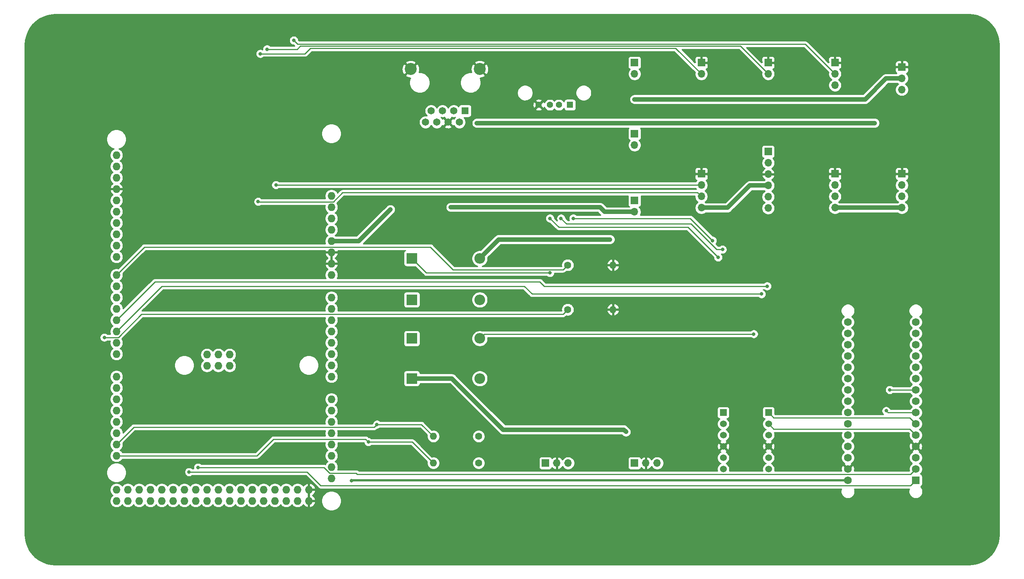
<source format=gbr>
G04 #@! TF.GenerationSoftware,KiCad,Pcbnew,(5.1.6)-1*
G04 #@! TF.CreationDate,2021-03-30T14:44:02-05:00*
G04 #@! TF.ProjectId,ControllerPCB,436f6e74-726f-46c6-9c65-725043422e6b,rev?*
G04 #@! TF.SameCoordinates,Original*
G04 #@! TF.FileFunction,Copper,L2,Bot*
G04 #@! TF.FilePolarity,Positive*
%FSLAX46Y46*%
G04 Gerber Fmt 4.6, Leading zero omitted, Abs format (unit mm)*
G04 Created by KiCad (PCBNEW (5.1.6)-1) date 2021-03-30 14:44:02*
%MOMM*%
%LPD*%
G01*
G04 APERTURE LIST*
G04 #@! TA.AperFunction,ComponentPad*
%ADD10O,1.727200X1.727200*%
G04 #@! TD*
G04 #@! TA.AperFunction,ComponentPad*
%ADD11O,2.400000X2.400000*%
G04 #@! TD*
G04 #@! TA.AperFunction,ComponentPad*
%ADD12R,2.400000X2.400000*%
G04 #@! TD*
G04 #@! TA.AperFunction,ComponentPad*
%ADD13O,1.700000X1.700000*%
G04 #@! TD*
G04 #@! TA.AperFunction,ComponentPad*
%ADD14R,1.700000X1.700000*%
G04 #@! TD*
G04 #@! TA.AperFunction,ComponentPad*
%ADD15R,1.727200X1.727200*%
G04 #@! TD*
G04 #@! TA.AperFunction,ComponentPad*
%ADD16C,1.727200*%
G04 #@! TD*
G04 #@! TA.AperFunction,ComponentPad*
%ADD17C,1.524000*%
G04 #@! TD*
G04 #@! TA.AperFunction,ComponentPad*
%ADD18R,1.524000X1.524000*%
G04 #@! TD*
G04 #@! TA.AperFunction,ComponentPad*
%ADD19O,1.600000X1.600000*%
G04 #@! TD*
G04 #@! TA.AperFunction,ComponentPad*
%ADD20C,1.600000*%
G04 #@! TD*
G04 #@! TA.AperFunction,ComponentPad*
%ADD21C,1.428000*%
G04 #@! TD*
G04 #@! TA.AperFunction,ComponentPad*
%ADD22R,1.428000X1.428000*%
G04 #@! TD*
G04 #@! TA.AperFunction,ComponentPad*
%ADD23C,2.700000*%
G04 #@! TD*
G04 #@! TA.AperFunction,ComponentPad*
%ADD24C,1.650000*%
G04 #@! TD*
G04 #@! TA.AperFunction,ComponentPad*
%ADD25R,1.650000X1.650000*%
G04 #@! TD*
G04 #@! TA.AperFunction,ViaPad*
%ADD26C,1.000000*%
G04 #@! TD*
G04 #@! TA.AperFunction,ViaPad*
%ADD27C,0.800000*%
G04 #@! TD*
G04 #@! TA.AperFunction,ViaPad*
%ADD28C,6.200000*%
G04 #@! TD*
G04 #@! TA.AperFunction,Conductor*
%ADD29C,1.000000*%
G04 #@! TD*
G04 #@! TA.AperFunction,Conductor*
%ADD30C,0.250000*%
G04 #@! TD*
G04 #@! TA.AperFunction,Conductor*
%ADD31C,0.500000*%
G04 #@! TD*
G04 #@! TA.AperFunction,Conductor*
%ADD32C,0.254000*%
G04 #@! TD*
G04 APERTURE END LIST*
D10*
X79020000Y-109627000D03*
X101880000Y-142520000D03*
X101880000Y-139980000D03*
X99340000Y-142520000D03*
X99340000Y-139980000D03*
X96800000Y-142520000D03*
X96800000Y-139980000D03*
X94260000Y-142520000D03*
X94260000Y-139980000D03*
X91720000Y-142520000D03*
X91720000Y-139980000D03*
X89180000Y-142520000D03*
X89180000Y-139980000D03*
X86640000Y-142520000D03*
X86640000Y-139980000D03*
X84100000Y-142520000D03*
X84100000Y-139980000D03*
X81560000Y-142520000D03*
X81560000Y-139980000D03*
X79020000Y-142520000D03*
X79020000Y-139980000D03*
X76480000Y-142520000D03*
X76480000Y-139980000D03*
X73940000Y-142520000D03*
X73940000Y-139980000D03*
X71400000Y-142520000D03*
X71400000Y-139980000D03*
X68860000Y-142520000D03*
X68860000Y-139980000D03*
X66320000Y-142520000D03*
X66320000Y-139980000D03*
X63780000Y-142520000D03*
X63780000Y-139980000D03*
X61240000Y-142520000D03*
X61240000Y-139980000D03*
X58700000Y-142520000D03*
X58700000Y-139980000D03*
X106960000Y-137440000D03*
X106960000Y-134900000D03*
X106960000Y-132360000D03*
X106960000Y-129820000D03*
X106960000Y-127280000D03*
X106960000Y-124740000D03*
X106960000Y-122200000D03*
X106960000Y-119660000D03*
X106960000Y-114580000D03*
X106960000Y-112040000D03*
X106960000Y-109500000D03*
X106960000Y-106960000D03*
X106960000Y-104420000D03*
X106960000Y-101880000D03*
X106960000Y-99340000D03*
X106960000Y-73940000D03*
X58700000Y-80036000D03*
X58700000Y-77496000D03*
X58700000Y-74956000D03*
X58700000Y-69876000D03*
X58700000Y-67336000D03*
X58700000Y-64796000D03*
X58700000Y-82576000D03*
X58700000Y-85116000D03*
X58700000Y-87656000D03*
X58700000Y-72416000D03*
X58700000Y-91720000D03*
X58700000Y-94260000D03*
X58700000Y-96800000D03*
X58700000Y-99340000D03*
X58700000Y-101880000D03*
X58700000Y-104420000D03*
X58700000Y-106960000D03*
X58700000Y-109500000D03*
X58700000Y-114580000D03*
X58700000Y-117120000D03*
X58700000Y-119660000D03*
X58700000Y-122200000D03*
X58700000Y-124740000D03*
X58700000Y-127280000D03*
X58700000Y-129820000D03*
X58700000Y-132360000D03*
X106960000Y-76480000D03*
X106960000Y-79020000D03*
X106960000Y-81560000D03*
X106960000Y-84100000D03*
X106960000Y-86640000D03*
X106960000Y-89180000D03*
X106960000Y-91720000D03*
X106960000Y-96800000D03*
X79020000Y-112167000D03*
X81560000Y-109627000D03*
X81560000Y-112167000D03*
X84100000Y-112167000D03*
X84100000Y-109627000D03*
D11*
X140240000Y-97300000D03*
D12*
X125000000Y-97300000D03*
D11*
X140240000Y-106000000D03*
D12*
X125000000Y-106000000D03*
D11*
X140240000Y-115000000D03*
D12*
X125000000Y-115000000D03*
D11*
X140240000Y-88000000D03*
D12*
X125000000Y-88000000D03*
D13*
X175000000Y-77540000D03*
D14*
X175000000Y-75000000D03*
D13*
X175000000Y-62540000D03*
D14*
X175000000Y-60000000D03*
D13*
X235000000Y-50080000D03*
X235000000Y-47540000D03*
D14*
X235000000Y-45000000D03*
D13*
X180080000Y-134000000D03*
X177540000Y-134000000D03*
D14*
X175000000Y-134000000D03*
D13*
X160080000Y-134000000D03*
X157540000Y-134000000D03*
D14*
X155000000Y-134000000D03*
D15*
X238120000Y-137870000D03*
D16*
X238120000Y-135330000D03*
X238120000Y-132790000D03*
X238120000Y-130250000D03*
X238120000Y-127710000D03*
X238120000Y-125170000D03*
X238120000Y-122630000D03*
X238120000Y-120090000D03*
X238120000Y-117550000D03*
X238120000Y-115010000D03*
X238120000Y-112470000D03*
X238120000Y-109930000D03*
X238120000Y-107390000D03*
X238120000Y-104850000D03*
X238120000Y-102310000D03*
X222880000Y-102310000D03*
X222880000Y-104850000D03*
X222880000Y-107390000D03*
X222880000Y-109930000D03*
X222880000Y-112470000D03*
X222880000Y-115010000D03*
X222880000Y-117550000D03*
X222880000Y-120090000D03*
X222880000Y-122630000D03*
X222880000Y-125170000D03*
X222880000Y-127710000D03*
X222880000Y-130250000D03*
X222880000Y-132790000D03*
X222880000Y-135330000D03*
X222880000Y-137870000D03*
D17*
X205080000Y-135350000D03*
X205080000Y-132810000D03*
X205080000Y-130270000D03*
X205080000Y-127730000D03*
X205080000Y-125190000D03*
D18*
X205080000Y-122650000D03*
D17*
X194920000Y-135350000D03*
X194920000Y-132810000D03*
X194920000Y-130270000D03*
X194920000Y-127730000D03*
X194920000Y-125190000D03*
D18*
X194920000Y-122650000D03*
D19*
X170160000Y-89500000D03*
D20*
X160000000Y-89500000D03*
D19*
X170160000Y-99500000D03*
D20*
X160000000Y-99500000D03*
D19*
X129840000Y-134000000D03*
D20*
X140000000Y-134000000D03*
D19*
X129840000Y-128000000D03*
D20*
X140000000Y-128000000D03*
D21*
X153500000Y-53510000D03*
X156000000Y-53510000D03*
X158000000Y-53510000D03*
D22*
X160500000Y-53510000D03*
D13*
X205000000Y-76700000D03*
X205000000Y-74160000D03*
X205000000Y-71620000D03*
X205000000Y-69080000D03*
X205000000Y-66540000D03*
D14*
X205000000Y-64000000D03*
D13*
X235000000Y-76620000D03*
X235000000Y-74080000D03*
X235000000Y-71540000D03*
D14*
X235000000Y-69000000D03*
D13*
X220000000Y-76620000D03*
X220000000Y-74080000D03*
X220000000Y-71540000D03*
D14*
X220000000Y-69000000D03*
D23*
X124750000Y-45450000D03*
X140250000Y-45450000D03*
D24*
X128055000Y-57390000D03*
X129325000Y-54850000D03*
X130595000Y-57390000D03*
X131865000Y-54850000D03*
X133135000Y-57390000D03*
X134405000Y-54850000D03*
X135675000Y-57390000D03*
D25*
X136945000Y-54850000D03*
D13*
X175000000Y-46540000D03*
D14*
X175000000Y-44000000D03*
D13*
X220000000Y-49080000D03*
X220000000Y-46540000D03*
D14*
X220000000Y-44000000D03*
D13*
X190000000Y-46540000D03*
D14*
X190000000Y-44000000D03*
D13*
X190000000Y-76620000D03*
X190000000Y-74080000D03*
X190000000Y-71540000D03*
D14*
X190000000Y-69000000D03*
D13*
X205000000Y-46540000D03*
D14*
X205000000Y-44000000D03*
D26*
X169490000Y-83740000D03*
D27*
X201750000Y-105000000D03*
X92500000Y-41000000D03*
X90500000Y-75250000D03*
X94500000Y-71500000D03*
X91000000Y-42000000D03*
X98500000Y-39000000D03*
X115250000Y-129250000D03*
X117180000Y-125320000D03*
X231500000Y-122250000D03*
X232300000Y-117550000D03*
X204750000Y-94250000D03*
X203500000Y-96000000D03*
X194750000Y-86000000D03*
X158500000Y-79000000D03*
X192500000Y-84000000D03*
X161250000Y-79000000D03*
X55978601Y-105771399D03*
X111500000Y-138000000D03*
D28*
X250000000Y-150000000D03*
X45000000Y-150000000D03*
X45000000Y-40000000D03*
X250000000Y-40000000D03*
D27*
X78000000Y-129500000D03*
D26*
X139587500Y-57587500D03*
D27*
X228912500Y-57587500D03*
X212162500Y-57587500D03*
D26*
X120175000Y-77000000D03*
D27*
X156000000Y-91250000D03*
D26*
X173080000Y-127000000D03*
D27*
X193750000Y-87750000D03*
X156000000Y-79000000D03*
X77000000Y-135000000D03*
X75000000Y-136000000D03*
D26*
X133750000Y-76500000D03*
X175000000Y-52250000D03*
D29*
X140240000Y-88000000D02*
X144500000Y-83740000D01*
X144500000Y-83740000D02*
X169490000Y-83740000D01*
X169490000Y-83740000D02*
X169490000Y-83740000D01*
D30*
X141240000Y-105000000D02*
X140240000Y-106000000D01*
X201750000Y-105000000D02*
X141240000Y-105000000D01*
X198759991Y-40299991D02*
X99950009Y-40299991D01*
X205000000Y-46540000D02*
X198759991Y-40299991D01*
X99250000Y-41000000D02*
X99950009Y-40299991D01*
X92500000Y-41000000D02*
X99250000Y-41000000D01*
X90541399Y-75291399D02*
X90500000Y-75250000D01*
X107367731Y-75291399D02*
X90541399Y-75291399D01*
X109429129Y-73230001D02*
X107367731Y-75291399D01*
X190000000Y-74080000D02*
X189150001Y-73230001D01*
X189150001Y-73230001D02*
X109429129Y-73230001D01*
X100790000Y-71540000D02*
X100790000Y-71540000D01*
X94540000Y-71540000D02*
X94500000Y-71500000D01*
X190000000Y-71540000D02*
X94540000Y-71540000D01*
X190000000Y-46540000D02*
X184210000Y-40750000D01*
X184210000Y-40750000D02*
X102250000Y-40750000D01*
X101000000Y-42000000D02*
X102250000Y-40750000D01*
X91000000Y-42000000D02*
X101000000Y-42000000D01*
X220000000Y-46540000D02*
X213309982Y-39849982D01*
X99650018Y-39849982D02*
X99349982Y-39849982D01*
X99349982Y-39849982D02*
X98500000Y-39000000D01*
X213309982Y-39849982D02*
X99650018Y-39849982D01*
X129840000Y-134000000D02*
X125090000Y-129250000D01*
X125090000Y-129250000D02*
X115250000Y-129250000D01*
X90213002Y-132360000D02*
X58700000Y-132360000D01*
X93941603Y-128631399D02*
X90213002Y-132360000D01*
X114631399Y-128631399D02*
X93941603Y-128631399D01*
X115250000Y-129250000D02*
X114631399Y-128631399D01*
X127160000Y-125320000D02*
X129840000Y-128000000D01*
X117180000Y-125320000D02*
X127160000Y-125320000D01*
X62591399Y-125928601D02*
X58700000Y-129820000D01*
X116571399Y-125928601D02*
X62591399Y-125928601D01*
X117180000Y-125320000D02*
X116571399Y-125928601D01*
X238120000Y-122630000D02*
X231880000Y-122630000D01*
X231880000Y-122630000D02*
X231500000Y-122250000D01*
X231500000Y-122250000D02*
X231500000Y-122250000D01*
X238120000Y-117550000D02*
X232300000Y-117550000D01*
X232300000Y-117550000D02*
X232300000Y-117550000D01*
X153750000Y-93250000D02*
X67330000Y-93250000D01*
X204750000Y-94250000D02*
X154750000Y-94250000D01*
X67330000Y-93250000D02*
X58700000Y-101880000D01*
X154750000Y-94250000D02*
X153750000Y-93250000D01*
X68870000Y-94250000D02*
X58700000Y-104420000D01*
X150250000Y-94250000D02*
X68870000Y-94250000D01*
X203500000Y-96000000D02*
X152000000Y-96000000D01*
X152000000Y-96000000D02*
X150250000Y-94250000D01*
X158500000Y-79000000D02*
X159750000Y-80250000D01*
X193426998Y-86000000D02*
X194750000Y-86000000D01*
X187676998Y-80250000D02*
X193426998Y-86000000D01*
X159750000Y-80250000D02*
X187676998Y-80250000D01*
X187500000Y-79000000D02*
X192500000Y-84000000D01*
X161250000Y-79000000D02*
X187500000Y-79000000D01*
X59107731Y-105771399D02*
X55978601Y-105771399D01*
X64350529Y-100528601D02*
X59107731Y-105771399D01*
X160000000Y-99500000D02*
X158971399Y-100528601D01*
X158971399Y-100528601D02*
X64350529Y-100528601D01*
X236768601Y-123818601D02*
X238120000Y-125170000D01*
X206248601Y-123818601D02*
X236768601Y-123818601D01*
X205080000Y-122650000D02*
X206248601Y-123818601D01*
X236768601Y-126358601D02*
X238120000Y-127710000D01*
X206248601Y-126358601D02*
X236768601Y-126358601D01*
X205080000Y-125190000D02*
X206248601Y-126358601D01*
D31*
X222880000Y-137870000D02*
X111634130Y-137870000D01*
D29*
X220000000Y-76620000D02*
X235000000Y-76620000D01*
X167587500Y-57587500D02*
X175412500Y-57587500D01*
X139587500Y-57587500D02*
X167587500Y-57587500D01*
X175412500Y-57587500D02*
X196587500Y-57587500D01*
X196587500Y-57587500D02*
X212162500Y-57587500D01*
X228912500Y-57587500D02*
X228912500Y-57587500D01*
X212162500Y-57587500D02*
X228912500Y-57587500D01*
X190000000Y-76620000D02*
X195880000Y-76620000D01*
X200880000Y-71620000D02*
X205000000Y-71620000D01*
X195880000Y-76620000D02*
X200880000Y-71620000D01*
X113075000Y-84100000D02*
X120175000Y-77000000D01*
X106960000Y-84100000D02*
X113075000Y-84100000D01*
D30*
X125000000Y-88000000D02*
X128250000Y-91250000D01*
X128250000Y-91250000D02*
X156000000Y-91250000D01*
X156000000Y-91250000D02*
X156000000Y-91250000D01*
D29*
X172579999Y-126499999D02*
X145499999Y-126499999D01*
X173080000Y-127000000D02*
X172579999Y-126499999D01*
X134000000Y-115000000D02*
X125000000Y-115000000D01*
X145499999Y-126499999D02*
X134000000Y-115000000D01*
D30*
X193750000Y-87750000D02*
X187000000Y-81000000D01*
X158000000Y-81000000D02*
X156000000Y-79000000D01*
X187000000Y-81000000D02*
X158000000Y-81000000D01*
X236931399Y-136518601D02*
X112768601Y-136518601D01*
X238120000Y-135330000D02*
X236931399Y-136518601D01*
X112768601Y-136518601D02*
X112768601Y-136518601D01*
X112501399Y-136251399D02*
X112768601Y-136518601D01*
X106552269Y-136251399D02*
X112501399Y-136251399D01*
X105300870Y-135000000D02*
X106552269Y-136251399D01*
X77000000Y-135000000D02*
X105300870Y-135000000D01*
X115691399Y-139058601D02*
X115691399Y-139058601D01*
X115691399Y-139058601D02*
X115691399Y-139058601D01*
X80000000Y-136000000D02*
X80000000Y-136000000D01*
X104558601Y-139058601D02*
X236931399Y-139058601D01*
X75000000Y-136000000D02*
X101500000Y-136000000D01*
X236931399Y-139058601D02*
X238120000Y-137870000D01*
X101500000Y-136000000D02*
X104558601Y-139058601D01*
X160000000Y-89500000D02*
X159200001Y-90299999D01*
X158975001Y-90524999D02*
X160000000Y-89500000D01*
X134274999Y-90524999D02*
X158975001Y-90524999D01*
X129201399Y-85451399D02*
X134274999Y-90524999D01*
X64968601Y-85451399D02*
X129201399Y-85451399D01*
X58700000Y-91720000D02*
X64968601Y-85451399D01*
D29*
X175000000Y-77540000D02*
X168290000Y-77540000D01*
X167250000Y-76500000D02*
X133750000Y-76500000D01*
X168290000Y-77540000D02*
X167250000Y-76500000D01*
X175000000Y-52250000D02*
X226750000Y-52250000D01*
X231460000Y-47540000D02*
X235000000Y-47540000D01*
X226750000Y-52250000D02*
X231460000Y-47540000D01*
D32*
G36*
X250987141Y-33233360D02*
G01*
X251953616Y-33446738D01*
X252879156Y-33797393D01*
X253744385Y-34277986D01*
X254531169Y-34878440D01*
X255223039Y-35586188D01*
X255805493Y-36386396D01*
X256266332Y-37262310D01*
X256595900Y-38195566D01*
X256788021Y-39170315D01*
X256840000Y-40020165D01*
X256840001Y-149976080D01*
X256766640Y-150987143D01*
X256553262Y-151953616D01*
X256202609Y-152879151D01*
X255722019Y-153744378D01*
X255121560Y-154531169D01*
X254413808Y-155223042D01*
X253613604Y-155805493D01*
X252737693Y-156266331D01*
X251804434Y-156595900D01*
X250829685Y-156788021D01*
X249979835Y-156840000D01*
X45023906Y-156840000D01*
X44012857Y-156766640D01*
X43046384Y-156553262D01*
X42120849Y-156202609D01*
X41255622Y-155722019D01*
X40468831Y-155121560D01*
X39776958Y-154413808D01*
X39194507Y-153613604D01*
X38733669Y-152737693D01*
X38404100Y-151804434D01*
X38211979Y-150829685D01*
X38160000Y-149979835D01*
X38160000Y-139832401D01*
X57201400Y-139832401D01*
X57201400Y-140127599D01*
X57258990Y-140417125D01*
X57371958Y-140689853D01*
X57535961Y-140935302D01*
X57744698Y-141144039D01*
X57903281Y-141250000D01*
X57744698Y-141355961D01*
X57535961Y-141564698D01*
X57371958Y-141810147D01*
X57258990Y-142082875D01*
X57201400Y-142372401D01*
X57201400Y-142667599D01*
X57258990Y-142957125D01*
X57371958Y-143229853D01*
X57535961Y-143475302D01*
X57744698Y-143684039D01*
X57990147Y-143848042D01*
X58262875Y-143961010D01*
X58552401Y-144018600D01*
X58847599Y-144018600D01*
X59137125Y-143961010D01*
X59409853Y-143848042D01*
X59655302Y-143684039D01*
X59864039Y-143475302D01*
X59970000Y-143316719D01*
X60075961Y-143475302D01*
X60284698Y-143684039D01*
X60530147Y-143848042D01*
X60802875Y-143961010D01*
X61092401Y-144018600D01*
X61387599Y-144018600D01*
X61677125Y-143961010D01*
X61949853Y-143848042D01*
X62195302Y-143684039D01*
X62404039Y-143475302D01*
X62510000Y-143316719D01*
X62615961Y-143475302D01*
X62824698Y-143684039D01*
X63070147Y-143848042D01*
X63342875Y-143961010D01*
X63632401Y-144018600D01*
X63927599Y-144018600D01*
X64217125Y-143961010D01*
X64489853Y-143848042D01*
X64735302Y-143684039D01*
X64944039Y-143475302D01*
X65050000Y-143316719D01*
X65155961Y-143475302D01*
X65364698Y-143684039D01*
X65610147Y-143848042D01*
X65882875Y-143961010D01*
X66172401Y-144018600D01*
X66467599Y-144018600D01*
X66757125Y-143961010D01*
X67029853Y-143848042D01*
X67275302Y-143684039D01*
X67484039Y-143475302D01*
X67590000Y-143316719D01*
X67695961Y-143475302D01*
X67904698Y-143684039D01*
X68150147Y-143848042D01*
X68422875Y-143961010D01*
X68712401Y-144018600D01*
X69007599Y-144018600D01*
X69297125Y-143961010D01*
X69569853Y-143848042D01*
X69815302Y-143684039D01*
X70024039Y-143475302D01*
X70130000Y-143316719D01*
X70235961Y-143475302D01*
X70444698Y-143684039D01*
X70690147Y-143848042D01*
X70962875Y-143961010D01*
X71252401Y-144018600D01*
X71547599Y-144018600D01*
X71837125Y-143961010D01*
X72109853Y-143848042D01*
X72355302Y-143684039D01*
X72564039Y-143475302D01*
X72670000Y-143316719D01*
X72775961Y-143475302D01*
X72984698Y-143684039D01*
X73230147Y-143848042D01*
X73502875Y-143961010D01*
X73792401Y-144018600D01*
X74087599Y-144018600D01*
X74377125Y-143961010D01*
X74649853Y-143848042D01*
X74895302Y-143684039D01*
X75104039Y-143475302D01*
X75210000Y-143316719D01*
X75315961Y-143475302D01*
X75524698Y-143684039D01*
X75770147Y-143848042D01*
X76042875Y-143961010D01*
X76332401Y-144018600D01*
X76627599Y-144018600D01*
X76917125Y-143961010D01*
X77189853Y-143848042D01*
X77435302Y-143684039D01*
X77644039Y-143475302D01*
X77750000Y-143316719D01*
X77855961Y-143475302D01*
X78064698Y-143684039D01*
X78310147Y-143848042D01*
X78582875Y-143961010D01*
X78872401Y-144018600D01*
X79167599Y-144018600D01*
X79457125Y-143961010D01*
X79729853Y-143848042D01*
X79975302Y-143684039D01*
X80184039Y-143475302D01*
X80290000Y-143316719D01*
X80395961Y-143475302D01*
X80604698Y-143684039D01*
X80850147Y-143848042D01*
X81122875Y-143961010D01*
X81412401Y-144018600D01*
X81707599Y-144018600D01*
X81997125Y-143961010D01*
X82269853Y-143848042D01*
X82515302Y-143684039D01*
X82724039Y-143475302D01*
X82830000Y-143316719D01*
X82935961Y-143475302D01*
X83144698Y-143684039D01*
X83390147Y-143848042D01*
X83662875Y-143961010D01*
X83952401Y-144018600D01*
X84247599Y-144018600D01*
X84537125Y-143961010D01*
X84809853Y-143848042D01*
X85055302Y-143684039D01*
X85264039Y-143475302D01*
X85370000Y-143316719D01*
X85475961Y-143475302D01*
X85684698Y-143684039D01*
X85930147Y-143848042D01*
X86202875Y-143961010D01*
X86492401Y-144018600D01*
X86787599Y-144018600D01*
X87077125Y-143961010D01*
X87349853Y-143848042D01*
X87595302Y-143684039D01*
X87804039Y-143475302D01*
X87910000Y-143316719D01*
X88015961Y-143475302D01*
X88224698Y-143684039D01*
X88470147Y-143848042D01*
X88742875Y-143961010D01*
X89032401Y-144018600D01*
X89327599Y-144018600D01*
X89617125Y-143961010D01*
X89889853Y-143848042D01*
X90135302Y-143684039D01*
X90344039Y-143475302D01*
X90450000Y-143316719D01*
X90555961Y-143475302D01*
X90764698Y-143684039D01*
X91010147Y-143848042D01*
X91282875Y-143961010D01*
X91572401Y-144018600D01*
X91867599Y-144018600D01*
X92157125Y-143961010D01*
X92429853Y-143848042D01*
X92675302Y-143684039D01*
X92884039Y-143475302D01*
X92990000Y-143316719D01*
X93095961Y-143475302D01*
X93304698Y-143684039D01*
X93550147Y-143848042D01*
X93822875Y-143961010D01*
X94112401Y-144018600D01*
X94407599Y-144018600D01*
X94697125Y-143961010D01*
X94969853Y-143848042D01*
X95215302Y-143684039D01*
X95424039Y-143475302D01*
X95530000Y-143316719D01*
X95635961Y-143475302D01*
X95844698Y-143684039D01*
X96090147Y-143848042D01*
X96362875Y-143961010D01*
X96652401Y-144018600D01*
X96947599Y-144018600D01*
X97237125Y-143961010D01*
X97509853Y-143848042D01*
X97755302Y-143684039D01*
X97964039Y-143475302D01*
X98070000Y-143316719D01*
X98175961Y-143475302D01*
X98384698Y-143684039D01*
X98630147Y-143848042D01*
X98902875Y-143961010D01*
X99192401Y-144018600D01*
X99487599Y-144018600D01*
X99777125Y-143961010D01*
X100049853Y-143848042D01*
X100295302Y-143684039D01*
X100504039Y-143475302D01*
X100614559Y-143309897D01*
X100673183Y-143408488D01*
X100869707Y-143626854D01*
X101105056Y-143802684D01*
X101370186Y-143929222D01*
X101520974Y-143974958D01*
X101753000Y-143853817D01*
X101753000Y-142647000D01*
X102007000Y-142647000D01*
X102007000Y-143853817D01*
X102239026Y-143974958D01*
X102389814Y-143929222D01*
X102654944Y-143802684D01*
X102890293Y-143626854D01*
X103086817Y-143408488D01*
X103236964Y-143155978D01*
X103334963Y-142879027D01*
X103214464Y-142647000D01*
X102007000Y-142647000D01*
X101753000Y-142647000D01*
X101733000Y-142647000D01*
X101733000Y-142393000D01*
X101753000Y-142393000D01*
X101753000Y-140107000D01*
X102007000Y-140107000D01*
X102007000Y-142393000D01*
X103214464Y-142393000D01*
X103262828Y-142299872D01*
X104725000Y-142299872D01*
X104725000Y-142740128D01*
X104810890Y-143171925D01*
X104979369Y-143578669D01*
X105223962Y-143944729D01*
X105535271Y-144256038D01*
X105901331Y-144500631D01*
X106308075Y-144669110D01*
X106739872Y-144755000D01*
X107180128Y-144755000D01*
X107611925Y-144669110D01*
X108018669Y-144500631D01*
X108384729Y-144256038D01*
X108696038Y-143944729D01*
X108940631Y-143578669D01*
X109109110Y-143171925D01*
X109195000Y-142740128D01*
X109195000Y-142299872D01*
X109109110Y-141868075D01*
X108940631Y-141461331D01*
X108696038Y-141095271D01*
X108384729Y-140783962D01*
X108018669Y-140539369D01*
X107611925Y-140370890D01*
X107180128Y-140285000D01*
X106739872Y-140285000D01*
X106308075Y-140370890D01*
X105901331Y-140539369D01*
X105535271Y-140783962D01*
X105223962Y-141095271D01*
X104979369Y-141461331D01*
X104810890Y-141868075D01*
X104725000Y-142299872D01*
X103262828Y-142299872D01*
X103334963Y-142160973D01*
X103236964Y-141884022D01*
X103086817Y-141631512D01*
X102890293Y-141413146D01*
X102671922Y-141250000D01*
X102890293Y-141086854D01*
X103086817Y-140868488D01*
X103236964Y-140615978D01*
X103334963Y-140339027D01*
X103214464Y-140107000D01*
X102007000Y-140107000D01*
X101753000Y-140107000D01*
X101733000Y-140107000D01*
X101733000Y-139853000D01*
X101753000Y-139853000D01*
X101753000Y-138646183D01*
X102007000Y-138646183D01*
X102007000Y-139853000D01*
X103214464Y-139853000D01*
X103334963Y-139620973D01*
X103236964Y-139344022D01*
X103086817Y-139091512D01*
X102890293Y-138873146D01*
X102654944Y-138697316D01*
X102389814Y-138570778D01*
X102239026Y-138525042D01*
X102007000Y-138646183D01*
X101753000Y-138646183D01*
X101520974Y-138525042D01*
X101370186Y-138570778D01*
X101105056Y-138697316D01*
X100869707Y-138873146D01*
X100673183Y-139091512D01*
X100614559Y-139190103D01*
X100504039Y-139024698D01*
X100295302Y-138815961D01*
X100049853Y-138651958D01*
X99777125Y-138538990D01*
X99487599Y-138481400D01*
X99192401Y-138481400D01*
X98902875Y-138538990D01*
X98630147Y-138651958D01*
X98384698Y-138815961D01*
X98175961Y-139024698D01*
X98070000Y-139183281D01*
X97964039Y-139024698D01*
X97755302Y-138815961D01*
X97509853Y-138651958D01*
X97237125Y-138538990D01*
X96947599Y-138481400D01*
X96652401Y-138481400D01*
X96362875Y-138538990D01*
X96090147Y-138651958D01*
X95844698Y-138815961D01*
X95635961Y-139024698D01*
X95530000Y-139183281D01*
X95424039Y-139024698D01*
X95215302Y-138815961D01*
X94969853Y-138651958D01*
X94697125Y-138538990D01*
X94407599Y-138481400D01*
X94112401Y-138481400D01*
X93822875Y-138538990D01*
X93550147Y-138651958D01*
X93304698Y-138815961D01*
X93095961Y-139024698D01*
X92990000Y-139183281D01*
X92884039Y-139024698D01*
X92675302Y-138815961D01*
X92429853Y-138651958D01*
X92157125Y-138538990D01*
X91867599Y-138481400D01*
X91572401Y-138481400D01*
X91282875Y-138538990D01*
X91010147Y-138651958D01*
X90764698Y-138815961D01*
X90555961Y-139024698D01*
X90450000Y-139183281D01*
X90344039Y-139024698D01*
X90135302Y-138815961D01*
X89889853Y-138651958D01*
X89617125Y-138538990D01*
X89327599Y-138481400D01*
X89032401Y-138481400D01*
X88742875Y-138538990D01*
X88470147Y-138651958D01*
X88224698Y-138815961D01*
X88015961Y-139024698D01*
X87910000Y-139183281D01*
X87804039Y-139024698D01*
X87595302Y-138815961D01*
X87349853Y-138651958D01*
X87077125Y-138538990D01*
X86787599Y-138481400D01*
X86492401Y-138481400D01*
X86202875Y-138538990D01*
X85930147Y-138651958D01*
X85684698Y-138815961D01*
X85475961Y-139024698D01*
X85370000Y-139183281D01*
X85264039Y-139024698D01*
X85055302Y-138815961D01*
X84809853Y-138651958D01*
X84537125Y-138538990D01*
X84247599Y-138481400D01*
X83952401Y-138481400D01*
X83662875Y-138538990D01*
X83390147Y-138651958D01*
X83144698Y-138815961D01*
X82935961Y-139024698D01*
X82830000Y-139183281D01*
X82724039Y-139024698D01*
X82515302Y-138815961D01*
X82269853Y-138651958D01*
X81997125Y-138538990D01*
X81707599Y-138481400D01*
X81412401Y-138481400D01*
X81122875Y-138538990D01*
X80850147Y-138651958D01*
X80604698Y-138815961D01*
X80395961Y-139024698D01*
X80290000Y-139183281D01*
X80184039Y-139024698D01*
X79975302Y-138815961D01*
X79729853Y-138651958D01*
X79457125Y-138538990D01*
X79167599Y-138481400D01*
X78872401Y-138481400D01*
X78582875Y-138538990D01*
X78310147Y-138651958D01*
X78064698Y-138815961D01*
X77855961Y-139024698D01*
X77750000Y-139183281D01*
X77644039Y-139024698D01*
X77435302Y-138815961D01*
X77189853Y-138651958D01*
X76917125Y-138538990D01*
X76627599Y-138481400D01*
X76332401Y-138481400D01*
X76042875Y-138538990D01*
X75770147Y-138651958D01*
X75524698Y-138815961D01*
X75315961Y-139024698D01*
X75210000Y-139183281D01*
X75104039Y-139024698D01*
X74895302Y-138815961D01*
X74649853Y-138651958D01*
X74377125Y-138538990D01*
X74087599Y-138481400D01*
X73792401Y-138481400D01*
X73502875Y-138538990D01*
X73230147Y-138651958D01*
X72984698Y-138815961D01*
X72775961Y-139024698D01*
X72670000Y-139183281D01*
X72564039Y-139024698D01*
X72355302Y-138815961D01*
X72109853Y-138651958D01*
X71837125Y-138538990D01*
X71547599Y-138481400D01*
X71252401Y-138481400D01*
X70962875Y-138538990D01*
X70690147Y-138651958D01*
X70444698Y-138815961D01*
X70235961Y-139024698D01*
X70130000Y-139183281D01*
X70024039Y-139024698D01*
X69815302Y-138815961D01*
X69569853Y-138651958D01*
X69297125Y-138538990D01*
X69007599Y-138481400D01*
X68712401Y-138481400D01*
X68422875Y-138538990D01*
X68150147Y-138651958D01*
X67904698Y-138815961D01*
X67695961Y-139024698D01*
X67590000Y-139183281D01*
X67484039Y-139024698D01*
X67275302Y-138815961D01*
X67029853Y-138651958D01*
X66757125Y-138538990D01*
X66467599Y-138481400D01*
X66172401Y-138481400D01*
X65882875Y-138538990D01*
X65610147Y-138651958D01*
X65364698Y-138815961D01*
X65155961Y-139024698D01*
X65050000Y-139183281D01*
X64944039Y-139024698D01*
X64735302Y-138815961D01*
X64489853Y-138651958D01*
X64217125Y-138538990D01*
X63927599Y-138481400D01*
X63632401Y-138481400D01*
X63342875Y-138538990D01*
X63070147Y-138651958D01*
X62824698Y-138815961D01*
X62615961Y-139024698D01*
X62510000Y-139183281D01*
X62404039Y-139024698D01*
X62195302Y-138815961D01*
X61949853Y-138651958D01*
X61677125Y-138538990D01*
X61387599Y-138481400D01*
X61092401Y-138481400D01*
X60802875Y-138538990D01*
X60530147Y-138651958D01*
X60284698Y-138815961D01*
X60075961Y-139024698D01*
X59970000Y-139183281D01*
X59864039Y-139024698D01*
X59655302Y-138815961D01*
X59409853Y-138651958D01*
X59137125Y-138538990D01*
X58847599Y-138481400D01*
X58552401Y-138481400D01*
X58262875Y-138538990D01*
X57990147Y-138651958D01*
X57744698Y-138815961D01*
X57535961Y-139024698D01*
X57371958Y-139270147D01*
X57258990Y-139542875D01*
X57201400Y-139832401D01*
X38160000Y-139832401D01*
X38160000Y-135949872D01*
X56465000Y-135949872D01*
X56465000Y-136390128D01*
X56550890Y-136821925D01*
X56719369Y-137228669D01*
X56963962Y-137594729D01*
X57275271Y-137906038D01*
X57641331Y-138150631D01*
X58048075Y-138319110D01*
X58479872Y-138405000D01*
X58920128Y-138405000D01*
X59351925Y-138319110D01*
X59758669Y-138150631D01*
X60124729Y-137906038D01*
X60436038Y-137594729D01*
X60680631Y-137228669D01*
X60849110Y-136821925D01*
X60935000Y-136390128D01*
X60935000Y-135949872D01*
X60849110Y-135518075D01*
X60680631Y-135111331D01*
X60436038Y-134745271D01*
X60124729Y-134433962D01*
X59758669Y-134189369D01*
X59351925Y-134020890D01*
X58920128Y-133935000D01*
X58479872Y-133935000D01*
X58048075Y-134020890D01*
X57641331Y-134189369D01*
X57275271Y-134433962D01*
X56963962Y-134745271D01*
X56719369Y-135111331D01*
X56550890Y-135518075D01*
X56465000Y-135949872D01*
X38160000Y-135949872D01*
X38160000Y-114432401D01*
X57201400Y-114432401D01*
X57201400Y-114727599D01*
X57258990Y-115017125D01*
X57371958Y-115289853D01*
X57535961Y-115535302D01*
X57744698Y-115744039D01*
X57903281Y-115850000D01*
X57744698Y-115955961D01*
X57535961Y-116164698D01*
X57371958Y-116410147D01*
X57258990Y-116682875D01*
X57201400Y-116972401D01*
X57201400Y-117267599D01*
X57258990Y-117557125D01*
X57371958Y-117829853D01*
X57535961Y-118075302D01*
X57744698Y-118284039D01*
X57903281Y-118390000D01*
X57744698Y-118495961D01*
X57535961Y-118704698D01*
X57371958Y-118950147D01*
X57258990Y-119222875D01*
X57201400Y-119512401D01*
X57201400Y-119807599D01*
X57258990Y-120097125D01*
X57371958Y-120369853D01*
X57535961Y-120615302D01*
X57744698Y-120824039D01*
X57903281Y-120930000D01*
X57744698Y-121035961D01*
X57535961Y-121244698D01*
X57371958Y-121490147D01*
X57258990Y-121762875D01*
X57201400Y-122052401D01*
X57201400Y-122347599D01*
X57258990Y-122637125D01*
X57371958Y-122909853D01*
X57535961Y-123155302D01*
X57744698Y-123364039D01*
X57903281Y-123470000D01*
X57744698Y-123575961D01*
X57535961Y-123784698D01*
X57371958Y-124030147D01*
X57258990Y-124302875D01*
X57201400Y-124592401D01*
X57201400Y-124887599D01*
X57258990Y-125177125D01*
X57371958Y-125449853D01*
X57535961Y-125695302D01*
X57744698Y-125904039D01*
X57903281Y-126010000D01*
X57744698Y-126115961D01*
X57535961Y-126324698D01*
X57371958Y-126570147D01*
X57258990Y-126842875D01*
X57201400Y-127132401D01*
X57201400Y-127427599D01*
X57258990Y-127717125D01*
X57371958Y-127989853D01*
X57535961Y-128235302D01*
X57744698Y-128444039D01*
X57903281Y-128550000D01*
X57744698Y-128655961D01*
X57535961Y-128864698D01*
X57371958Y-129110147D01*
X57258990Y-129382875D01*
X57201400Y-129672401D01*
X57201400Y-129967599D01*
X57258990Y-130257125D01*
X57371958Y-130529853D01*
X57535961Y-130775302D01*
X57744698Y-130984039D01*
X57903281Y-131090000D01*
X57744698Y-131195961D01*
X57535961Y-131404698D01*
X57371958Y-131650147D01*
X57258990Y-131922875D01*
X57201400Y-132212401D01*
X57201400Y-132507599D01*
X57258990Y-132797125D01*
X57371958Y-133069853D01*
X57535961Y-133315302D01*
X57744698Y-133524039D01*
X57990147Y-133688042D01*
X58262875Y-133801010D01*
X58552401Y-133858600D01*
X58847599Y-133858600D01*
X59137125Y-133801010D01*
X59409853Y-133688042D01*
X59655302Y-133524039D01*
X59864039Y-133315302D01*
X59994535Y-133120000D01*
X90175680Y-133120000D01*
X90213002Y-133123676D01*
X90250324Y-133120000D01*
X90250335Y-133120000D01*
X90361988Y-133109003D01*
X90505249Y-133065546D01*
X90637278Y-132994974D01*
X90753003Y-132900001D01*
X90776806Y-132870997D01*
X94256405Y-129391399D01*
X105517294Y-129391399D01*
X105461400Y-129672401D01*
X105461400Y-129967599D01*
X105518990Y-130257125D01*
X105631958Y-130529853D01*
X105795961Y-130775302D01*
X106004698Y-130984039D01*
X106163281Y-131090000D01*
X106004698Y-131195961D01*
X105795961Y-131404698D01*
X105631958Y-131650147D01*
X105518990Y-131922875D01*
X105461400Y-132212401D01*
X105461400Y-132507599D01*
X105518990Y-132797125D01*
X105631958Y-133069853D01*
X105795961Y-133315302D01*
X106004698Y-133524039D01*
X106163281Y-133630000D01*
X106004698Y-133735961D01*
X105795961Y-133944698D01*
X105631958Y-134190147D01*
X105589240Y-134293278D01*
X105449856Y-134250997D01*
X105338203Y-134240000D01*
X105338192Y-134240000D01*
X105300870Y-134236324D01*
X105263548Y-134240000D01*
X77703711Y-134240000D01*
X77659774Y-134196063D01*
X77490256Y-134082795D01*
X77301898Y-134004774D01*
X77101939Y-133965000D01*
X76898061Y-133965000D01*
X76698102Y-134004774D01*
X76509744Y-134082795D01*
X76340226Y-134196063D01*
X76196063Y-134340226D01*
X76082795Y-134509744D01*
X76004774Y-134698102D01*
X75965000Y-134898061D01*
X75965000Y-135101939D01*
X75992462Y-135240000D01*
X75703711Y-135240000D01*
X75659774Y-135196063D01*
X75490256Y-135082795D01*
X75301898Y-135004774D01*
X75101939Y-134965000D01*
X74898061Y-134965000D01*
X74698102Y-135004774D01*
X74509744Y-135082795D01*
X74340226Y-135196063D01*
X74196063Y-135340226D01*
X74082795Y-135509744D01*
X74004774Y-135698102D01*
X73965000Y-135898061D01*
X73965000Y-136101939D01*
X74004774Y-136301898D01*
X74082795Y-136490256D01*
X74196063Y-136659774D01*
X74340226Y-136803937D01*
X74509744Y-136917205D01*
X74698102Y-136995226D01*
X74898061Y-137035000D01*
X75101939Y-137035000D01*
X75301898Y-136995226D01*
X75490256Y-136917205D01*
X75659774Y-136803937D01*
X75703711Y-136760000D01*
X101185199Y-136760000D01*
X103994802Y-139569604D01*
X104018600Y-139598602D01*
X104047598Y-139622400D01*
X104134324Y-139693575D01*
X104266354Y-139764147D01*
X104409615Y-139807604D01*
X104521268Y-139818601D01*
X104521278Y-139818601D01*
X104558600Y-139822277D01*
X104595923Y-139818601D01*
X221436434Y-139818601D01*
X221379950Y-139954965D01*
X221320000Y-140256353D01*
X221320000Y-140563647D01*
X221379950Y-140865035D01*
X221497546Y-141148937D01*
X221668269Y-141404442D01*
X221885558Y-141621731D01*
X222141063Y-141792454D01*
X222424965Y-141910050D01*
X222726353Y-141970000D01*
X223033647Y-141970000D01*
X223335035Y-141910050D01*
X223618937Y-141792454D01*
X223874442Y-141621731D01*
X224091731Y-141404442D01*
X224262454Y-141148937D01*
X224380050Y-140865035D01*
X224440000Y-140563647D01*
X224440000Y-140256353D01*
X224380050Y-139954965D01*
X224323566Y-139818601D01*
X236676434Y-139818601D01*
X236619950Y-139954965D01*
X236560000Y-140256353D01*
X236560000Y-140563647D01*
X236619950Y-140865035D01*
X236737546Y-141148937D01*
X236908269Y-141404442D01*
X237125558Y-141621731D01*
X237381063Y-141792454D01*
X237664965Y-141910050D01*
X237966353Y-141970000D01*
X238273647Y-141970000D01*
X238575035Y-141910050D01*
X238858937Y-141792454D01*
X239114442Y-141621731D01*
X239331731Y-141404442D01*
X239502454Y-141148937D01*
X239620050Y-140865035D01*
X239680000Y-140563647D01*
X239680000Y-140256353D01*
X239620050Y-139954965D01*
X239502454Y-139671063D01*
X239331731Y-139415558D01*
X239235271Y-139319098D01*
X239338094Y-139264137D01*
X239434785Y-139184785D01*
X239514137Y-139088094D01*
X239573102Y-138977780D01*
X239609412Y-138858082D01*
X239621672Y-138733600D01*
X239621672Y-137006400D01*
X239609412Y-136881918D01*
X239573102Y-136762220D01*
X239514137Y-136651906D01*
X239434785Y-136555215D01*
X239338094Y-136475863D01*
X239227780Y-136416898D01*
X239169977Y-136399364D01*
X239284039Y-136285302D01*
X239448042Y-136039853D01*
X239561010Y-135767125D01*
X239618600Y-135477599D01*
X239618600Y-135182401D01*
X239561010Y-134892875D01*
X239448042Y-134620147D01*
X239284039Y-134374698D01*
X239075302Y-134165961D01*
X238916719Y-134060000D01*
X239075302Y-133954039D01*
X239284039Y-133745302D01*
X239448042Y-133499853D01*
X239561010Y-133227125D01*
X239618600Y-132937599D01*
X239618600Y-132642401D01*
X239561010Y-132352875D01*
X239448042Y-132080147D01*
X239284039Y-131834698D01*
X239075302Y-131625961D01*
X238907125Y-131513589D01*
X238978499Y-131288104D01*
X238120000Y-130429605D01*
X237261501Y-131288104D01*
X237332875Y-131513589D01*
X237164698Y-131625961D01*
X236955961Y-131834698D01*
X236791958Y-132080147D01*
X236678990Y-132352875D01*
X236621400Y-132642401D01*
X236621400Y-132937599D01*
X236678990Y-133227125D01*
X236791958Y-133499853D01*
X236955961Y-133745302D01*
X237164698Y-133954039D01*
X237323281Y-134060000D01*
X237164698Y-134165961D01*
X236955961Y-134374698D01*
X236791958Y-134620147D01*
X236678990Y-134892875D01*
X236621400Y-135182401D01*
X236621400Y-135477599D01*
X236667224Y-135707974D01*
X236616598Y-135758601D01*
X224317283Y-135758601D01*
X224368675Y-135556790D01*
X224384315Y-135262007D01*
X224342145Y-134969836D01*
X224243786Y-134691507D01*
X224168567Y-134550782D01*
X223918104Y-134471501D01*
X223059605Y-135330000D01*
X223073748Y-135344143D01*
X222894143Y-135523748D01*
X222880000Y-135509605D01*
X222865858Y-135523748D01*
X222686253Y-135344143D01*
X222700395Y-135330000D01*
X221841896Y-134471501D01*
X221591433Y-134550782D01*
X221464174Y-134817141D01*
X221391325Y-135103210D01*
X221375685Y-135397993D01*
X221417855Y-135690164D01*
X221442040Y-135758601D01*
X206422854Y-135758601D01*
X206423314Y-135757490D01*
X206477000Y-135487592D01*
X206477000Y-135212408D01*
X206423314Y-134942510D01*
X206318005Y-134688273D01*
X206165120Y-134459465D01*
X205970535Y-134264880D01*
X205741727Y-134111995D01*
X205664485Y-134080000D01*
X205741727Y-134048005D01*
X205970535Y-133895120D01*
X206165120Y-133700535D01*
X206318005Y-133471727D01*
X206423314Y-133217490D01*
X206477000Y-132947592D01*
X206477000Y-132672408D01*
X206423314Y-132402510D01*
X206318005Y-132148273D01*
X206165120Y-131919465D01*
X205970535Y-131724880D01*
X205741727Y-131571995D01*
X205670057Y-131542308D01*
X205683023Y-131537636D01*
X205798980Y-131475656D01*
X205865960Y-131235565D01*
X205080000Y-130449605D01*
X204294040Y-131235565D01*
X204361020Y-131475656D01*
X204496760Y-131539485D01*
X204418273Y-131571995D01*
X204189465Y-131724880D01*
X203994880Y-131919465D01*
X203841995Y-132148273D01*
X203736686Y-132402510D01*
X203683000Y-132672408D01*
X203683000Y-132947592D01*
X203736686Y-133217490D01*
X203841995Y-133471727D01*
X203994880Y-133700535D01*
X204189465Y-133895120D01*
X204418273Y-134048005D01*
X204495515Y-134080000D01*
X204418273Y-134111995D01*
X204189465Y-134264880D01*
X203994880Y-134459465D01*
X203841995Y-134688273D01*
X203736686Y-134942510D01*
X203683000Y-135212408D01*
X203683000Y-135487592D01*
X203736686Y-135757490D01*
X203737146Y-135758601D01*
X196262854Y-135758601D01*
X196263314Y-135757490D01*
X196317000Y-135487592D01*
X196317000Y-135212408D01*
X196263314Y-134942510D01*
X196158005Y-134688273D01*
X196005120Y-134459465D01*
X195810535Y-134264880D01*
X195581727Y-134111995D01*
X195504485Y-134080000D01*
X195581727Y-134048005D01*
X195810535Y-133895120D01*
X196005120Y-133700535D01*
X196158005Y-133471727D01*
X196263314Y-133217490D01*
X196317000Y-132947592D01*
X196317000Y-132672408D01*
X196263314Y-132402510D01*
X196158005Y-132148273D01*
X196005120Y-131919465D01*
X195810535Y-131724880D01*
X195581727Y-131571995D01*
X195510057Y-131542308D01*
X195523023Y-131537636D01*
X195638980Y-131475656D01*
X195705960Y-131235565D01*
X194920000Y-130449605D01*
X194134040Y-131235565D01*
X194201020Y-131475656D01*
X194336760Y-131539485D01*
X194258273Y-131571995D01*
X194029465Y-131724880D01*
X193834880Y-131919465D01*
X193681995Y-132148273D01*
X193576686Y-132402510D01*
X193523000Y-132672408D01*
X193523000Y-132947592D01*
X193576686Y-133217490D01*
X193681995Y-133471727D01*
X193834880Y-133700535D01*
X194029465Y-133895120D01*
X194258273Y-134048005D01*
X194335515Y-134080000D01*
X194258273Y-134111995D01*
X194029465Y-134264880D01*
X193834880Y-134459465D01*
X193681995Y-134688273D01*
X193576686Y-134942510D01*
X193523000Y-135212408D01*
X193523000Y-135487592D01*
X193576686Y-135757490D01*
X193577146Y-135758601D01*
X113083402Y-135758601D01*
X113065203Y-135740402D01*
X113041400Y-135711398D01*
X112925675Y-135616425D01*
X112793646Y-135545853D01*
X112650385Y-135502396D01*
X112538732Y-135491399D01*
X112538721Y-135491399D01*
X112501399Y-135487723D01*
X112464077Y-135491399D01*
X108337107Y-135491399D01*
X108401010Y-135337125D01*
X108458600Y-135047599D01*
X108458600Y-134752401D01*
X108401010Y-134462875D01*
X108288042Y-134190147D01*
X108124039Y-133944698D01*
X107915302Y-133735961D01*
X107756719Y-133630000D01*
X107915302Y-133524039D01*
X108124039Y-133315302D01*
X108288042Y-133069853D01*
X108401010Y-132797125D01*
X108458600Y-132507599D01*
X108458600Y-132212401D01*
X108401010Y-131922875D01*
X108288042Y-131650147D01*
X108124039Y-131404698D01*
X107915302Y-131195961D01*
X107756719Y-131090000D01*
X107915302Y-130984039D01*
X108124039Y-130775302D01*
X108288042Y-130529853D01*
X108401010Y-130257125D01*
X108458600Y-129967599D01*
X108458600Y-129672401D01*
X108402706Y-129391399D01*
X114222849Y-129391399D01*
X114254774Y-129551898D01*
X114332795Y-129740256D01*
X114446063Y-129909774D01*
X114590226Y-130053937D01*
X114759744Y-130167205D01*
X114948102Y-130245226D01*
X115148061Y-130285000D01*
X115351939Y-130285000D01*
X115551898Y-130245226D01*
X115740256Y-130167205D01*
X115909774Y-130053937D01*
X115953711Y-130010000D01*
X124775199Y-130010000D01*
X128441312Y-133676115D01*
X128405000Y-133858665D01*
X128405000Y-134141335D01*
X128460147Y-134418574D01*
X128568320Y-134679727D01*
X128725363Y-134914759D01*
X128925241Y-135114637D01*
X129160273Y-135271680D01*
X129421426Y-135379853D01*
X129698665Y-135435000D01*
X129981335Y-135435000D01*
X130258574Y-135379853D01*
X130519727Y-135271680D01*
X130754759Y-135114637D01*
X130954637Y-134914759D01*
X131111680Y-134679727D01*
X131219853Y-134418574D01*
X131275000Y-134141335D01*
X131275000Y-133858665D01*
X138565000Y-133858665D01*
X138565000Y-134141335D01*
X138620147Y-134418574D01*
X138728320Y-134679727D01*
X138885363Y-134914759D01*
X139085241Y-135114637D01*
X139320273Y-135271680D01*
X139581426Y-135379853D01*
X139858665Y-135435000D01*
X140141335Y-135435000D01*
X140418574Y-135379853D01*
X140679727Y-135271680D01*
X140914759Y-135114637D01*
X141114637Y-134914759D01*
X141271680Y-134679727D01*
X141379853Y-134418574D01*
X141435000Y-134141335D01*
X141435000Y-133858665D01*
X141379853Y-133581426D01*
X141271680Y-133320273D01*
X141157908Y-133150000D01*
X153511928Y-133150000D01*
X153511928Y-134850000D01*
X153524188Y-134974482D01*
X153560498Y-135094180D01*
X153619463Y-135204494D01*
X153698815Y-135301185D01*
X153795506Y-135380537D01*
X153905820Y-135439502D01*
X154025518Y-135475812D01*
X154150000Y-135488072D01*
X155850000Y-135488072D01*
X155974482Y-135475812D01*
X156094180Y-135439502D01*
X156204494Y-135380537D01*
X156301185Y-135301185D01*
X156380537Y-135204494D01*
X156439502Y-135094180D01*
X156463966Y-135013534D01*
X156539731Y-135097588D01*
X156773080Y-135271641D01*
X157035901Y-135396825D01*
X157183110Y-135441476D01*
X157413000Y-135320155D01*
X157413000Y-134127000D01*
X157393000Y-134127000D01*
X157393000Y-133873000D01*
X157413000Y-133873000D01*
X157413000Y-132679845D01*
X157667000Y-132679845D01*
X157667000Y-133873000D01*
X157687000Y-133873000D01*
X157687000Y-134127000D01*
X157667000Y-134127000D01*
X157667000Y-135320155D01*
X157896890Y-135441476D01*
X158044099Y-135396825D01*
X158306920Y-135271641D01*
X158540269Y-135097588D01*
X158735178Y-134881355D01*
X158804805Y-134764466D01*
X158926525Y-134946632D01*
X159133368Y-135153475D01*
X159376589Y-135315990D01*
X159646842Y-135427932D01*
X159933740Y-135485000D01*
X160226260Y-135485000D01*
X160513158Y-135427932D01*
X160783411Y-135315990D01*
X161026632Y-135153475D01*
X161233475Y-134946632D01*
X161395990Y-134703411D01*
X161507932Y-134433158D01*
X161565000Y-134146260D01*
X161565000Y-133853740D01*
X161507932Y-133566842D01*
X161395990Y-133296589D01*
X161298043Y-133150000D01*
X173511928Y-133150000D01*
X173511928Y-134850000D01*
X173524188Y-134974482D01*
X173560498Y-135094180D01*
X173619463Y-135204494D01*
X173698815Y-135301185D01*
X173795506Y-135380537D01*
X173905820Y-135439502D01*
X174025518Y-135475812D01*
X174150000Y-135488072D01*
X175850000Y-135488072D01*
X175974482Y-135475812D01*
X176094180Y-135439502D01*
X176204494Y-135380537D01*
X176301185Y-135301185D01*
X176380537Y-135204494D01*
X176439502Y-135094180D01*
X176463966Y-135013534D01*
X176539731Y-135097588D01*
X176773080Y-135271641D01*
X177035901Y-135396825D01*
X177183110Y-135441476D01*
X177413000Y-135320155D01*
X177413000Y-134127000D01*
X177393000Y-134127000D01*
X177393000Y-133873000D01*
X177413000Y-133873000D01*
X177413000Y-132679845D01*
X177667000Y-132679845D01*
X177667000Y-133873000D01*
X177687000Y-133873000D01*
X177687000Y-134127000D01*
X177667000Y-134127000D01*
X177667000Y-135320155D01*
X177896890Y-135441476D01*
X178044099Y-135396825D01*
X178306920Y-135271641D01*
X178540269Y-135097588D01*
X178735178Y-134881355D01*
X178804805Y-134764466D01*
X178926525Y-134946632D01*
X179133368Y-135153475D01*
X179376589Y-135315990D01*
X179646842Y-135427932D01*
X179933740Y-135485000D01*
X180226260Y-135485000D01*
X180513158Y-135427932D01*
X180783411Y-135315990D01*
X181026632Y-135153475D01*
X181233475Y-134946632D01*
X181395990Y-134703411D01*
X181507932Y-134433158D01*
X181565000Y-134146260D01*
X181565000Y-133853740D01*
X181507932Y-133566842D01*
X181395990Y-133296589D01*
X181233475Y-133053368D01*
X181026632Y-132846525D01*
X180783411Y-132684010D01*
X180513158Y-132572068D01*
X180226260Y-132515000D01*
X179933740Y-132515000D01*
X179646842Y-132572068D01*
X179376589Y-132684010D01*
X179133368Y-132846525D01*
X178926525Y-133053368D01*
X178804805Y-133235534D01*
X178735178Y-133118645D01*
X178540269Y-132902412D01*
X178306920Y-132728359D01*
X178044099Y-132603175D01*
X177896890Y-132558524D01*
X177667000Y-132679845D01*
X177413000Y-132679845D01*
X177183110Y-132558524D01*
X177035901Y-132603175D01*
X176773080Y-132728359D01*
X176539731Y-132902412D01*
X176463966Y-132986466D01*
X176439502Y-132905820D01*
X176380537Y-132795506D01*
X176301185Y-132698815D01*
X176204494Y-132619463D01*
X176094180Y-132560498D01*
X175974482Y-132524188D01*
X175850000Y-132511928D01*
X174150000Y-132511928D01*
X174025518Y-132524188D01*
X173905820Y-132560498D01*
X173795506Y-132619463D01*
X173698815Y-132698815D01*
X173619463Y-132795506D01*
X173560498Y-132905820D01*
X173524188Y-133025518D01*
X173511928Y-133150000D01*
X161298043Y-133150000D01*
X161233475Y-133053368D01*
X161026632Y-132846525D01*
X160783411Y-132684010D01*
X160513158Y-132572068D01*
X160226260Y-132515000D01*
X159933740Y-132515000D01*
X159646842Y-132572068D01*
X159376589Y-132684010D01*
X159133368Y-132846525D01*
X158926525Y-133053368D01*
X158804805Y-133235534D01*
X158735178Y-133118645D01*
X158540269Y-132902412D01*
X158306920Y-132728359D01*
X158044099Y-132603175D01*
X157896890Y-132558524D01*
X157667000Y-132679845D01*
X157413000Y-132679845D01*
X157183110Y-132558524D01*
X157035901Y-132603175D01*
X156773080Y-132728359D01*
X156539731Y-132902412D01*
X156463966Y-132986466D01*
X156439502Y-132905820D01*
X156380537Y-132795506D01*
X156301185Y-132698815D01*
X156204494Y-132619463D01*
X156094180Y-132560498D01*
X155974482Y-132524188D01*
X155850000Y-132511928D01*
X154150000Y-132511928D01*
X154025518Y-132524188D01*
X153905820Y-132560498D01*
X153795506Y-132619463D01*
X153698815Y-132698815D01*
X153619463Y-132795506D01*
X153560498Y-132905820D01*
X153524188Y-133025518D01*
X153511928Y-133150000D01*
X141157908Y-133150000D01*
X141114637Y-133085241D01*
X140914759Y-132885363D01*
X140679727Y-132728320D01*
X140418574Y-132620147D01*
X140141335Y-132565000D01*
X139858665Y-132565000D01*
X139581426Y-132620147D01*
X139320273Y-132728320D01*
X139085241Y-132885363D01*
X138885363Y-133085241D01*
X138728320Y-133320273D01*
X138620147Y-133581426D01*
X138565000Y-133858665D01*
X131275000Y-133858665D01*
X131219853Y-133581426D01*
X131111680Y-133320273D01*
X130954637Y-133085241D01*
X130754759Y-132885363D01*
X130519727Y-132728320D01*
X130258574Y-132620147D01*
X129981335Y-132565000D01*
X129698665Y-132565000D01*
X129516115Y-132601312D01*
X127256819Y-130342017D01*
X193518090Y-130342017D01*
X193559078Y-130614133D01*
X193652364Y-130873023D01*
X193714344Y-130988980D01*
X193954435Y-131055960D01*
X194740395Y-130270000D01*
X195099605Y-130270000D01*
X195885565Y-131055960D01*
X196125656Y-130988980D01*
X196242756Y-130739952D01*
X196309023Y-130472865D01*
X196315157Y-130342017D01*
X203678090Y-130342017D01*
X203719078Y-130614133D01*
X203812364Y-130873023D01*
X203874344Y-130988980D01*
X204114435Y-131055960D01*
X204900395Y-130270000D01*
X205259605Y-130270000D01*
X206045565Y-131055960D01*
X206285656Y-130988980D01*
X206402756Y-130739952D01*
X206469023Y-130472865D01*
X206481910Y-130197983D01*
X206440922Y-129925867D01*
X206347636Y-129666977D01*
X206285656Y-129551020D01*
X206045565Y-129484040D01*
X205259605Y-130270000D01*
X204900395Y-130270000D01*
X204114435Y-129484040D01*
X203874344Y-129551020D01*
X203757244Y-129800048D01*
X203690977Y-130067135D01*
X203678090Y-130342017D01*
X196315157Y-130342017D01*
X196321910Y-130197983D01*
X196280922Y-129925867D01*
X196187636Y-129666977D01*
X196125656Y-129551020D01*
X195885565Y-129484040D01*
X195099605Y-130270000D01*
X194740395Y-130270000D01*
X193954435Y-129484040D01*
X193714344Y-129551020D01*
X193597244Y-129800048D01*
X193530977Y-130067135D01*
X193518090Y-130342017D01*
X127256819Y-130342017D01*
X125653804Y-128739003D01*
X125630001Y-128709999D01*
X125514276Y-128615026D01*
X125382247Y-128544454D01*
X125238986Y-128500997D01*
X125127333Y-128490000D01*
X125127322Y-128490000D01*
X125090000Y-128486324D01*
X125052678Y-128490000D01*
X115953711Y-128490000D01*
X115909774Y-128446063D01*
X115740256Y-128332795D01*
X115551898Y-128254774D01*
X115351939Y-128215000D01*
X115289801Y-128215000D01*
X115195202Y-128120401D01*
X115171400Y-128091398D01*
X115055675Y-127996425D01*
X114923646Y-127925853D01*
X114780385Y-127882396D01*
X114668732Y-127871399D01*
X114668721Y-127871399D01*
X114631399Y-127867723D01*
X114594077Y-127871399D01*
X108337107Y-127871399D01*
X108401010Y-127717125D01*
X108458600Y-127427599D01*
X108458600Y-127132401D01*
X108401010Y-126842875D01*
X108337107Y-126688601D01*
X116534077Y-126688601D01*
X116571399Y-126692277D01*
X116608721Y-126688601D01*
X116608732Y-126688601D01*
X116720385Y-126677604D01*
X116863646Y-126634147D01*
X116995675Y-126563575D01*
X117111400Y-126468602D01*
X117135202Y-126439599D01*
X117219801Y-126355000D01*
X117281939Y-126355000D01*
X117481898Y-126315226D01*
X117670256Y-126237205D01*
X117839774Y-126123937D01*
X117883711Y-126080000D01*
X126845199Y-126080000D01*
X128441312Y-127676114D01*
X128405000Y-127858665D01*
X128405000Y-128141335D01*
X128460147Y-128418574D01*
X128568320Y-128679727D01*
X128725363Y-128914759D01*
X128925241Y-129114637D01*
X129160273Y-129271680D01*
X129421426Y-129379853D01*
X129698665Y-129435000D01*
X129981335Y-129435000D01*
X130258574Y-129379853D01*
X130519727Y-129271680D01*
X130754759Y-129114637D01*
X130954637Y-128914759D01*
X131111680Y-128679727D01*
X131219853Y-128418574D01*
X131275000Y-128141335D01*
X131275000Y-127858665D01*
X138565000Y-127858665D01*
X138565000Y-128141335D01*
X138620147Y-128418574D01*
X138728320Y-128679727D01*
X138885363Y-128914759D01*
X139085241Y-129114637D01*
X139320273Y-129271680D01*
X139581426Y-129379853D01*
X139858665Y-129435000D01*
X140141335Y-129435000D01*
X140418574Y-129379853D01*
X140679727Y-129271680D01*
X140914759Y-129114637D01*
X141114637Y-128914759D01*
X141271680Y-128679727D01*
X141379853Y-128418574D01*
X141435000Y-128141335D01*
X141435000Y-127858665D01*
X141379853Y-127581426D01*
X141271680Y-127320273D01*
X141114637Y-127085241D01*
X140914759Y-126885363D01*
X140679727Y-126728320D01*
X140418574Y-126620147D01*
X140141335Y-126565000D01*
X139858665Y-126565000D01*
X139581426Y-126620147D01*
X139320273Y-126728320D01*
X139085241Y-126885363D01*
X138885363Y-127085241D01*
X138728320Y-127320273D01*
X138620147Y-127581426D01*
X138565000Y-127858665D01*
X131275000Y-127858665D01*
X131219853Y-127581426D01*
X131111680Y-127320273D01*
X130954637Y-127085241D01*
X130754759Y-126885363D01*
X130519727Y-126728320D01*
X130258574Y-126620147D01*
X129981335Y-126565000D01*
X129698665Y-126565000D01*
X129516114Y-126601312D01*
X127723804Y-124809003D01*
X127700001Y-124779999D01*
X127584276Y-124685026D01*
X127452247Y-124614454D01*
X127308986Y-124570997D01*
X127197333Y-124560000D01*
X127197322Y-124560000D01*
X127160000Y-124556324D01*
X127122678Y-124560000D01*
X117883711Y-124560000D01*
X117839774Y-124516063D01*
X117670256Y-124402795D01*
X117481898Y-124324774D01*
X117281939Y-124285000D01*
X117078061Y-124285000D01*
X116878102Y-124324774D01*
X116689744Y-124402795D01*
X116520226Y-124516063D01*
X116376063Y-124660226D01*
X116262795Y-124829744D01*
X116184774Y-125018102D01*
X116154838Y-125168601D01*
X108402706Y-125168601D01*
X108458600Y-124887599D01*
X108458600Y-124592401D01*
X108401010Y-124302875D01*
X108288042Y-124030147D01*
X108124039Y-123784698D01*
X107915302Y-123575961D01*
X107756719Y-123470000D01*
X107915302Y-123364039D01*
X108124039Y-123155302D01*
X108288042Y-122909853D01*
X108401010Y-122637125D01*
X108458600Y-122347599D01*
X108458600Y-122052401D01*
X108401010Y-121762875D01*
X108288042Y-121490147D01*
X108124039Y-121244698D01*
X107915302Y-121035961D01*
X107756719Y-120930000D01*
X107915302Y-120824039D01*
X108124039Y-120615302D01*
X108288042Y-120369853D01*
X108401010Y-120097125D01*
X108458600Y-119807599D01*
X108458600Y-119512401D01*
X108401010Y-119222875D01*
X108288042Y-118950147D01*
X108124039Y-118704698D01*
X107915302Y-118495961D01*
X107669853Y-118331958D01*
X107397125Y-118218990D01*
X107107599Y-118161400D01*
X106812401Y-118161400D01*
X106522875Y-118218990D01*
X106250147Y-118331958D01*
X106004698Y-118495961D01*
X105795961Y-118704698D01*
X105631958Y-118950147D01*
X105518990Y-119222875D01*
X105461400Y-119512401D01*
X105461400Y-119807599D01*
X105518990Y-120097125D01*
X105631958Y-120369853D01*
X105795961Y-120615302D01*
X106004698Y-120824039D01*
X106163281Y-120930000D01*
X106004698Y-121035961D01*
X105795961Y-121244698D01*
X105631958Y-121490147D01*
X105518990Y-121762875D01*
X105461400Y-122052401D01*
X105461400Y-122347599D01*
X105518990Y-122637125D01*
X105631958Y-122909853D01*
X105795961Y-123155302D01*
X106004698Y-123364039D01*
X106163281Y-123470000D01*
X106004698Y-123575961D01*
X105795961Y-123784698D01*
X105631958Y-124030147D01*
X105518990Y-124302875D01*
X105461400Y-124592401D01*
X105461400Y-124887599D01*
X105517294Y-125168601D01*
X62628721Y-125168601D01*
X62591398Y-125164925D01*
X62554075Y-125168601D01*
X62554066Y-125168601D01*
X62442413Y-125179598D01*
X62299152Y-125223055D01*
X62167123Y-125293627D01*
X62051398Y-125388600D01*
X62027600Y-125417598D01*
X60198600Y-127246598D01*
X60198600Y-127132401D01*
X60141010Y-126842875D01*
X60028042Y-126570147D01*
X59864039Y-126324698D01*
X59655302Y-126115961D01*
X59496719Y-126010000D01*
X59655302Y-125904039D01*
X59864039Y-125695302D01*
X60028042Y-125449853D01*
X60141010Y-125177125D01*
X60198600Y-124887599D01*
X60198600Y-124592401D01*
X60141010Y-124302875D01*
X60028042Y-124030147D01*
X59864039Y-123784698D01*
X59655302Y-123575961D01*
X59496719Y-123470000D01*
X59655302Y-123364039D01*
X59864039Y-123155302D01*
X60028042Y-122909853D01*
X60141010Y-122637125D01*
X60198600Y-122347599D01*
X60198600Y-122052401D01*
X60141010Y-121762875D01*
X60028042Y-121490147D01*
X59864039Y-121244698D01*
X59655302Y-121035961D01*
X59496719Y-120930000D01*
X59655302Y-120824039D01*
X59864039Y-120615302D01*
X60028042Y-120369853D01*
X60141010Y-120097125D01*
X60198600Y-119807599D01*
X60198600Y-119512401D01*
X60141010Y-119222875D01*
X60028042Y-118950147D01*
X59864039Y-118704698D01*
X59655302Y-118495961D01*
X59496719Y-118390000D01*
X59655302Y-118284039D01*
X59864039Y-118075302D01*
X60028042Y-117829853D01*
X60141010Y-117557125D01*
X60198600Y-117267599D01*
X60198600Y-116972401D01*
X60141010Y-116682875D01*
X60028042Y-116410147D01*
X59864039Y-116164698D01*
X59655302Y-115955961D01*
X59496719Y-115850000D01*
X59655302Y-115744039D01*
X59864039Y-115535302D01*
X60028042Y-115289853D01*
X60141010Y-115017125D01*
X60198600Y-114727599D01*
X60198600Y-114432401D01*
X60141010Y-114142875D01*
X60028042Y-113870147D01*
X59864039Y-113624698D01*
X59655302Y-113415961D01*
X59409853Y-113251958D01*
X59137125Y-113138990D01*
X58847599Y-113081400D01*
X58552401Y-113081400D01*
X58262875Y-113138990D01*
X57990147Y-113251958D01*
X57744698Y-113415961D01*
X57535961Y-113624698D01*
X57371958Y-113870147D01*
X57258990Y-114142875D01*
X57201400Y-114432401D01*
X38160000Y-114432401D01*
X38160000Y-111819872D01*
X71705000Y-111819872D01*
X71705000Y-112260128D01*
X71790890Y-112691925D01*
X71959369Y-113098669D01*
X72203962Y-113464729D01*
X72515271Y-113776038D01*
X72881331Y-114020631D01*
X73288075Y-114189110D01*
X73719872Y-114275000D01*
X74160128Y-114275000D01*
X74591925Y-114189110D01*
X74998669Y-114020631D01*
X75364729Y-113776038D01*
X75676038Y-113464729D01*
X75920631Y-113098669D01*
X76089110Y-112691925D01*
X76175000Y-112260128D01*
X76175000Y-111819872D01*
X76089110Y-111388075D01*
X75920631Y-110981331D01*
X75676038Y-110615271D01*
X75364729Y-110303962D01*
X74998669Y-110059369D01*
X74591925Y-109890890D01*
X74160128Y-109805000D01*
X73719872Y-109805000D01*
X73288075Y-109890890D01*
X72881331Y-110059369D01*
X72515271Y-110303962D01*
X72203962Y-110615271D01*
X71959369Y-110981331D01*
X71790890Y-111388075D01*
X71705000Y-111819872D01*
X38160000Y-111819872D01*
X38160000Y-105669460D01*
X54943601Y-105669460D01*
X54943601Y-105873338D01*
X54983375Y-106073297D01*
X55061396Y-106261655D01*
X55174664Y-106431173D01*
X55318827Y-106575336D01*
X55488345Y-106688604D01*
X55676703Y-106766625D01*
X55876662Y-106806399D01*
X56080540Y-106806399D01*
X56280499Y-106766625D01*
X56468857Y-106688604D01*
X56638375Y-106575336D01*
X56682312Y-106531399D01*
X57257294Y-106531399D01*
X57201400Y-106812401D01*
X57201400Y-107107599D01*
X57258990Y-107397125D01*
X57371958Y-107669853D01*
X57535961Y-107915302D01*
X57744698Y-108124039D01*
X57903281Y-108230000D01*
X57744698Y-108335961D01*
X57535961Y-108544698D01*
X57371958Y-108790147D01*
X57258990Y-109062875D01*
X57201400Y-109352401D01*
X57201400Y-109647599D01*
X57258990Y-109937125D01*
X57371958Y-110209853D01*
X57535961Y-110455302D01*
X57744698Y-110664039D01*
X57990147Y-110828042D01*
X58262875Y-110941010D01*
X58552401Y-110998600D01*
X58847599Y-110998600D01*
X59137125Y-110941010D01*
X59409853Y-110828042D01*
X59655302Y-110664039D01*
X59864039Y-110455302D01*
X60028042Y-110209853D01*
X60141010Y-109937125D01*
X60198600Y-109647599D01*
X60198600Y-109479401D01*
X77521400Y-109479401D01*
X77521400Y-109774599D01*
X77578990Y-110064125D01*
X77691958Y-110336853D01*
X77855961Y-110582302D01*
X78064698Y-110791039D01*
X78223281Y-110897000D01*
X78064698Y-111002961D01*
X77855961Y-111211698D01*
X77691958Y-111457147D01*
X77578990Y-111729875D01*
X77521400Y-112019401D01*
X77521400Y-112314599D01*
X77578990Y-112604125D01*
X77691958Y-112876853D01*
X77855961Y-113122302D01*
X78064698Y-113331039D01*
X78310147Y-113495042D01*
X78582875Y-113608010D01*
X78872401Y-113665600D01*
X79167599Y-113665600D01*
X79457125Y-113608010D01*
X79729853Y-113495042D01*
X79975302Y-113331039D01*
X80184039Y-113122302D01*
X80290000Y-112963719D01*
X80395961Y-113122302D01*
X80604698Y-113331039D01*
X80850147Y-113495042D01*
X81122875Y-113608010D01*
X81412401Y-113665600D01*
X81707599Y-113665600D01*
X81997125Y-113608010D01*
X82269853Y-113495042D01*
X82515302Y-113331039D01*
X82724039Y-113122302D01*
X82830000Y-112963719D01*
X82935961Y-113122302D01*
X83144698Y-113331039D01*
X83390147Y-113495042D01*
X83662875Y-113608010D01*
X83952401Y-113665600D01*
X84247599Y-113665600D01*
X84537125Y-113608010D01*
X84809853Y-113495042D01*
X85055302Y-113331039D01*
X85264039Y-113122302D01*
X85428042Y-112876853D01*
X85541010Y-112604125D01*
X85598600Y-112314599D01*
X85598600Y-112019401D01*
X85558912Y-111819872D01*
X99645000Y-111819872D01*
X99645000Y-112260128D01*
X99730890Y-112691925D01*
X99899369Y-113098669D01*
X100143962Y-113464729D01*
X100455271Y-113776038D01*
X100821331Y-114020631D01*
X101228075Y-114189110D01*
X101659872Y-114275000D01*
X102100128Y-114275000D01*
X102531925Y-114189110D01*
X102938669Y-114020631D01*
X103304729Y-113776038D01*
X103616038Y-113464729D01*
X103860631Y-113098669D01*
X104029110Y-112691925D01*
X104115000Y-112260128D01*
X104115000Y-111819872D01*
X104029110Y-111388075D01*
X103860631Y-110981331D01*
X103616038Y-110615271D01*
X103304729Y-110303962D01*
X102938669Y-110059369D01*
X102531925Y-109890890D01*
X102100128Y-109805000D01*
X101659872Y-109805000D01*
X101228075Y-109890890D01*
X100821331Y-110059369D01*
X100455271Y-110303962D01*
X100143962Y-110615271D01*
X99899369Y-110981331D01*
X99730890Y-111388075D01*
X99645000Y-111819872D01*
X85558912Y-111819872D01*
X85541010Y-111729875D01*
X85428042Y-111457147D01*
X85264039Y-111211698D01*
X85055302Y-111002961D01*
X84896719Y-110897000D01*
X85055302Y-110791039D01*
X85264039Y-110582302D01*
X85428042Y-110336853D01*
X85541010Y-110064125D01*
X85598600Y-109774599D01*
X85598600Y-109479401D01*
X85541010Y-109189875D01*
X85428042Y-108917147D01*
X85264039Y-108671698D01*
X85055302Y-108462961D01*
X84809853Y-108298958D01*
X84537125Y-108185990D01*
X84247599Y-108128400D01*
X83952401Y-108128400D01*
X83662875Y-108185990D01*
X83390147Y-108298958D01*
X83144698Y-108462961D01*
X82935961Y-108671698D01*
X82830000Y-108830281D01*
X82724039Y-108671698D01*
X82515302Y-108462961D01*
X82269853Y-108298958D01*
X81997125Y-108185990D01*
X81707599Y-108128400D01*
X81412401Y-108128400D01*
X81122875Y-108185990D01*
X80850147Y-108298958D01*
X80604698Y-108462961D01*
X80395961Y-108671698D01*
X80290000Y-108830281D01*
X80184039Y-108671698D01*
X79975302Y-108462961D01*
X79729853Y-108298958D01*
X79457125Y-108185990D01*
X79167599Y-108128400D01*
X78872401Y-108128400D01*
X78582875Y-108185990D01*
X78310147Y-108298958D01*
X78064698Y-108462961D01*
X77855961Y-108671698D01*
X77691958Y-108917147D01*
X77578990Y-109189875D01*
X77521400Y-109479401D01*
X60198600Y-109479401D01*
X60198600Y-109352401D01*
X60141010Y-109062875D01*
X60028042Y-108790147D01*
X59864039Y-108544698D01*
X59655302Y-108335961D01*
X59496719Y-108230000D01*
X59655302Y-108124039D01*
X59864039Y-107915302D01*
X60028042Y-107669853D01*
X60141010Y-107397125D01*
X60198600Y-107107599D01*
X60198600Y-106812401D01*
X60141010Y-106522875D01*
X60028042Y-106250147D01*
X59898163Y-106055768D01*
X64665331Y-101288601D01*
X105582893Y-101288601D01*
X105518990Y-101442875D01*
X105461400Y-101732401D01*
X105461400Y-102027599D01*
X105518990Y-102317125D01*
X105631958Y-102589853D01*
X105795961Y-102835302D01*
X106004698Y-103044039D01*
X106163281Y-103150000D01*
X106004698Y-103255961D01*
X105795961Y-103464698D01*
X105631958Y-103710147D01*
X105518990Y-103982875D01*
X105461400Y-104272401D01*
X105461400Y-104567599D01*
X105518990Y-104857125D01*
X105631958Y-105129853D01*
X105795961Y-105375302D01*
X106004698Y-105584039D01*
X106163281Y-105690000D01*
X106004698Y-105795961D01*
X105795961Y-106004698D01*
X105631958Y-106250147D01*
X105518990Y-106522875D01*
X105461400Y-106812401D01*
X105461400Y-107107599D01*
X105518990Y-107397125D01*
X105631958Y-107669853D01*
X105795961Y-107915302D01*
X106004698Y-108124039D01*
X106163281Y-108230000D01*
X106004698Y-108335961D01*
X105795961Y-108544698D01*
X105631958Y-108790147D01*
X105518990Y-109062875D01*
X105461400Y-109352401D01*
X105461400Y-109647599D01*
X105518990Y-109937125D01*
X105631958Y-110209853D01*
X105795961Y-110455302D01*
X106004698Y-110664039D01*
X106163281Y-110770000D01*
X106004698Y-110875961D01*
X105795961Y-111084698D01*
X105631958Y-111330147D01*
X105518990Y-111602875D01*
X105461400Y-111892401D01*
X105461400Y-112187599D01*
X105518990Y-112477125D01*
X105631958Y-112749853D01*
X105795961Y-112995302D01*
X106004698Y-113204039D01*
X106163281Y-113310000D01*
X106004698Y-113415961D01*
X105795961Y-113624698D01*
X105631958Y-113870147D01*
X105518990Y-114142875D01*
X105461400Y-114432401D01*
X105461400Y-114727599D01*
X105518990Y-115017125D01*
X105631958Y-115289853D01*
X105795961Y-115535302D01*
X106004698Y-115744039D01*
X106250147Y-115908042D01*
X106522875Y-116021010D01*
X106812401Y-116078600D01*
X107107599Y-116078600D01*
X107397125Y-116021010D01*
X107669853Y-115908042D01*
X107915302Y-115744039D01*
X108124039Y-115535302D01*
X108288042Y-115289853D01*
X108401010Y-115017125D01*
X108458600Y-114727599D01*
X108458600Y-114432401D01*
X108401010Y-114142875D01*
X108288042Y-113870147D01*
X108241172Y-113800000D01*
X123161928Y-113800000D01*
X123161928Y-116200000D01*
X123174188Y-116324482D01*
X123210498Y-116444180D01*
X123269463Y-116554494D01*
X123348815Y-116651185D01*
X123445506Y-116730537D01*
X123555820Y-116789502D01*
X123675518Y-116825812D01*
X123800000Y-116838072D01*
X126200000Y-116838072D01*
X126324482Y-116825812D01*
X126444180Y-116789502D01*
X126554494Y-116730537D01*
X126651185Y-116651185D01*
X126730537Y-116554494D01*
X126789502Y-116444180D01*
X126825812Y-116324482D01*
X126838072Y-116200000D01*
X126838072Y-116135000D01*
X133529869Y-116135000D01*
X144658012Y-127263145D01*
X144693550Y-127306448D01*
X144736853Y-127341986D01*
X144736855Y-127341988D01*
X144866376Y-127448283D01*
X145063552Y-127553675D01*
X145277500Y-127618576D01*
X145499999Y-127640490D01*
X145555751Y-127634999D01*
X172109868Y-127634999D01*
X172198386Y-127723517D01*
X172198388Y-127723520D01*
X172356480Y-127881612D01*
X172403079Y-127912749D01*
X172446378Y-127948283D01*
X172495775Y-127974686D01*
X172542376Y-128005824D01*
X172594158Y-128027273D01*
X172643553Y-128053675D01*
X172697152Y-128069935D01*
X172748933Y-128091383D01*
X172803894Y-128102315D01*
X172857500Y-128118577D01*
X172913251Y-128124068D01*
X172968212Y-128135000D01*
X173024255Y-128135000D01*
X173079999Y-128140490D01*
X173135743Y-128135000D01*
X173191788Y-128135000D01*
X173246751Y-128124067D01*
X173302498Y-128118577D01*
X173356101Y-128102316D01*
X173411067Y-128091383D01*
X173462851Y-128069933D01*
X173516446Y-128053675D01*
X173565839Y-128027274D01*
X173617624Y-128005824D01*
X173664226Y-127974686D01*
X173713622Y-127948283D01*
X173756920Y-127912749D01*
X173803520Y-127881612D01*
X173843151Y-127841981D01*
X173886448Y-127806448D01*
X173921981Y-127763151D01*
X173961612Y-127723520D01*
X173992749Y-127676920D01*
X174028283Y-127633622D01*
X174054686Y-127584226D01*
X174085824Y-127537624D01*
X174107274Y-127485839D01*
X174133675Y-127436446D01*
X174149933Y-127382851D01*
X174171383Y-127331067D01*
X174182316Y-127276101D01*
X174198577Y-127222498D01*
X174204067Y-127166751D01*
X174215000Y-127111788D01*
X174215000Y-127055743D01*
X174220490Y-126999999D01*
X174215000Y-126944255D01*
X174215000Y-126888212D01*
X174204068Y-126833251D01*
X174198577Y-126777500D01*
X174182315Y-126723894D01*
X174171383Y-126668933D01*
X174149935Y-126617152D01*
X174133675Y-126563553D01*
X174107273Y-126514158D01*
X174085824Y-126462376D01*
X174054686Y-126415775D01*
X174028283Y-126366378D01*
X173992749Y-126323079D01*
X173961612Y-126276480D01*
X173803520Y-126118388D01*
X173803517Y-126118386D01*
X173421995Y-125736864D01*
X173386448Y-125693550D01*
X173213622Y-125551715D01*
X173016446Y-125446323D01*
X172802498Y-125381422D01*
X172635751Y-125364999D01*
X172635750Y-125364999D01*
X172579999Y-125359508D01*
X172524248Y-125364999D01*
X145970132Y-125364999D01*
X142493133Y-121888000D01*
X193519928Y-121888000D01*
X193519928Y-123412000D01*
X193532188Y-123536482D01*
X193568498Y-123656180D01*
X193627463Y-123766494D01*
X193706815Y-123863185D01*
X193803506Y-123942537D01*
X193913820Y-124001502D01*
X194033518Y-124037812D01*
X194117465Y-124046080D01*
X194029465Y-124104880D01*
X193834880Y-124299465D01*
X193681995Y-124528273D01*
X193576686Y-124782510D01*
X193523000Y-125052408D01*
X193523000Y-125327592D01*
X193576686Y-125597490D01*
X193681995Y-125851727D01*
X193834880Y-126080535D01*
X194029465Y-126275120D01*
X194258273Y-126428005D01*
X194335515Y-126460000D01*
X194258273Y-126491995D01*
X194029465Y-126644880D01*
X193834880Y-126839465D01*
X193681995Y-127068273D01*
X193576686Y-127322510D01*
X193523000Y-127592408D01*
X193523000Y-127867592D01*
X193576686Y-128137490D01*
X193681995Y-128391727D01*
X193834880Y-128620535D01*
X194029465Y-128815120D01*
X194258273Y-128968005D01*
X194329943Y-128997692D01*
X194316977Y-129002364D01*
X194201020Y-129064344D01*
X194134040Y-129304435D01*
X194920000Y-130090395D01*
X195705960Y-129304435D01*
X195638980Y-129064344D01*
X195503240Y-129000515D01*
X195581727Y-128968005D01*
X195810535Y-128815120D01*
X196005120Y-128620535D01*
X196158005Y-128391727D01*
X196263314Y-128137490D01*
X196317000Y-127867592D01*
X196317000Y-127592408D01*
X196263314Y-127322510D01*
X196158005Y-127068273D01*
X196005120Y-126839465D01*
X195810535Y-126644880D01*
X195581727Y-126491995D01*
X195504485Y-126460000D01*
X195581727Y-126428005D01*
X195810535Y-126275120D01*
X196005120Y-126080535D01*
X196158005Y-125851727D01*
X196263314Y-125597490D01*
X196317000Y-125327592D01*
X196317000Y-125052408D01*
X196263314Y-124782510D01*
X196158005Y-124528273D01*
X196005120Y-124299465D01*
X195810535Y-124104880D01*
X195722535Y-124046080D01*
X195806482Y-124037812D01*
X195926180Y-124001502D01*
X196036494Y-123942537D01*
X196133185Y-123863185D01*
X196212537Y-123766494D01*
X196271502Y-123656180D01*
X196307812Y-123536482D01*
X196320072Y-123412000D01*
X196320072Y-121888000D01*
X203679928Y-121888000D01*
X203679928Y-123412000D01*
X203692188Y-123536482D01*
X203728498Y-123656180D01*
X203787463Y-123766494D01*
X203866815Y-123863185D01*
X203963506Y-123942537D01*
X204073820Y-124001502D01*
X204193518Y-124037812D01*
X204277465Y-124046080D01*
X204189465Y-124104880D01*
X203994880Y-124299465D01*
X203841995Y-124528273D01*
X203736686Y-124782510D01*
X203683000Y-125052408D01*
X203683000Y-125327592D01*
X203736686Y-125597490D01*
X203841995Y-125851727D01*
X203994880Y-126080535D01*
X204189465Y-126275120D01*
X204418273Y-126428005D01*
X204495515Y-126460000D01*
X204418273Y-126491995D01*
X204189465Y-126644880D01*
X203994880Y-126839465D01*
X203841995Y-127068273D01*
X203736686Y-127322510D01*
X203683000Y-127592408D01*
X203683000Y-127867592D01*
X203736686Y-128137490D01*
X203841995Y-128391727D01*
X203994880Y-128620535D01*
X204189465Y-128815120D01*
X204418273Y-128968005D01*
X204489943Y-128997692D01*
X204476977Y-129002364D01*
X204361020Y-129064344D01*
X204294040Y-129304435D01*
X205080000Y-130090395D01*
X205865960Y-129304435D01*
X205798980Y-129064344D01*
X205663240Y-129000515D01*
X205741727Y-128968005D01*
X205970535Y-128815120D01*
X206165120Y-128620535D01*
X206318005Y-128391727D01*
X206423314Y-128137490D01*
X206477000Y-127867592D01*
X206477000Y-127592408D01*
X206423314Y-127322510D01*
X206338852Y-127118601D01*
X221502893Y-127118601D01*
X221438990Y-127272875D01*
X221381400Y-127562401D01*
X221381400Y-127857599D01*
X221438990Y-128147125D01*
X221551958Y-128419853D01*
X221715961Y-128665302D01*
X221924698Y-128874039D01*
X222083281Y-128980000D01*
X221924698Y-129085961D01*
X221715961Y-129294698D01*
X221551958Y-129540147D01*
X221438990Y-129812875D01*
X221381400Y-130102401D01*
X221381400Y-130397599D01*
X221438990Y-130687125D01*
X221551958Y-130959853D01*
X221715961Y-131205302D01*
X221924698Y-131414039D01*
X222083281Y-131520000D01*
X221924698Y-131625961D01*
X221715961Y-131834698D01*
X221551958Y-132080147D01*
X221438990Y-132352875D01*
X221381400Y-132642401D01*
X221381400Y-132937599D01*
X221438990Y-133227125D01*
X221551958Y-133499853D01*
X221715961Y-133745302D01*
X221924698Y-133954039D01*
X222092875Y-134066411D01*
X222021501Y-134291896D01*
X222880000Y-135150395D01*
X223738499Y-134291896D01*
X223667125Y-134066411D01*
X223835302Y-133954039D01*
X224044039Y-133745302D01*
X224208042Y-133499853D01*
X224321010Y-133227125D01*
X224378600Y-132937599D01*
X224378600Y-132642401D01*
X224321010Y-132352875D01*
X224208042Y-132080147D01*
X224044039Y-131834698D01*
X223835302Y-131625961D01*
X223676719Y-131520000D01*
X223835302Y-131414039D01*
X224044039Y-131205302D01*
X224208042Y-130959853D01*
X224321010Y-130687125D01*
X224378600Y-130397599D01*
X224378600Y-130317993D01*
X236615685Y-130317993D01*
X236657855Y-130610164D01*
X236756214Y-130888493D01*
X236831433Y-131029218D01*
X237081896Y-131108499D01*
X237940395Y-130250000D01*
X238299605Y-130250000D01*
X239158104Y-131108499D01*
X239408567Y-131029218D01*
X239535826Y-130762859D01*
X239608675Y-130476790D01*
X239624315Y-130182007D01*
X239582145Y-129889836D01*
X239483786Y-129611507D01*
X239408567Y-129470782D01*
X239158104Y-129391501D01*
X238299605Y-130250000D01*
X237940395Y-130250000D01*
X237081896Y-129391501D01*
X236831433Y-129470782D01*
X236704174Y-129737141D01*
X236631325Y-130023210D01*
X236615685Y-130317993D01*
X224378600Y-130317993D01*
X224378600Y-130102401D01*
X224321010Y-129812875D01*
X224208042Y-129540147D01*
X224044039Y-129294698D01*
X223835302Y-129085961D01*
X223676719Y-128980000D01*
X223835302Y-128874039D01*
X224044039Y-128665302D01*
X224208042Y-128419853D01*
X224321010Y-128147125D01*
X224378600Y-127857599D01*
X224378600Y-127562401D01*
X224321010Y-127272875D01*
X224257107Y-127118601D01*
X236453800Y-127118601D01*
X236667224Y-127332026D01*
X236621400Y-127562401D01*
X236621400Y-127857599D01*
X236678990Y-128147125D01*
X236791958Y-128419853D01*
X236955961Y-128665302D01*
X237164698Y-128874039D01*
X237332875Y-128986411D01*
X237261501Y-129211896D01*
X238120000Y-130070395D01*
X238978499Y-129211896D01*
X238907125Y-128986411D01*
X239075302Y-128874039D01*
X239284039Y-128665302D01*
X239448042Y-128419853D01*
X239561010Y-128147125D01*
X239618600Y-127857599D01*
X239618600Y-127562401D01*
X239561010Y-127272875D01*
X239448042Y-127000147D01*
X239284039Y-126754698D01*
X239075302Y-126545961D01*
X238916719Y-126440000D01*
X239075302Y-126334039D01*
X239284039Y-126125302D01*
X239448042Y-125879853D01*
X239561010Y-125607125D01*
X239618600Y-125317599D01*
X239618600Y-125022401D01*
X239561010Y-124732875D01*
X239448042Y-124460147D01*
X239284039Y-124214698D01*
X239075302Y-124005961D01*
X238916719Y-123900000D01*
X239075302Y-123794039D01*
X239284039Y-123585302D01*
X239448042Y-123339853D01*
X239561010Y-123067125D01*
X239618600Y-122777599D01*
X239618600Y-122482401D01*
X239561010Y-122192875D01*
X239448042Y-121920147D01*
X239284039Y-121674698D01*
X239075302Y-121465961D01*
X238916719Y-121360000D01*
X239075302Y-121254039D01*
X239284039Y-121045302D01*
X239448042Y-120799853D01*
X239561010Y-120527125D01*
X239618600Y-120237599D01*
X239618600Y-119942401D01*
X239561010Y-119652875D01*
X239448042Y-119380147D01*
X239284039Y-119134698D01*
X239075302Y-118925961D01*
X238916719Y-118820000D01*
X239075302Y-118714039D01*
X239284039Y-118505302D01*
X239448042Y-118259853D01*
X239561010Y-117987125D01*
X239618600Y-117697599D01*
X239618600Y-117402401D01*
X239561010Y-117112875D01*
X239448042Y-116840147D01*
X239284039Y-116594698D01*
X239075302Y-116385961D01*
X238916719Y-116280000D01*
X239075302Y-116174039D01*
X239284039Y-115965302D01*
X239448042Y-115719853D01*
X239561010Y-115447125D01*
X239618600Y-115157599D01*
X239618600Y-114862401D01*
X239561010Y-114572875D01*
X239448042Y-114300147D01*
X239284039Y-114054698D01*
X239075302Y-113845961D01*
X238916719Y-113740000D01*
X239075302Y-113634039D01*
X239284039Y-113425302D01*
X239448042Y-113179853D01*
X239561010Y-112907125D01*
X239618600Y-112617599D01*
X239618600Y-112322401D01*
X239561010Y-112032875D01*
X239448042Y-111760147D01*
X239284039Y-111514698D01*
X239075302Y-111305961D01*
X238916719Y-111200000D01*
X239075302Y-111094039D01*
X239284039Y-110885302D01*
X239448042Y-110639853D01*
X239561010Y-110367125D01*
X239618600Y-110077599D01*
X239618600Y-109782401D01*
X239561010Y-109492875D01*
X239448042Y-109220147D01*
X239284039Y-108974698D01*
X239075302Y-108765961D01*
X238916719Y-108660000D01*
X239075302Y-108554039D01*
X239284039Y-108345302D01*
X239448042Y-108099853D01*
X239561010Y-107827125D01*
X239618600Y-107537599D01*
X239618600Y-107242401D01*
X239561010Y-106952875D01*
X239448042Y-106680147D01*
X239284039Y-106434698D01*
X239075302Y-106225961D01*
X238916719Y-106120000D01*
X239075302Y-106014039D01*
X239284039Y-105805302D01*
X239448042Y-105559853D01*
X239561010Y-105287125D01*
X239618600Y-104997599D01*
X239618600Y-104702401D01*
X239561010Y-104412875D01*
X239448042Y-104140147D01*
X239284039Y-103894698D01*
X239075302Y-103685961D01*
X238916719Y-103580000D01*
X239075302Y-103474039D01*
X239284039Y-103265302D01*
X239448042Y-103019853D01*
X239561010Y-102747125D01*
X239618600Y-102457599D01*
X239618600Y-102162401D01*
X239561010Y-101872875D01*
X239448042Y-101600147D01*
X239284039Y-101354698D01*
X239075302Y-101145961D01*
X238971978Y-101076922D01*
X239114442Y-100981731D01*
X239331731Y-100764442D01*
X239502454Y-100508937D01*
X239620050Y-100225035D01*
X239680000Y-99923647D01*
X239680000Y-99616353D01*
X239620050Y-99314965D01*
X239502454Y-99031063D01*
X239331731Y-98775558D01*
X239114442Y-98558269D01*
X238858937Y-98387546D01*
X238575035Y-98269950D01*
X238273647Y-98210000D01*
X237966353Y-98210000D01*
X237664965Y-98269950D01*
X237381063Y-98387546D01*
X237125558Y-98558269D01*
X236908269Y-98775558D01*
X236737546Y-99031063D01*
X236619950Y-99314965D01*
X236560000Y-99616353D01*
X236560000Y-99923647D01*
X236619950Y-100225035D01*
X236737546Y-100508937D01*
X236908269Y-100764442D01*
X237125558Y-100981731D01*
X237268022Y-101076922D01*
X237164698Y-101145961D01*
X236955961Y-101354698D01*
X236791958Y-101600147D01*
X236678990Y-101872875D01*
X236621400Y-102162401D01*
X236621400Y-102457599D01*
X236678990Y-102747125D01*
X236791958Y-103019853D01*
X236955961Y-103265302D01*
X237164698Y-103474039D01*
X237323281Y-103580000D01*
X237164698Y-103685961D01*
X236955961Y-103894698D01*
X236791958Y-104140147D01*
X236678990Y-104412875D01*
X236621400Y-104702401D01*
X236621400Y-104997599D01*
X236678990Y-105287125D01*
X236791958Y-105559853D01*
X236955961Y-105805302D01*
X237164698Y-106014039D01*
X237323281Y-106120000D01*
X237164698Y-106225961D01*
X236955961Y-106434698D01*
X236791958Y-106680147D01*
X236678990Y-106952875D01*
X236621400Y-107242401D01*
X236621400Y-107537599D01*
X236678990Y-107827125D01*
X236791958Y-108099853D01*
X236955961Y-108345302D01*
X237164698Y-108554039D01*
X237323281Y-108660000D01*
X237164698Y-108765961D01*
X236955961Y-108974698D01*
X236791958Y-109220147D01*
X236678990Y-109492875D01*
X236621400Y-109782401D01*
X236621400Y-110077599D01*
X236678990Y-110367125D01*
X236791958Y-110639853D01*
X236955961Y-110885302D01*
X237164698Y-111094039D01*
X237323281Y-111200000D01*
X237164698Y-111305961D01*
X236955961Y-111514698D01*
X236791958Y-111760147D01*
X236678990Y-112032875D01*
X236621400Y-112322401D01*
X236621400Y-112617599D01*
X236678990Y-112907125D01*
X236791958Y-113179853D01*
X236955961Y-113425302D01*
X237164698Y-113634039D01*
X237323281Y-113740000D01*
X237164698Y-113845961D01*
X236955961Y-114054698D01*
X236791958Y-114300147D01*
X236678990Y-114572875D01*
X236621400Y-114862401D01*
X236621400Y-115157599D01*
X236678990Y-115447125D01*
X236791958Y-115719853D01*
X236955961Y-115965302D01*
X237164698Y-116174039D01*
X237323281Y-116280000D01*
X237164698Y-116385961D01*
X236955961Y-116594698D01*
X236825465Y-116790000D01*
X233003711Y-116790000D01*
X232959774Y-116746063D01*
X232790256Y-116632795D01*
X232601898Y-116554774D01*
X232401939Y-116515000D01*
X232198061Y-116515000D01*
X231998102Y-116554774D01*
X231809744Y-116632795D01*
X231640226Y-116746063D01*
X231496063Y-116890226D01*
X231382795Y-117059744D01*
X231304774Y-117248102D01*
X231265000Y-117448061D01*
X231265000Y-117651939D01*
X231304774Y-117851898D01*
X231382795Y-118040256D01*
X231496063Y-118209774D01*
X231640226Y-118353937D01*
X231809744Y-118467205D01*
X231998102Y-118545226D01*
X232198061Y-118585000D01*
X232401939Y-118585000D01*
X232601898Y-118545226D01*
X232790256Y-118467205D01*
X232959774Y-118353937D01*
X233003711Y-118310000D01*
X236825465Y-118310000D01*
X236955961Y-118505302D01*
X237164698Y-118714039D01*
X237323281Y-118820000D01*
X237164698Y-118925961D01*
X236955961Y-119134698D01*
X236791958Y-119380147D01*
X236678990Y-119652875D01*
X236621400Y-119942401D01*
X236621400Y-120237599D01*
X236678990Y-120527125D01*
X236791958Y-120799853D01*
X236955961Y-121045302D01*
X237164698Y-121254039D01*
X237323281Y-121360000D01*
X237164698Y-121465961D01*
X236955961Y-121674698D01*
X236825465Y-121870000D01*
X232462875Y-121870000D01*
X232417205Y-121759744D01*
X232303937Y-121590226D01*
X232159774Y-121446063D01*
X231990256Y-121332795D01*
X231801898Y-121254774D01*
X231601939Y-121215000D01*
X231398061Y-121215000D01*
X231198102Y-121254774D01*
X231009744Y-121332795D01*
X230840226Y-121446063D01*
X230696063Y-121590226D01*
X230582795Y-121759744D01*
X230504774Y-121948102D01*
X230465000Y-122148061D01*
X230465000Y-122351939D01*
X230504774Y-122551898D01*
X230582795Y-122740256D01*
X230696063Y-122909774D01*
X230840226Y-123053937D01*
X230847206Y-123058601D01*
X224322706Y-123058601D01*
X224378600Y-122777599D01*
X224378600Y-122482401D01*
X224321010Y-122192875D01*
X224208042Y-121920147D01*
X224044039Y-121674698D01*
X223835302Y-121465961D01*
X223676719Y-121360000D01*
X223835302Y-121254039D01*
X224044039Y-121045302D01*
X224208042Y-120799853D01*
X224321010Y-120527125D01*
X224378600Y-120237599D01*
X224378600Y-119942401D01*
X224321010Y-119652875D01*
X224208042Y-119380147D01*
X224044039Y-119134698D01*
X223835302Y-118925961D01*
X223676719Y-118820000D01*
X223835302Y-118714039D01*
X224044039Y-118505302D01*
X224208042Y-118259853D01*
X224321010Y-117987125D01*
X224378600Y-117697599D01*
X224378600Y-117402401D01*
X224321010Y-117112875D01*
X224208042Y-116840147D01*
X224044039Y-116594698D01*
X223835302Y-116385961D01*
X223676719Y-116280000D01*
X223835302Y-116174039D01*
X224044039Y-115965302D01*
X224208042Y-115719853D01*
X224321010Y-115447125D01*
X224378600Y-115157599D01*
X224378600Y-114862401D01*
X224321010Y-114572875D01*
X224208042Y-114300147D01*
X224044039Y-114054698D01*
X223835302Y-113845961D01*
X223676719Y-113740000D01*
X223835302Y-113634039D01*
X224044039Y-113425302D01*
X224208042Y-113179853D01*
X224321010Y-112907125D01*
X224378600Y-112617599D01*
X224378600Y-112322401D01*
X224321010Y-112032875D01*
X224208042Y-111760147D01*
X224044039Y-111514698D01*
X223835302Y-111305961D01*
X223676719Y-111200000D01*
X223835302Y-111094039D01*
X224044039Y-110885302D01*
X224208042Y-110639853D01*
X224321010Y-110367125D01*
X224378600Y-110077599D01*
X224378600Y-109782401D01*
X224321010Y-109492875D01*
X224208042Y-109220147D01*
X224044039Y-108974698D01*
X223835302Y-108765961D01*
X223676719Y-108660000D01*
X223835302Y-108554039D01*
X224044039Y-108345302D01*
X224208042Y-108099853D01*
X224321010Y-107827125D01*
X224378600Y-107537599D01*
X224378600Y-107242401D01*
X224321010Y-106952875D01*
X224208042Y-106680147D01*
X224044039Y-106434698D01*
X223835302Y-106225961D01*
X223676719Y-106120000D01*
X223835302Y-106014039D01*
X224044039Y-105805302D01*
X224208042Y-105559853D01*
X224321010Y-105287125D01*
X224378600Y-104997599D01*
X224378600Y-104702401D01*
X224321010Y-104412875D01*
X224208042Y-104140147D01*
X224044039Y-103894698D01*
X223835302Y-103685961D01*
X223676719Y-103580000D01*
X223835302Y-103474039D01*
X224044039Y-103265302D01*
X224208042Y-103019853D01*
X224321010Y-102747125D01*
X224378600Y-102457599D01*
X224378600Y-102162401D01*
X224321010Y-101872875D01*
X224208042Y-101600147D01*
X224044039Y-101354698D01*
X223835302Y-101145961D01*
X223731978Y-101076922D01*
X223874442Y-100981731D01*
X224091731Y-100764442D01*
X224262454Y-100508937D01*
X224380050Y-100225035D01*
X224440000Y-99923647D01*
X224440000Y-99616353D01*
X224380050Y-99314965D01*
X224262454Y-99031063D01*
X224091731Y-98775558D01*
X223874442Y-98558269D01*
X223618937Y-98387546D01*
X223335035Y-98269950D01*
X223033647Y-98210000D01*
X222726353Y-98210000D01*
X222424965Y-98269950D01*
X222141063Y-98387546D01*
X221885558Y-98558269D01*
X221668269Y-98775558D01*
X221497546Y-99031063D01*
X221379950Y-99314965D01*
X221320000Y-99616353D01*
X221320000Y-99923647D01*
X221379950Y-100225035D01*
X221497546Y-100508937D01*
X221668269Y-100764442D01*
X221885558Y-100981731D01*
X222028022Y-101076922D01*
X221924698Y-101145961D01*
X221715961Y-101354698D01*
X221551958Y-101600147D01*
X221438990Y-101872875D01*
X221381400Y-102162401D01*
X221381400Y-102457599D01*
X221438990Y-102747125D01*
X221551958Y-103019853D01*
X221715961Y-103265302D01*
X221924698Y-103474039D01*
X222083281Y-103580000D01*
X221924698Y-103685961D01*
X221715961Y-103894698D01*
X221551958Y-104140147D01*
X221438990Y-104412875D01*
X221381400Y-104702401D01*
X221381400Y-104997599D01*
X221438990Y-105287125D01*
X221551958Y-105559853D01*
X221715961Y-105805302D01*
X221924698Y-106014039D01*
X222083281Y-106120000D01*
X221924698Y-106225961D01*
X221715961Y-106434698D01*
X221551958Y-106680147D01*
X221438990Y-106952875D01*
X221381400Y-107242401D01*
X221381400Y-107537599D01*
X221438990Y-107827125D01*
X221551958Y-108099853D01*
X221715961Y-108345302D01*
X221924698Y-108554039D01*
X222083281Y-108660000D01*
X221924698Y-108765961D01*
X221715961Y-108974698D01*
X221551958Y-109220147D01*
X221438990Y-109492875D01*
X221381400Y-109782401D01*
X221381400Y-110077599D01*
X221438990Y-110367125D01*
X221551958Y-110639853D01*
X221715961Y-110885302D01*
X221924698Y-111094039D01*
X222083281Y-111200000D01*
X221924698Y-111305961D01*
X221715961Y-111514698D01*
X221551958Y-111760147D01*
X221438990Y-112032875D01*
X221381400Y-112322401D01*
X221381400Y-112617599D01*
X221438990Y-112907125D01*
X221551958Y-113179853D01*
X221715961Y-113425302D01*
X221924698Y-113634039D01*
X222083281Y-113740000D01*
X221924698Y-113845961D01*
X221715961Y-114054698D01*
X221551958Y-114300147D01*
X221438990Y-114572875D01*
X221381400Y-114862401D01*
X221381400Y-115157599D01*
X221438990Y-115447125D01*
X221551958Y-115719853D01*
X221715961Y-115965302D01*
X221924698Y-116174039D01*
X222083281Y-116280000D01*
X221924698Y-116385961D01*
X221715961Y-116594698D01*
X221551958Y-116840147D01*
X221438990Y-117112875D01*
X221381400Y-117402401D01*
X221381400Y-117697599D01*
X221438990Y-117987125D01*
X221551958Y-118259853D01*
X221715961Y-118505302D01*
X221924698Y-118714039D01*
X222083281Y-118820000D01*
X221924698Y-118925961D01*
X221715961Y-119134698D01*
X221551958Y-119380147D01*
X221438990Y-119652875D01*
X221381400Y-119942401D01*
X221381400Y-120237599D01*
X221438990Y-120527125D01*
X221551958Y-120799853D01*
X221715961Y-121045302D01*
X221924698Y-121254039D01*
X222083281Y-121360000D01*
X221924698Y-121465961D01*
X221715961Y-121674698D01*
X221551958Y-121920147D01*
X221438990Y-122192875D01*
X221381400Y-122482401D01*
X221381400Y-122777599D01*
X221437294Y-123058601D01*
X206563404Y-123058601D01*
X206480072Y-122975270D01*
X206480072Y-121888000D01*
X206467812Y-121763518D01*
X206431502Y-121643820D01*
X206372537Y-121533506D01*
X206293185Y-121436815D01*
X206196494Y-121357463D01*
X206086180Y-121298498D01*
X205966482Y-121262188D01*
X205842000Y-121249928D01*
X204318000Y-121249928D01*
X204193518Y-121262188D01*
X204073820Y-121298498D01*
X203963506Y-121357463D01*
X203866815Y-121436815D01*
X203787463Y-121533506D01*
X203728498Y-121643820D01*
X203692188Y-121763518D01*
X203679928Y-121888000D01*
X196320072Y-121888000D01*
X196307812Y-121763518D01*
X196271502Y-121643820D01*
X196212537Y-121533506D01*
X196133185Y-121436815D01*
X196036494Y-121357463D01*
X195926180Y-121298498D01*
X195806482Y-121262188D01*
X195682000Y-121249928D01*
X194158000Y-121249928D01*
X194033518Y-121262188D01*
X193913820Y-121298498D01*
X193803506Y-121357463D01*
X193706815Y-121436815D01*
X193627463Y-121533506D01*
X193568498Y-121643820D01*
X193532188Y-121763518D01*
X193519928Y-121888000D01*
X142493133Y-121888000D01*
X135424400Y-114819268D01*
X138405000Y-114819268D01*
X138405000Y-115180732D01*
X138475518Y-115535250D01*
X138613844Y-115869199D01*
X138814662Y-116169744D01*
X139070256Y-116425338D01*
X139370801Y-116626156D01*
X139704750Y-116764482D01*
X140059268Y-116835000D01*
X140420732Y-116835000D01*
X140775250Y-116764482D01*
X141109199Y-116626156D01*
X141409744Y-116425338D01*
X141665338Y-116169744D01*
X141866156Y-115869199D01*
X142004482Y-115535250D01*
X142075000Y-115180732D01*
X142075000Y-114819268D01*
X142004482Y-114464750D01*
X141866156Y-114130801D01*
X141665338Y-113830256D01*
X141409744Y-113574662D01*
X141109199Y-113373844D01*
X140775250Y-113235518D01*
X140420732Y-113165000D01*
X140059268Y-113165000D01*
X139704750Y-113235518D01*
X139370801Y-113373844D01*
X139070256Y-113574662D01*
X138814662Y-113830256D01*
X138613844Y-114130801D01*
X138475518Y-114464750D01*
X138405000Y-114819268D01*
X135424400Y-114819268D01*
X134841996Y-114236865D01*
X134806449Y-114193551D01*
X134633623Y-114051716D01*
X134436447Y-113946324D01*
X134222499Y-113881423D01*
X134055752Y-113865000D01*
X134055751Y-113865000D01*
X134000000Y-113859509D01*
X133944249Y-113865000D01*
X126838072Y-113865000D01*
X126838072Y-113800000D01*
X126825812Y-113675518D01*
X126789502Y-113555820D01*
X126730537Y-113445506D01*
X126651185Y-113348815D01*
X126554494Y-113269463D01*
X126444180Y-113210498D01*
X126324482Y-113174188D01*
X126200000Y-113161928D01*
X123800000Y-113161928D01*
X123675518Y-113174188D01*
X123555820Y-113210498D01*
X123445506Y-113269463D01*
X123348815Y-113348815D01*
X123269463Y-113445506D01*
X123210498Y-113555820D01*
X123174188Y-113675518D01*
X123161928Y-113800000D01*
X108241172Y-113800000D01*
X108124039Y-113624698D01*
X107915302Y-113415961D01*
X107756719Y-113310000D01*
X107915302Y-113204039D01*
X108124039Y-112995302D01*
X108288042Y-112749853D01*
X108401010Y-112477125D01*
X108458600Y-112187599D01*
X108458600Y-111892401D01*
X108401010Y-111602875D01*
X108288042Y-111330147D01*
X108124039Y-111084698D01*
X107915302Y-110875961D01*
X107756719Y-110770000D01*
X107915302Y-110664039D01*
X108124039Y-110455302D01*
X108288042Y-110209853D01*
X108401010Y-109937125D01*
X108458600Y-109647599D01*
X108458600Y-109352401D01*
X108401010Y-109062875D01*
X108288042Y-108790147D01*
X108124039Y-108544698D01*
X107915302Y-108335961D01*
X107756719Y-108230000D01*
X107915302Y-108124039D01*
X108124039Y-107915302D01*
X108288042Y-107669853D01*
X108401010Y-107397125D01*
X108458600Y-107107599D01*
X108458600Y-106812401D01*
X108401010Y-106522875D01*
X108288042Y-106250147D01*
X108124039Y-106004698D01*
X107915302Y-105795961D01*
X107756719Y-105690000D01*
X107915302Y-105584039D01*
X108124039Y-105375302D01*
X108288042Y-105129853D01*
X108401010Y-104857125D01*
X108412372Y-104800000D01*
X123161928Y-104800000D01*
X123161928Y-107200000D01*
X123174188Y-107324482D01*
X123210498Y-107444180D01*
X123269463Y-107554494D01*
X123348815Y-107651185D01*
X123445506Y-107730537D01*
X123555820Y-107789502D01*
X123675518Y-107825812D01*
X123800000Y-107838072D01*
X126200000Y-107838072D01*
X126324482Y-107825812D01*
X126444180Y-107789502D01*
X126554494Y-107730537D01*
X126651185Y-107651185D01*
X126730537Y-107554494D01*
X126789502Y-107444180D01*
X126825812Y-107324482D01*
X126838072Y-107200000D01*
X126838072Y-105819268D01*
X138405000Y-105819268D01*
X138405000Y-106180732D01*
X138475518Y-106535250D01*
X138613844Y-106869199D01*
X138814662Y-107169744D01*
X139070256Y-107425338D01*
X139370801Y-107626156D01*
X139704750Y-107764482D01*
X140059268Y-107835000D01*
X140420732Y-107835000D01*
X140775250Y-107764482D01*
X141109199Y-107626156D01*
X141409744Y-107425338D01*
X141665338Y-107169744D01*
X141866156Y-106869199D01*
X142004482Y-106535250D01*
X142075000Y-106180732D01*
X142075000Y-105819268D01*
X142063211Y-105760000D01*
X201046289Y-105760000D01*
X201090226Y-105803937D01*
X201259744Y-105917205D01*
X201448102Y-105995226D01*
X201648061Y-106035000D01*
X201851939Y-106035000D01*
X202051898Y-105995226D01*
X202240256Y-105917205D01*
X202409774Y-105803937D01*
X202553937Y-105659774D01*
X202667205Y-105490256D01*
X202745226Y-105301898D01*
X202785000Y-105101939D01*
X202785000Y-104898061D01*
X202745226Y-104698102D01*
X202667205Y-104509744D01*
X202553937Y-104340226D01*
X202409774Y-104196063D01*
X202240256Y-104082795D01*
X202051898Y-104004774D01*
X201851939Y-103965000D01*
X201648061Y-103965000D01*
X201448102Y-104004774D01*
X201259744Y-104082795D01*
X201090226Y-104196063D01*
X201046289Y-104240000D01*
X141277333Y-104240000D01*
X141240000Y-104236323D01*
X141202667Y-104240000D01*
X141091014Y-104250997D01*
X140947753Y-104294454D01*
X140934560Y-104301506D01*
X140775250Y-104235518D01*
X140420732Y-104165000D01*
X140059268Y-104165000D01*
X139704750Y-104235518D01*
X139370801Y-104373844D01*
X139070256Y-104574662D01*
X138814662Y-104830256D01*
X138613844Y-105130801D01*
X138475518Y-105464750D01*
X138405000Y-105819268D01*
X126838072Y-105819268D01*
X126838072Y-104800000D01*
X126825812Y-104675518D01*
X126789502Y-104555820D01*
X126730537Y-104445506D01*
X126651185Y-104348815D01*
X126554494Y-104269463D01*
X126444180Y-104210498D01*
X126324482Y-104174188D01*
X126200000Y-104161928D01*
X123800000Y-104161928D01*
X123675518Y-104174188D01*
X123555820Y-104210498D01*
X123445506Y-104269463D01*
X123348815Y-104348815D01*
X123269463Y-104445506D01*
X123210498Y-104555820D01*
X123174188Y-104675518D01*
X123161928Y-104800000D01*
X108412372Y-104800000D01*
X108458600Y-104567599D01*
X108458600Y-104272401D01*
X108401010Y-103982875D01*
X108288042Y-103710147D01*
X108124039Y-103464698D01*
X107915302Y-103255961D01*
X107756719Y-103150000D01*
X107915302Y-103044039D01*
X108124039Y-102835302D01*
X108288042Y-102589853D01*
X108401010Y-102317125D01*
X108458600Y-102027599D01*
X108458600Y-101732401D01*
X108401010Y-101442875D01*
X108337107Y-101288601D01*
X158934077Y-101288601D01*
X158971399Y-101292277D01*
X159008721Y-101288601D01*
X159008732Y-101288601D01*
X159120385Y-101277604D01*
X159263646Y-101234147D01*
X159395675Y-101163575D01*
X159511400Y-101068602D01*
X159535202Y-101039599D01*
X159676114Y-100898688D01*
X159858665Y-100935000D01*
X160141335Y-100935000D01*
X160418574Y-100879853D01*
X160679727Y-100771680D01*
X160914759Y-100614637D01*
X161114637Y-100414759D01*
X161271680Y-100179727D01*
X161379853Y-99918574D01*
X161393684Y-99849039D01*
X168768096Y-99849039D01*
X168808754Y-99983087D01*
X168928963Y-100237420D01*
X169096481Y-100463414D01*
X169304869Y-100652385D01*
X169546119Y-100797070D01*
X169810960Y-100891909D01*
X170033000Y-100770624D01*
X170033000Y-99627000D01*
X170287000Y-99627000D01*
X170287000Y-100770624D01*
X170509040Y-100891909D01*
X170773881Y-100797070D01*
X171015131Y-100652385D01*
X171223519Y-100463414D01*
X171391037Y-100237420D01*
X171511246Y-99983087D01*
X171551904Y-99849039D01*
X171429915Y-99627000D01*
X170287000Y-99627000D01*
X170033000Y-99627000D01*
X168890085Y-99627000D01*
X168768096Y-99849039D01*
X161393684Y-99849039D01*
X161435000Y-99641335D01*
X161435000Y-99358665D01*
X161393685Y-99150961D01*
X168768096Y-99150961D01*
X168890085Y-99373000D01*
X170033000Y-99373000D01*
X170033000Y-98229376D01*
X170287000Y-98229376D01*
X170287000Y-99373000D01*
X171429915Y-99373000D01*
X171551904Y-99150961D01*
X171511246Y-99016913D01*
X171391037Y-98762580D01*
X171223519Y-98536586D01*
X171015131Y-98347615D01*
X170773881Y-98202930D01*
X170509040Y-98108091D01*
X170287000Y-98229376D01*
X170033000Y-98229376D01*
X169810960Y-98108091D01*
X169546119Y-98202930D01*
X169304869Y-98347615D01*
X169096481Y-98536586D01*
X168928963Y-98762580D01*
X168808754Y-99016913D01*
X168768096Y-99150961D01*
X161393685Y-99150961D01*
X161379853Y-99081426D01*
X161271680Y-98820273D01*
X161114637Y-98585241D01*
X160914759Y-98385363D01*
X160679727Y-98228320D01*
X160418574Y-98120147D01*
X160141335Y-98065000D01*
X159858665Y-98065000D01*
X159581426Y-98120147D01*
X159320273Y-98228320D01*
X159085241Y-98385363D01*
X158885363Y-98585241D01*
X158728320Y-98820273D01*
X158620147Y-99081426D01*
X158565000Y-99358665D01*
X158565000Y-99641335D01*
X158590315Y-99768601D01*
X108402706Y-99768601D01*
X108458600Y-99487599D01*
X108458600Y-99192401D01*
X108401010Y-98902875D01*
X108288042Y-98630147D01*
X108124039Y-98384698D01*
X107915302Y-98175961D01*
X107756719Y-98070000D01*
X107915302Y-97964039D01*
X108124039Y-97755302D01*
X108288042Y-97509853D01*
X108401010Y-97237125D01*
X108458600Y-96947599D01*
X108458600Y-96652401D01*
X108401010Y-96362875D01*
X108292124Y-96100000D01*
X123161928Y-96100000D01*
X123161928Y-98500000D01*
X123174188Y-98624482D01*
X123210498Y-98744180D01*
X123269463Y-98854494D01*
X123348815Y-98951185D01*
X123445506Y-99030537D01*
X123555820Y-99089502D01*
X123675518Y-99125812D01*
X123800000Y-99138072D01*
X126200000Y-99138072D01*
X126324482Y-99125812D01*
X126444180Y-99089502D01*
X126554494Y-99030537D01*
X126651185Y-98951185D01*
X126730537Y-98854494D01*
X126789502Y-98744180D01*
X126825812Y-98624482D01*
X126838072Y-98500000D01*
X126838072Y-97119268D01*
X138405000Y-97119268D01*
X138405000Y-97480732D01*
X138475518Y-97835250D01*
X138613844Y-98169199D01*
X138814662Y-98469744D01*
X139070256Y-98725338D01*
X139370801Y-98926156D01*
X139704750Y-99064482D01*
X140059268Y-99135000D01*
X140420732Y-99135000D01*
X140775250Y-99064482D01*
X141109199Y-98926156D01*
X141409744Y-98725338D01*
X141665338Y-98469744D01*
X141866156Y-98169199D01*
X142004482Y-97835250D01*
X142075000Y-97480732D01*
X142075000Y-97119268D01*
X142004482Y-96764750D01*
X141866156Y-96430801D01*
X141665338Y-96130256D01*
X141409744Y-95874662D01*
X141109199Y-95673844D01*
X140775250Y-95535518D01*
X140420732Y-95465000D01*
X140059268Y-95465000D01*
X139704750Y-95535518D01*
X139370801Y-95673844D01*
X139070256Y-95874662D01*
X138814662Y-96130256D01*
X138613844Y-96430801D01*
X138475518Y-96764750D01*
X138405000Y-97119268D01*
X126838072Y-97119268D01*
X126838072Y-96100000D01*
X126825812Y-95975518D01*
X126789502Y-95855820D01*
X126730537Y-95745506D01*
X126651185Y-95648815D01*
X126554494Y-95569463D01*
X126444180Y-95510498D01*
X126324482Y-95474188D01*
X126200000Y-95461928D01*
X123800000Y-95461928D01*
X123675518Y-95474188D01*
X123555820Y-95510498D01*
X123445506Y-95569463D01*
X123348815Y-95648815D01*
X123269463Y-95745506D01*
X123210498Y-95855820D01*
X123174188Y-95975518D01*
X123161928Y-96100000D01*
X108292124Y-96100000D01*
X108288042Y-96090147D01*
X108124039Y-95844698D01*
X107915302Y-95635961D01*
X107669853Y-95471958D01*
X107397125Y-95358990D01*
X107107599Y-95301400D01*
X106812401Y-95301400D01*
X106522875Y-95358990D01*
X106250147Y-95471958D01*
X106004698Y-95635961D01*
X105795961Y-95844698D01*
X105631958Y-96090147D01*
X105518990Y-96362875D01*
X105461400Y-96652401D01*
X105461400Y-96947599D01*
X105518990Y-97237125D01*
X105631958Y-97509853D01*
X105795961Y-97755302D01*
X106004698Y-97964039D01*
X106163281Y-98070000D01*
X106004698Y-98175961D01*
X105795961Y-98384698D01*
X105631958Y-98630147D01*
X105518990Y-98902875D01*
X105461400Y-99192401D01*
X105461400Y-99487599D01*
X105517294Y-99768601D01*
X64426201Y-99768601D01*
X69184802Y-95010000D01*
X149935199Y-95010000D01*
X151436201Y-96511003D01*
X151459999Y-96540001D01*
X151575724Y-96634974D01*
X151707753Y-96705546D01*
X151851014Y-96749003D01*
X151962667Y-96760000D01*
X151962675Y-96760000D01*
X152000000Y-96763676D01*
X152037325Y-96760000D01*
X202796289Y-96760000D01*
X202840226Y-96803937D01*
X203009744Y-96917205D01*
X203198102Y-96995226D01*
X203398061Y-97035000D01*
X203601939Y-97035000D01*
X203801898Y-96995226D01*
X203990256Y-96917205D01*
X204159774Y-96803937D01*
X204303937Y-96659774D01*
X204417205Y-96490256D01*
X204495226Y-96301898D01*
X204535000Y-96101939D01*
X204535000Y-95898061D01*
X204495226Y-95698102D01*
X204417205Y-95509744D01*
X204303937Y-95340226D01*
X204159774Y-95196063D01*
X203990256Y-95082795D01*
X203814515Y-95010000D01*
X204046289Y-95010000D01*
X204090226Y-95053937D01*
X204259744Y-95167205D01*
X204448102Y-95245226D01*
X204648061Y-95285000D01*
X204851939Y-95285000D01*
X205051898Y-95245226D01*
X205240256Y-95167205D01*
X205409774Y-95053937D01*
X205553937Y-94909774D01*
X205667205Y-94740256D01*
X205745226Y-94551898D01*
X205785000Y-94351939D01*
X205785000Y-94148061D01*
X205745226Y-93948102D01*
X205667205Y-93759744D01*
X205553937Y-93590226D01*
X205409774Y-93446063D01*
X205240256Y-93332795D01*
X205051898Y-93254774D01*
X204851939Y-93215000D01*
X204648061Y-93215000D01*
X204448102Y-93254774D01*
X204259744Y-93332795D01*
X204090226Y-93446063D01*
X204046289Y-93490000D01*
X155064802Y-93490000D01*
X154313804Y-92739002D01*
X154290001Y-92709999D01*
X154174276Y-92615026D01*
X154042247Y-92544454D01*
X153898986Y-92500997D01*
X153787333Y-92490000D01*
X153787322Y-92490000D01*
X153750000Y-92486324D01*
X153712678Y-92490000D01*
X108247853Y-92490000D01*
X108288042Y-92429853D01*
X108401010Y-92157125D01*
X108458600Y-91867599D01*
X108458600Y-91572401D01*
X108401010Y-91282875D01*
X108288042Y-91010147D01*
X108124039Y-90764698D01*
X107915302Y-90555961D01*
X107754187Y-90448308D01*
X107970293Y-90286854D01*
X108166817Y-90068488D01*
X108316964Y-89815978D01*
X108414963Y-89539027D01*
X108294464Y-89307000D01*
X107087000Y-89307000D01*
X107087000Y-89327000D01*
X106833000Y-89327000D01*
X106833000Y-89307000D01*
X105625536Y-89307000D01*
X105505037Y-89539027D01*
X105603036Y-89815978D01*
X105753183Y-90068488D01*
X105949707Y-90286854D01*
X106165813Y-90448308D01*
X106004698Y-90555961D01*
X105795961Y-90764698D01*
X105631958Y-91010147D01*
X105518990Y-91282875D01*
X105461400Y-91572401D01*
X105461400Y-91867599D01*
X105518990Y-92157125D01*
X105631958Y-92429853D01*
X105672147Y-92490000D01*
X67367322Y-92490000D01*
X67329999Y-92486324D01*
X67292676Y-92490000D01*
X67292667Y-92490000D01*
X67181014Y-92500997D01*
X67037753Y-92544454D01*
X66905723Y-92615026D01*
X66832277Y-92675302D01*
X66789999Y-92709999D01*
X66766201Y-92738997D01*
X60198600Y-99306599D01*
X60198600Y-99192401D01*
X60141010Y-98902875D01*
X60028042Y-98630147D01*
X59864039Y-98384698D01*
X59655302Y-98175961D01*
X59496719Y-98070000D01*
X59655302Y-97964039D01*
X59864039Y-97755302D01*
X60028042Y-97509853D01*
X60141010Y-97237125D01*
X60198600Y-96947599D01*
X60198600Y-96652401D01*
X60141010Y-96362875D01*
X60028042Y-96090147D01*
X59864039Y-95844698D01*
X59655302Y-95635961D01*
X59496719Y-95530000D01*
X59655302Y-95424039D01*
X59864039Y-95215302D01*
X60028042Y-94969853D01*
X60141010Y-94697125D01*
X60198600Y-94407599D01*
X60198600Y-94112401D01*
X60141010Y-93822875D01*
X60028042Y-93550147D01*
X59864039Y-93304698D01*
X59655302Y-93095961D01*
X59496719Y-92990000D01*
X59655302Y-92884039D01*
X59864039Y-92675302D01*
X60028042Y-92429853D01*
X60141010Y-92157125D01*
X60198600Y-91867599D01*
X60198600Y-91572401D01*
X60152776Y-91342025D01*
X64495774Y-86999027D01*
X105505037Y-86999027D01*
X105603036Y-87275978D01*
X105753183Y-87528488D01*
X105949707Y-87746854D01*
X106168078Y-87910000D01*
X105949707Y-88073146D01*
X105753183Y-88291512D01*
X105603036Y-88544022D01*
X105505037Y-88820973D01*
X105625536Y-89053000D01*
X106833000Y-89053000D01*
X106833000Y-86767000D01*
X107087000Y-86767000D01*
X107087000Y-89053000D01*
X108294464Y-89053000D01*
X108414963Y-88820973D01*
X108316964Y-88544022D01*
X108166817Y-88291512D01*
X107970293Y-88073146D01*
X107751922Y-87910000D01*
X107970293Y-87746854D01*
X108166817Y-87528488D01*
X108316964Y-87275978D01*
X108414963Y-86999027D01*
X108294464Y-86767000D01*
X107087000Y-86767000D01*
X106833000Y-86767000D01*
X105625536Y-86767000D01*
X105505037Y-86999027D01*
X64495774Y-86999027D01*
X65283403Y-86211399D01*
X105529656Y-86211399D01*
X105505037Y-86280973D01*
X105625536Y-86513000D01*
X106833000Y-86513000D01*
X106833000Y-86493000D01*
X107087000Y-86493000D01*
X107087000Y-86513000D01*
X108294464Y-86513000D01*
X108414963Y-86280973D01*
X108390344Y-86211399D01*
X123554134Y-86211399D01*
X123445506Y-86269463D01*
X123348815Y-86348815D01*
X123269463Y-86445506D01*
X123210498Y-86555820D01*
X123174188Y-86675518D01*
X123161928Y-86800000D01*
X123161928Y-89200000D01*
X123174188Y-89324482D01*
X123210498Y-89444180D01*
X123269463Y-89554494D01*
X123348815Y-89651185D01*
X123445506Y-89730537D01*
X123555820Y-89789502D01*
X123675518Y-89825812D01*
X123800000Y-89838072D01*
X125763271Y-89838072D01*
X127686201Y-91761003D01*
X127709999Y-91790001D01*
X127738997Y-91813799D01*
X127825723Y-91884974D01*
X127957753Y-91955546D01*
X128101014Y-91999003D01*
X128212667Y-92010000D01*
X128212676Y-92010000D01*
X128249999Y-92013676D01*
X128287322Y-92010000D01*
X155296289Y-92010000D01*
X155340226Y-92053937D01*
X155509744Y-92167205D01*
X155698102Y-92245226D01*
X155898061Y-92285000D01*
X156101939Y-92285000D01*
X156301898Y-92245226D01*
X156490256Y-92167205D01*
X156659774Y-92053937D01*
X156803937Y-91909774D01*
X156917205Y-91740256D01*
X156995226Y-91551898D01*
X157035000Y-91351939D01*
X157035000Y-91284999D01*
X158937679Y-91284999D01*
X158975001Y-91288675D01*
X159012323Y-91284999D01*
X159012334Y-91284999D01*
X159123987Y-91274002D01*
X159267248Y-91230545D01*
X159399277Y-91159973D01*
X159515002Y-91065000D01*
X159538804Y-91035997D01*
X159676114Y-90898688D01*
X159858665Y-90935000D01*
X160141335Y-90935000D01*
X160418574Y-90879853D01*
X160679727Y-90771680D01*
X160914759Y-90614637D01*
X161114637Y-90414759D01*
X161271680Y-90179727D01*
X161379853Y-89918574D01*
X161393684Y-89849039D01*
X168768096Y-89849039D01*
X168808754Y-89983087D01*
X168928963Y-90237420D01*
X169096481Y-90463414D01*
X169304869Y-90652385D01*
X169546119Y-90797070D01*
X169810960Y-90891909D01*
X170033000Y-90770624D01*
X170033000Y-89627000D01*
X170287000Y-89627000D01*
X170287000Y-90770624D01*
X170509040Y-90891909D01*
X170773881Y-90797070D01*
X171015131Y-90652385D01*
X171223519Y-90463414D01*
X171391037Y-90237420D01*
X171511246Y-89983087D01*
X171551904Y-89849039D01*
X171429915Y-89627000D01*
X170287000Y-89627000D01*
X170033000Y-89627000D01*
X168890085Y-89627000D01*
X168768096Y-89849039D01*
X161393684Y-89849039D01*
X161435000Y-89641335D01*
X161435000Y-89358665D01*
X161393685Y-89150961D01*
X168768096Y-89150961D01*
X168890085Y-89373000D01*
X170033000Y-89373000D01*
X170033000Y-88229376D01*
X170287000Y-88229376D01*
X170287000Y-89373000D01*
X171429915Y-89373000D01*
X171551904Y-89150961D01*
X171511246Y-89016913D01*
X171391037Y-88762580D01*
X171223519Y-88536586D01*
X171015131Y-88347615D01*
X170773881Y-88202930D01*
X170509040Y-88108091D01*
X170287000Y-88229376D01*
X170033000Y-88229376D01*
X169810960Y-88108091D01*
X169546119Y-88202930D01*
X169304869Y-88347615D01*
X169096481Y-88536586D01*
X168928963Y-88762580D01*
X168808754Y-89016913D01*
X168768096Y-89150961D01*
X161393685Y-89150961D01*
X161379853Y-89081426D01*
X161271680Y-88820273D01*
X161114637Y-88585241D01*
X160914759Y-88385363D01*
X160679727Y-88228320D01*
X160418574Y-88120147D01*
X160141335Y-88065000D01*
X159858665Y-88065000D01*
X159581426Y-88120147D01*
X159320273Y-88228320D01*
X159085241Y-88385363D01*
X158885363Y-88585241D01*
X158728320Y-88820273D01*
X158620147Y-89081426D01*
X158565000Y-89358665D01*
X158565000Y-89641335D01*
X158589599Y-89764999D01*
X140772651Y-89764999D01*
X140775250Y-89764482D01*
X141109199Y-89626156D01*
X141409744Y-89425338D01*
X141665338Y-89169744D01*
X141866156Y-88869199D01*
X142004482Y-88535250D01*
X142075000Y-88180732D01*
X142075000Y-87819268D01*
X142066848Y-87778284D01*
X144970132Y-84875000D01*
X169601788Y-84875000D01*
X169656747Y-84864068D01*
X169712499Y-84858577D01*
X169766106Y-84842315D01*
X169821067Y-84831383D01*
X169872842Y-84809937D01*
X169926447Y-84793676D01*
X169975851Y-84767269D01*
X170027624Y-84745824D01*
X170074214Y-84714693D01*
X170123623Y-84688284D01*
X170166932Y-84652741D01*
X170213520Y-84621612D01*
X170253141Y-84581991D01*
X170296449Y-84546449D01*
X170331991Y-84503141D01*
X170371612Y-84463520D01*
X170402741Y-84416932D01*
X170438284Y-84373623D01*
X170464693Y-84324214D01*
X170495824Y-84277624D01*
X170517269Y-84225851D01*
X170543676Y-84176447D01*
X170559937Y-84122842D01*
X170581383Y-84071067D01*
X170592315Y-84016106D01*
X170608577Y-83962499D01*
X170614068Y-83906747D01*
X170625000Y-83851788D01*
X170625000Y-83795752D01*
X170630491Y-83740000D01*
X170625000Y-83684248D01*
X170625000Y-83628212D01*
X170614068Y-83573253D01*
X170608577Y-83517501D01*
X170592315Y-83463894D01*
X170581383Y-83408933D01*
X170559937Y-83357158D01*
X170543676Y-83303553D01*
X170517269Y-83254149D01*
X170495824Y-83202376D01*
X170464693Y-83155786D01*
X170438284Y-83106377D01*
X170402741Y-83063068D01*
X170371612Y-83016480D01*
X170331991Y-82976859D01*
X170296449Y-82933551D01*
X170253141Y-82898009D01*
X170213520Y-82858388D01*
X170166932Y-82827259D01*
X170123623Y-82791716D01*
X170074214Y-82765307D01*
X170027624Y-82734176D01*
X169975851Y-82712731D01*
X169926447Y-82686324D01*
X169872842Y-82670063D01*
X169821067Y-82648617D01*
X169766106Y-82637685D01*
X169712499Y-82621423D01*
X169656747Y-82615932D01*
X169601788Y-82605000D01*
X144555752Y-82605000D01*
X144500000Y-82599509D01*
X144444248Y-82605000D01*
X144277501Y-82621423D01*
X144063553Y-82686324D01*
X143866377Y-82791716D01*
X143693551Y-82933551D01*
X143658009Y-82976859D01*
X140461716Y-86173152D01*
X140420732Y-86165000D01*
X140059268Y-86165000D01*
X139704750Y-86235518D01*
X139370801Y-86373844D01*
X139070256Y-86574662D01*
X138814662Y-86830256D01*
X138613844Y-87130801D01*
X138475518Y-87464750D01*
X138405000Y-87819268D01*
X138405000Y-88180732D01*
X138475518Y-88535250D01*
X138613844Y-88869199D01*
X138814662Y-89169744D01*
X139070256Y-89425338D01*
X139370801Y-89626156D01*
X139704750Y-89764482D01*
X139707349Y-89764999D01*
X134589801Y-89764999D01*
X129765203Y-84940402D01*
X129741400Y-84911398D01*
X129625675Y-84816425D01*
X129493646Y-84745853D01*
X129350385Y-84702396D01*
X129238732Y-84691399D01*
X129238721Y-84691399D01*
X129201399Y-84687723D01*
X129164077Y-84691399D01*
X114088732Y-84691399D01*
X121016988Y-77763144D01*
X121056612Y-77723520D01*
X121087743Y-77676930D01*
X121123283Y-77633624D01*
X121149691Y-77584218D01*
X121180824Y-77537624D01*
X121202271Y-77485848D01*
X121228675Y-77436448D01*
X121244935Y-77382848D01*
X121266383Y-77331067D01*
X121277317Y-77276099D01*
X121293576Y-77222500D01*
X121299066Y-77166756D01*
X121310000Y-77111788D01*
X121310000Y-77055743D01*
X121315490Y-77000001D01*
X121310000Y-76944259D01*
X121310000Y-76888212D01*
X121299066Y-76833242D01*
X121293576Y-76777502D01*
X121277318Y-76723906D01*
X121266383Y-76668933D01*
X121244932Y-76617146D01*
X121228675Y-76563554D01*
X121202274Y-76514161D01*
X121180824Y-76462376D01*
X121149686Y-76415774D01*
X121123283Y-76366378D01*
X121087749Y-76323080D01*
X121056612Y-76276480D01*
X121016981Y-76236849D01*
X120981448Y-76193552D01*
X120938151Y-76158019D01*
X120898520Y-76118388D01*
X120851920Y-76087251D01*
X120808622Y-76051717D01*
X120759226Y-76025314D01*
X120712624Y-75994176D01*
X120660839Y-75972726D01*
X120611446Y-75946325D01*
X120557854Y-75930068D01*
X120506067Y-75908617D01*
X120451094Y-75897682D01*
X120397498Y-75881424D01*
X120341758Y-75875934D01*
X120286788Y-75865000D01*
X120230741Y-75865000D01*
X120174999Y-75859510D01*
X120119257Y-75865000D01*
X120063212Y-75865000D01*
X120008244Y-75875934D01*
X119952500Y-75881424D01*
X119898901Y-75897683D01*
X119843933Y-75908617D01*
X119792152Y-75930065D01*
X119738552Y-75946325D01*
X119689152Y-75972729D01*
X119637376Y-75994176D01*
X119590782Y-76025309D01*
X119541376Y-76051717D01*
X119498070Y-76087257D01*
X119451480Y-76118388D01*
X119411856Y-76158012D01*
X112604869Y-82965000D01*
X107944341Y-82965000D01*
X107915302Y-82935961D01*
X107756719Y-82830000D01*
X107915302Y-82724039D01*
X108124039Y-82515302D01*
X108288042Y-82269853D01*
X108401010Y-81997125D01*
X108458600Y-81707599D01*
X108458600Y-81412401D01*
X108401010Y-81122875D01*
X108288042Y-80850147D01*
X108124039Y-80604698D01*
X107915302Y-80395961D01*
X107756719Y-80290000D01*
X107915302Y-80184039D01*
X108124039Y-79975302D01*
X108288042Y-79729853D01*
X108401010Y-79457125D01*
X108458600Y-79167599D01*
X108458600Y-78872401D01*
X108401010Y-78582875D01*
X108288042Y-78310147D01*
X108124039Y-78064698D01*
X107915302Y-77855961D01*
X107756719Y-77750000D01*
X107915302Y-77644039D01*
X108124039Y-77435302D01*
X108288042Y-77189853D01*
X108401010Y-76917125D01*
X108458600Y-76627599D01*
X108458600Y-76332401D01*
X108401010Y-76042875D01*
X108288042Y-75770147D01*
X108158163Y-75575768D01*
X109743931Y-73990001D01*
X173534962Y-73990001D01*
X173524188Y-74025518D01*
X173511928Y-74150000D01*
X173511928Y-75850000D01*
X173524188Y-75974482D01*
X173560498Y-76094180D01*
X173619463Y-76204494D01*
X173698815Y-76301185D01*
X173795506Y-76380537D01*
X173841272Y-76405000D01*
X168760132Y-76405000D01*
X168091996Y-75736864D01*
X168056449Y-75693551D01*
X167883623Y-75551716D01*
X167686447Y-75446324D01*
X167472499Y-75381423D01*
X167305752Y-75365000D01*
X167305751Y-75365000D01*
X167250000Y-75359509D01*
X167194249Y-75365000D01*
X133638212Y-75365000D01*
X133583253Y-75375932D01*
X133527501Y-75381423D01*
X133473894Y-75397685D01*
X133418933Y-75408617D01*
X133367158Y-75430063D01*
X133313553Y-75446324D01*
X133264149Y-75472731D01*
X133212376Y-75494176D01*
X133165786Y-75525307D01*
X133116377Y-75551716D01*
X133073068Y-75587259D01*
X133026480Y-75618388D01*
X132986859Y-75658009D01*
X132943551Y-75693551D01*
X132908009Y-75736859D01*
X132868388Y-75776480D01*
X132837259Y-75823068D01*
X132801716Y-75866377D01*
X132775307Y-75915786D01*
X132744176Y-75962376D01*
X132722731Y-76014149D01*
X132696324Y-76063553D01*
X132680063Y-76117158D01*
X132658617Y-76168933D01*
X132647685Y-76223894D01*
X132631423Y-76277501D01*
X132625932Y-76333253D01*
X132615000Y-76388212D01*
X132615000Y-76444248D01*
X132609509Y-76500000D01*
X132615000Y-76555752D01*
X132615000Y-76611788D01*
X132625932Y-76666747D01*
X132631423Y-76722499D01*
X132647685Y-76776106D01*
X132658617Y-76831067D01*
X132680063Y-76882842D01*
X132696324Y-76936447D01*
X132722731Y-76985851D01*
X132744176Y-77037624D01*
X132775307Y-77084214D01*
X132801716Y-77133623D01*
X132837259Y-77176932D01*
X132868388Y-77223520D01*
X132908009Y-77263141D01*
X132943551Y-77306449D01*
X132986859Y-77341991D01*
X133026480Y-77381612D01*
X133073068Y-77412741D01*
X133116377Y-77448284D01*
X133165786Y-77474693D01*
X133212376Y-77505824D01*
X133264149Y-77527269D01*
X133313553Y-77553676D01*
X133367158Y-77569937D01*
X133418933Y-77591383D01*
X133473894Y-77602315D01*
X133527501Y-77618577D01*
X133583253Y-77624068D01*
X133638212Y-77635000D01*
X166779869Y-77635000D01*
X167384868Y-78240000D01*
X161953711Y-78240000D01*
X161909774Y-78196063D01*
X161740256Y-78082795D01*
X161551898Y-78004774D01*
X161351939Y-77965000D01*
X161148061Y-77965000D01*
X160948102Y-78004774D01*
X160759744Y-78082795D01*
X160590226Y-78196063D01*
X160446063Y-78340226D01*
X160332795Y-78509744D01*
X160254774Y-78698102D01*
X160215000Y-78898061D01*
X160215000Y-79101939D01*
X160254774Y-79301898D01*
X160332689Y-79490000D01*
X160064802Y-79490000D01*
X159535000Y-78960199D01*
X159535000Y-78898061D01*
X159495226Y-78698102D01*
X159417205Y-78509744D01*
X159303937Y-78340226D01*
X159159774Y-78196063D01*
X158990256Y-78082795D01*
X158801898Y-78004774D01*
X158601939Y-77965000D01*
X158398061Y-77965000D01*
X158198102Y-78004774D01*
X158009744Y-78082795D01*
X157840226Y-78196063D01*
X157696063Y-78340226D01*
X157582795Y-78509744D01*
X157504774Y-78698102D01*
X157465000Y-78898061D01*
X157465000Y-79101939D01*
X157504774Y-79301898D01*
X157582795Y-79490256D01*
X157618512Y-79543711D01*
X157035000Y-78960199D01*
X157035000Y-78898061D01*
X156995226Y-78698102D01*
X156917205Y-78509744D01*
X156803937Y-78340226D01*
X156659774Y-78196063D01*
X156490256Y-78082795D01*
X156301898Y-78004774D01*
X156101939Y-77965000D01*
X155898061Y-77965000D01*
X155698102Y-78004774D01*
X155509744Y-78082795D01*
X155340226Y-78196063D01*
X155196063Y-78340226D01*
X155082795Y-78509744D01*
X155004774Y-78698102D01*
X154965000Y-78898061D01*
X154965000Y-79101939D01*
X155004774Y-79301898D01*
X155082795Y-79490256D01*
X155196063Y-79659774D01*
X155340226Y-79803937D01*
X155509744Y-79917205D01*
X155698102Y-79995226D01*
X155898061Y-80035000D01*
X155960199Y-80035000D01*
X157436200Y-81511002D01*
X157459999Y-81540001D01*
X157488997Y-81563799D01*
X157575723Y-81634974D01*
X157707753Y-81705546D01*
X157851014Y-81749003D01*
X157962667Y-81760000D01*
X157962676Y-81760000D01*
X157999999Y-81763676D01*
X158037322Y-81760000D01*
X186685199Y-81760000D01*
X192715000Y-87789802D01*
X192715000Y-87851939D01*
X192754774Y-88051898D01*
X192832795Y-88240256D01*
X192946063Y-88409774D01*
X193090226Y-88553937D01*
X193259744Y-88667205D01*
X193448102Y-88745226D01*
X193648061Y-88785000D01*
X193851939Y-88785000D01*
X194051898Y-88745226D01*
X194240256Y-88667205D01*
X194409774Y-88553937D01*
X194553937Y-88409774D01*
X194667205Y-88240256D01*
X194745226Y-88051898D01*
X194785000Y-87851939D01*
X194785000Y-87648061D01*
X194745226Y-87448102D01*
X194667205Y-87259744D01*
X194553937Y-87090226D01*
X194461627Y-86997916D01*
X194648061Y-87035000D01*
X194851939Y-87035000D01*
X195051898Y-86995226D01*
X195240256Y-86917205D01*
X195409774Y-86803937D01*
X195553937Y-86659774D01*
X195667205Y-86490256D01*
X195745226Y-86301898D01*
X195785000Y-86101939D01*
X195785000Y-85898061D01*
X195745226Y-85698102D01*
X195667205Y-85509744D01*
X195553937Y-85340226D01*
X195409774Y-85196063D01*
X195240256Y-85082795D01*
X195051898Y-85004774D01*
X194851939Y-84965000D01*
X194648061Y-84965000D01*
X194448102Y-85004774D01*
X194259744Y-85082795D01*
X194090226Y-85196063D01*
X194046289Y-85240000D01*
X193741800Y-85240000D01*
X193232755Y-84730956D01*
X193303937Y-84659774D01*
X193417205Y-84490256D01*
X193495226Y-84301898D01*
X193535000Y-84101939D01*
X193535000Y-83898061D01*
X193495226Y-83698102D01*
X193417205Y-83509744D01*
X193303937Y-83340226D01*
X193159774Y-83196063D01*
X192990256Y-83082795D01*
X192801898Y-83004774D01*
X192601939Y-82965000D01*
X192539802Y-82965000D01*
X188063804Y-78489003D01*
X188040001Y-78459999D01*
X187924276Y-78365026D01*
X187792247Y-78294454D01*
X187648986Y-78250997D01*
X187537333Y-78240000D01*
X187537322Y-78240000D01*
X187500000Y-78236324D01*
X187462678Y-78240000D01*
X176317403Y-78240000D01*
X176427932Y-77973158D01*
X176485000Y-77686260D01*
X176485000Y-77393740D01*
X176427932Y-77106842D01*
X176315990Y-76836589D01*
X176153475Y-76593368D01*
X176021620Y-76461513D01*
X176094180Y-76439502D01*
X176204494Y-76380537D01*
X176301185Y-76301185D01*
X176380537Y-76204494D01*
X176439502Y-76094180D01*
X176475812Y-75974482D01*
X176488072Y-75850000D01*
X176488072Y-74150000D01*
X176475812Y-74025518D01*
X176465038Y-73990001D01*
X188515000Y-73990001D01*
X188515000Y-74226260D01*
X188572068Y-74513158D01*
X188684010Y-74783411D01*
X188846525Y-75026632D01*
X189053368Y-75233475D01*
X189227760Y-75350000D01*
X189053368Y-75466525D01*
X188846525Y-75673368D01*
X188684010Y-75916589D01*
X188572068Y-76186842D01*
X188515000Y-76473740D01*
X188515000Y-76766260D01*
X188572068Y-77053158D01*
X188684010Y-77323411D01*
X188846525Y-77566632D01*
X189053368Y-77773475D01*
X189296589Y-77935990D01*
X189566842Y-78047932D01*
X189853740Y-78105000D01*
X190146260Y-78105000D01*
X190433158Y-78047932D01*
X190703411Y-77935990D01*
X190946632Y-77773475D01*
X190965107Y-77755000D01*
X195824249Y-77755000D01*
X195880000Y-77760491D01*
X195935751Y-77755000D01*
X195935752Y-77755000D01*
X196102499Y-77738577D01*
X196316447Y-77673676D01*
X196513623Y-77568284D01*
X196686449Y-77426449D01*
X196721996Y-77383135D01*
X201350132Y-72755000D01*
X204034893Y-72755000D01*
X204053368Y-72773475D01*
X204227760Y-72890000D01*
X204053368Y-73006525D01*
X203846525Y-73213368D01*
X203684010Y-73456589D01*
X203572068Y-73726842D01*
X203515000Y-74013740D01*
X203515000Y-74306260D01*
X203572068Y-74593158D01*
X203684010Y-74863411D01*
X203846525Y-75106632D01*
X204053368Y-75313475D01*
X204227760Y-75430000D01*
X204053368Y-75546525D01*
X203846525Y-75753368D01*
X203684010Y-75996589D01*
X203572068Y-76266842D01*
X203515000Y-76553740D01*
X203515000Y-76846260D01*
X203572068Y-77133158D01*
X203684010Y-77403411D01*
X203846525Y-77646632D01*
X204053368Y-77853475D01*
X204296589Y-78015990D01*
X204566842Y-78127932D01*
X204853740Y-78185000D01*
X205146260Y-78185000D01*
X205433158Y-78127932D01*
X205703411Y-78015990D01*
X205946632Y-77853475D01*
X206153475Y-77646632D01*
X206315990Y-77403411D01*
X206427932Y-77133158D01*
X206485000Y-76846260D01*
X206485000Y-76553740D01*
X206427932Y-76266842D01*
X206315990Y-75996589D01*
X206153475Y-75753368D01*
X205946632Y-75546525D01*
X205772240Y-75430000D01*
X205946632Y-75313475D01*
X206153475Y-75106632D01*
X206315990Y-74863411D01*
X206427932Y-74593158D01*
X206485000Y-74306260D01*
X206485000Y-74013740D01*
X206427932Y-73726842D01*
X206315990Y-73456589D01*
X206153475Y-73213368D01*
X205946632Y-73006525D01*
X205772240Y-72890000D01*
X205946632Y-72773475D01*
X206153475Y-72566632D01*
X206315990Y-72323411D01*
X206427932Y-72053158D01*
X206485000Y-71766260D01*
X206485000Y-71473740D01*
X206427932Y-71186842D01*
X206315990Y-70916589D01*
X206153475Y-70673368D01*
X205946632Y-70466525D01*
X205764466Y-70344805D01*
X205881355Y-70275178D01*
X206097588Y-70080269D01*
X206269343Y-69850000D01*
X218511928Y-69850000D01*
X218524188Y-69974482D01*
X218560498Y-70094180D01*
X218619463Y-70204494D01*
X218698815Y-70301185D01*
X218795506Y-70380537D01*
X218905820Y-70439502D01*
X218978380Y-70461513D01*
X218846525Y-70593368D01*
X218684010Y-70836589D01*
X218572068Y-71106842D01*
X218515000Y-71393740D01*
X218515000Y-71686260D01*
X218572068Y-71973158D01*
X218684010Y-72243411D01*
X218846525Y-72486632D01*
X219053368Y-72693475D01*
X219227760Y-72810000D01*
X219053368Y-72926525D01*
X218846525Y-73133368D01*
X218684010Y-73376589D01*
X218572068Y-73646842D01*
X218515000Y-73933740D01*
X218515000Y-74226260D01*
X218572068Y-74513158D01*
X218684010Y-74783411D01*
X218846525Y-75026632D01*
X219053368Y-75233475D01*
X219227760Y-75350000D01*
X219053368Y-75466525D01*
X218846525Y-75673368D01*
X218684010Y-75916589D01*
X218572068Y-76186842D01*
X218515000Y-76473740D01*
X218515000Y-76766260D01*
X218572068Y-77053158D01*
X218684010Y-77323411D01*
X218846525Y-77566632D01*
X219053368Y-77773475D01*
X219296589Y-77935990D01*
X219566842Y-78047932D01*
X219853740Y-78105000D01*
X220146260Y-78105000D01*
X220433158Y-78047932D01*
X220703411Y-77935990D01*
X220946632Y-77773475D01*
X220965107Y-77755000D01*
X234034893Y-77755000D01*
X234053368Y-77773475D01*
X234296589Y-77935990D01*
X234566842Y-78047932D01*
X234853740Y-78105000D01*
X235146260Y-78105000D01*
X235433158Y-78047932D01*
X235703411Y-77935990D01*
X235946632Y-77773475D01*
X236153475Y-77566632D01*
X236315990Y-77323411D01*
X236427932Y-77053158D01*
X236485000Y-76766260D01*
X236485000Y-76473740D01*
X236427932Y-76186842D01*
X236315990Y-75916589D01*
X236153475Y-75673368D01*
X235946632Y-75466525D01*
X235772240Y-75350000D01*
X235946632Y-75233475D01*
X236153475Y-75026632D01*
X236315990Y-74783411D01*
X236427932Y-74513158D01*
X236485000Y-74226260D01*
X236485000Y-73933740D01*
X236427932Y-73646842D01*
X236315990Y-73376589D01*
X236153475Y-73133368D01*
X235946632Y-72926525D01*
X235772240Y-72810000D01*
X235946632Y-72693475D01*
X236153475Y-72486632D01*
X236315990Y-72243411D01*
X236427932Y-71973158D01*
X236485000Y-71686260D01*
X236485000Y-71393740D01*
X236427932Y-71106842D01*
X236315990Y-70836589D01*
X236153475Y-70593368D01*
X236021620Y-70461513D01*
X236094180Y-70439502D01*
X236204494Y-70380537D01*
X236301185Y-70301185D01*
X236380537Y-70204494D01*
X236439502Y-70094180D01*
X236475812Y-69974482D01*
X236488072Y-69850000D01*
X236485000Y-69285750D01*
X236326250Y-69127000D01*
X235127000Y-69127000D01*
X235127000Y-69147000D01*
X234873000Y-69147000D01*
X234873000Y-69127000D01*
X233673750Y-69127000D01*
X233515000Y-69285750D01*
X233511928Y-69850000D01*
X233524188Y-69974482D01*
X233560498Y-70094180D01*
X233619463Y-70204494D01*
X233698815Y-70301185D01*
X233795506Y-70380537D01*
X233905820Y-70439502D01*
X233978380Y-70461513D01*
X233846525Y-70593368D01*
X233684010Y-70836589D01*
X233572068Y-71106842D01*
X233515000Y-71393740D01*
X233515000Y-71686260D01*
X233572068Y-71973158D01*
X233684010Y-72243411D01*
X233846525Y-72486632D01*
X234053368Y-72693475D01*
X234227760Y-72810000D01*
X234053368Y-72926525D01*
X233846525Y-73133368D01*
X233684010Y-73376589D01*
X233572068Y-73646842D01*
X233515000Y-73933740D01*
X233515000Y-74226260D01*
X233572068Y-74513158D01*
X233684010Y-74783411D01*
X233846525Y-75026632D01*
X234053368Y-75233475D01*
X234227760Y-75350000D01*
X234053368Y-75466525D01*
X234034893Y-75485000D01*
X220965107Y-75485000D01*
X220946632Y-75466525D01*
X220772240Y-75350000D01*
X220946632Y-75233475D01*
X221153475Y-75026632D01*
X221315990Y-74783411D01*
X221427932Y-74513158D01*
X221485000Y-74226260D01*
X221485000Y-73933740D01*
X221427932Y-73646842D01*
X221315990Y-73376589D01*
X221153475Y-73133368D01*
X220946632Y-72926525D01*
X220772240Y-72810000D01*
X220946632Y-72693475D01*
X221153475Y-72486632D01*
X221315990Y-72243411D01*
X221427932Y-71973158D01*
X221485000Y-71686260D01*
X221485000Y-71393740D01*
X221427932Y-71106842D01*
X221315990Y-70836589D01*
X221153475Y-70593368D01*
X221021620Y-70461513D01*
X221094180Y-70439502D01*
X221204494Y-70380537D01*
X221301185Y-70301185D01*
X221380537Y-70204494D01*
X221439502Y-70094180D01*
X221475812Y-69974482D01*
X221488072Y-69850000D01*
X221485000Y-69285750D01*
X221326250Y-69127000D01*
X220127000Y-69127000D01*
X220127000Y-69147000D01*
X219873000Y-69147000D01*
X219873000Y-69127000D01*
X218673750Y-69127000D01*
X218515000Y-69285750D01*
X218511928Y-69850000D01*
X206269343Y-69850000D01*
X206271641Y-69846920D01*
X206396825Y-69584099D01*
X206441476Y-69436890D01*
X206320155Y-69207000D01*
X205127000Y-69207000D01*
X205127000Y-69227000D01*
X204873000Y-69227000D01*
X204873000Y-69207000D01*
X203679845Y-69207000D01*
X203558524Y-69436890D01*
X203603175Y-69584099D01*
X203728359Y-69846920D01*
X203902412Y-70080269D01*
X204118645Y-70275178D01*
X204235534Y-70344805D01*
X204053368Y-70466525D01*
X204034893Y-70485000D01*
X200935752Y-70485000D01*
X200880000Y-70479509D01*
X200824248Y-70485000D01*
X200657501Y-70501423D01*
X200443553Y-70566324D01*
X200246377Y-70671716D01*
X200073551Y-70813551D01*
X200038009Y-70856859D01*
X195409869Y-75485000D01*
X190965107Y-75485000D01*
X190946632Y-75466525D01*
X190772240Y-75350000D01*
X190946632Y-75233475D01*
X191153475Y-75026632D01*
X191315990Y-74783411D01*
X191427932Y-74513158D01*
X191485000Y-74226260D01*
X191485000Y-73933740D01*
X191427932Y-73646842D01*
X191315990Y-73376589D01*
X191153475Y-73133368D01*
X190946632Y-72926525D01*
X190772240Y-72810000D01*
X190946632Y-72693475D01*
X191153475Y-72486632D01*
X191315990Y-72243411D01*
X191427932Y-71973158D01*
X191485000Y-71686260D01*
X191485000Y-71393740D01*
X191427932Y-71106842D01*
X191315990Y-70836589D01*
X191153475Y-70593368D01*
X191021620Y-70461513D01*
X191094180Y-70439502D01*
X191204494Y-70380537D01*
X191301185Y-70301185D01*
X191380537Y-70204494D01*
X191439502Y-70094180D01*
X191475812Y-69974482D01*
X191488072Y-69850000D01*
X191485000Y-69285750D01*
X191326250Y-69127000D01*
X190127000Y-69127000D01*
X190127000Y-69147000D01*
X189873000Y-69147000D01*
X189873000Y-69127000D01*
X188673750Y-69127000D01*
X188515000Y-69285750D01*
X188511928Y-69850000D01*
X188524188Y-69974482D01*
X188560498Y-70094180D01*
X188619463Y-70204494D01*
X188698815Y-70301185D01*
X188795506Y-70380537D01*
X188905820Y-70439502D01*
X188978380Y-70461513D01*
X188846525Y-70593368D01*
X188721822Y-70780000D01*
X95243711Y-70780000D01*
X95159774Y-70696063D01*
X94990256Y-70582795D01*
X94801898Y-70504774D01*
X94601939Y-70465000D01*
X94398061Y-70465000D01*
X94198102Y-70504774D01*
X94009744Y-70582795D01*
X93840226Y-70696063D01*
X93696063Y-70840226D01*
X93582795Y-71009744D01*
X93504774Y-71198102D01*
X93465000Y-71398061D01*
X93465000Y-71601939D01*
X93504774Y-71801898D01*
X93582795Y-71990256D01*
X93696063Y-72159774D01*
X93840226Y-72303937D01*
X94009744Y-72417205D01*
X94198102Y-72495226D01*
X94398061Y-72535000D01*
X94601939Y-72535000D01*
X94801898Y-72495226D01*
X94990256Y-72417205D01*
X95159774Y-72303937D01*
X95163711Y-72300000D01*
X188721822Y-72300000D01*
X188835413Y-72470001D01*
X109466451Y-72470001D01*
X109429128Y-72466325D01*
X109391806Y-72470001D01*
X109391796Y-72470001D01*
X109280143Y-72480998D01*
X109136882Y-72524455D01*
X109004852Y-72595027D01*
X108935348Y-72652068D01*
X108889128Y-72690000D01*
X108865330Y-72718998D01*
X108307414Y-73276914D01*
X108288042Y-73230147D01*
X108124039Y-72984698D01*
X107915302Y-72775961D01*
X107669853Y-72611958D01*
X107397125Y-72498990D01*
X107107599Y-72441400D01*
X106812401Y-72441400D01*
X106522875Y-72498990D01*
X106250147Y-72611958D01*
X106004698Y-72775961D01*
X105795961Y-72984698D01*
X105631958Y-73230147D01*
X105518990Y-73502875D01*
X105461400Y-73792401D01*
X105461400Y-74087599D01*
X105518990Y-74377125D01*
X105582893Y-74531399D01*
X91245110Y-74531399D01*
X91159774Y-74446063D01*
X90990256Y-74332795D01*
X90801898Y-74254774D01*
X90601939Y-74215000D01*
X90398061Y-74215000D01*
X90198102Y-74254774D01*
X90009744Y-74332795D01*
X89840226Y-74446063D01*
X89696063Y-74590226D01*
X89582795Y-74759744D01*
X89504774Y-74948102D01*
X89465000Y-75148061D01*
X89465000Y-75351939D01*
X89504774Y-75551898D01*
X89582795Y-75740256D01*
X89696063Y-75909774D01*
X89840226Y-76053937D01*
X90009744Y-76167205D01*
X90198102Y-76245226D01*
X90398061Y-76285000D01*
X90601939Y-76285000D01*
X90801898Y-76245226D01*
X90990256Y-76167205D01*
X91159774Y-76053937D01*
X91162312Y-76051399D01*
X105517294Y-76051399D01*
X105461400Y-76332401D01*
X105461400Y-76627599D01*
X105518990Y-76917125D01*
X105631958Y-77189853D01*
X105795961Y-77435302D01*
X106004698Y-77644039D01*
X106163281Y-77750000D01*
X106004698Y-77855961D01*
X105795961Y-78064698D01*
X105631958Y-78310147D01*
X105518990Y-78582875D01*
X105461400Y-78872401D01*
X105461400Y-79167599D01*
X105518990Y-79457125D01*
X105631958Y-79729853D01*
X105795961Y-79975302D01*
X106004698Y-80184039D01*
X106163281Y-80290000D01*
X106004698Y-80395961D01*
X105795961Y-80604698D01*
X105631958Y-80850147D01*
X105518990Y-81122875D01*
X105461400Y-81412401D01*
X105461400Y-81707599D01*
X105518990Y-81997125D01*
X105631958Y-82269853D01*
X105795961Y-82515302D01*
X106004698Y-82724039D01*
X106163281Y-82830000D01*
X106004698Y-82935961D01*
X105795961Y-83144698D01*
X105631958Y-83390147D01*
X105518990Y-83662875D01*
X105461400Y-83952401D01*
X105461400Y-84247599D01*
X105518990Y-84537125D01*
X105582893Y-84691399D01*
X65005934Y-84691399D01*
X64968601Y-84687722D01*
X64931268Y-84691399D01*
X64819615Y-84702396D01*
X64676354Y-84745853D01*
X64544325Y-84816425D01*
X64428600Y-84911398D01*
X64404802Y-84940396D01*
X59077975Y-90267224D01*
X58847599Y-90221400D01*
X58552401Y-90221400D01*
X58262875Y-90278990D01*
X57990147Y-90391958D01*
X57744698Y-90555961D01*
X57535961Y-90764698D01*
X57371958Y-91010147D01*
X57258990Y-91282875D01*
X57201400Y-91572401D01*
X57201400Y-91867599D01*
X57258990Y-92157125D01*
X57371958Y-92429853D01*
X57535961Y-92675302D01*
X57744698Y-92884039D01*
X57903281Y-92990000D01*
X57744698Y-93095961D01*
X57535961Y-93304698D01*
X57371958Y-93550147D01*
X57258990Y-93822875D01*
X57201400Y-94112401D01*
X57201400Y-94407599D01*
X57258990Y-94697125D01*
X57371958Y-94969853D01*
X57535961Y-95215302D01*
X57744698Y-95424039D01*
X57903281Y-95530000D01*
X57744698Y-95635961D01*
X57535961Y-95844698D01*
X57371958Y-96090147D01*
X57258990Y-96362875D01*
X57201400Y-96652401D01*
X57201400Y-96947599D01*
X57258990Y-97237125D01*
X57371958Y-97509853D01*
X57535961Y-97755302D01*
X57744698Y-97964039D01*
X57903281Y-98070000D01*
X57744698Y-98175961D01*
X57535961Y-98384698D01*
X57371958Y-98630147D01*
X57258990Y-98902875D01*
X57201400Y-99192401D01*
X57201400Y-99487599D01*
X57258990Y-99777125D01*
X57371958Y-100049853D01*
X57535961Y-100295302D01*
X57744698Y-100504039D01*
X57903281Y-100610000D01*
X57744698Y-100715961D01*
X57535961Y-100924698D01*
X57371958Y-101170147D01*
X57258990Y-101442875D01*
X57201400Y-101732401D01*
X57201400Y-102027599D01*
X57258990Y-102317125D01*
X57371958Y-102589853D01*
X57535961Y-102835302D01*
X57744698Y-103044039D01*
X57903281Y-103150000D01*
X57744698Y-103255961D01*
X57535961Y-103464698D01*
X57371958Y-103710147D01*
X57258990Y-103982875D01*
X57201400Y-104272401D01*
X57201400Y-104567599D01*
X57258990Y-104857125D01*
X57322893Y-105011399D01*
X56682312Y-105011399D01*
X56638375Y-104967462D01*
X56468857Y-104854194D01*
X56280499Y-104776173D01*
X56080540Y-104736399D01*
X55876662Y-104736399D01*
X55676703Y-104776173D01*
X55488345Y-104854194D01*
X55318827Y-104967462D01*
X55174664Y-105111625D01*
X55061396Y-105281143D01*
X54983375Y-105469501D01*
X54943601Y-105669460D01*
X38160000Y-105669460D01*
X38160000Y-74808401D01*
X57201400Y-74808401D01*
X57201400Y-75103599D01*
X57258990Y-75393125D01*
X57371958Y-75665853D01*
X57535961Y-75911302D01*
X57744698Y-76120039D01*
X57903281Y-76226000D01*
X57744698Y-76331961D01*
X57535961Y-76540698D01*
X57371958Y-76786147D01*
X57258990Y-77058875D01*
X57201400Y-77348401D01*
X57201400Y-77643599D01*
X57258990Y-77933125D01*
X57371958Y-78205853D01*
X57535961Y-78451302D01*
X57744698Y-78660039D01*
X57903281Y-78766000D01*
X57744698Y-78871961D01*
X57535961Y-79080698D01*
X57371958Y-79326147D01*
X57258990Y-79598875D01*
X57201400Y-79888401D01*
X57201400Y-80183599D01*
X57258990Y-80473125D01*
X57371958Y-80745853D01*
X57535961Y-80991302D01*
X57744698Y-81200039D01*
X57903281Y-81306000D01*
X57744698Y-81411961D01*
X57535961Y-81620698D01*
X57371958Y-81866147D01*
X57258990Y-82138875D01*
X57201400Y-82428401D01*
X57201400Y-82723599D01*
X57258990Y-83013125D01*
X57371958Y-83285853D01*
X57535961Y-83531302D01*
X57744698Y-83740039D01*
X57903281Y-83846000D01*
X57744698Y-83951961D01*
X57535961Y-84160698D01*
X57371958Y-84406147D01*
X57258990Y-84678875D01*
X57201400Y-84968401D01*
X57201400Y-85263599D01*
X57258990Y-85553125D01*
X57371958Y-85825853D01*
X57535961Y-86071302D01*
X57744698Y-86280039D01*
X57903281Y-86386000D01*
X57744698Y-86491961D01*
X57535961Y-86700698D01*
X57371958Y-86946147D01*
X57258990Y-87218875D01*
X57201400Y-87508401D01*
X57201400Y-87803599D01*
X57258990Y-88093125D01*
X57371958Y-88365853D01*
X57535961Y-88611302D01*
X57744698Y-88820039D01*
X57990147Y-88984042D01*
X58262875Y-89097010D01*
X58552401Y-89154600D01*
X58847599Y-89154600D01*
X59137125Y-89097010D01*
X59409853Y-88984042D01*
X59655302Y-88820039D01*
X59864039Y-88611302D01*
X60028042Y-88365853D01*
X60141010Y-88093125D01*
X60198600Y-87803599D01*
X60198600Y-87508401D01*
X60141010Y-87218875D01*
X60028042Y-86946147D01*
X59864039Y-86700698D01*
X59655302Y-86491961D01*
X59496719Y-86386000D01*
X59655302Y-86280039D01*
X59864039Y-86071302D01*
X60028042Y-85825853D01*
X60141010Y-85553125D01*
X60198600Y-85263599D01*
X60198600Y-84968401D01*
X60141010Y-84678875D01*
X60028042Y-84406147D01*
X59864039Y-84160698D01*
X59655302Y-83951961D01*
X59496719Y-83846000D01*
X59655302Y-83740039D01*
X59864039Y-83531302D01*
X60028042Y-83285853D01*
X60141010Y-83013125D01*
X60198600Y-82723599D01*
X60198600Y-82428401D01*
X60141010Y-82138875D01*
X60028042Y-81866147D01*
X59864039Y-81620698D01*
X59655302Y-81411961D01*
X59496719Y-81306000D01*
X59655302Y-81200039D01*
X59864039Y-80991302D01*
X60028042Y-80745853D01*
X60141010Y-80473125D01*
X60198600Y-80183599D01*
X60198600Y-79888401D01*
X60141010Y-79598875D01*
X60028042Y-79326147D01*
X59864039Y-79080698D01*
X59655302Y-78871961D01*
X59496719Y-78766000D01*
X59655302Y-78660039D01*
X59864039Y-78451302D01*
X60028042Y-78205853D01*
X60141010Y-77933125D01*
X60198600Y-77643599D01*
X60198600Y-77348401D01*
X60141010Y-77058875D01*
X60028042Y-76786147D01*
X59864039Y-76540698D01*
X59655302Y-76331961D01*
X59496719Y-76226000D01*
X59655302Y-76120039D01*
X59864039Y-75911302D01*
X60028042Y-75665853D01*
X60141010Y-75393125D01*
X60198600Y-75103599D01*
X60198600Y-74808401D01*
X60141010Y-74518875D01*
X60028042Y-74246147D01*
X59864039Y-74000698D01*
X59655302Y-73791961D01*
X59494187Y-73684308D01*
X59710293Y-73522854D01*
X59906817Y-73304488D01*
X60056964Y-73051978D01*
X60154963Y-72775027D01*
X60034464Y-72543000D01*
X58827000Y-72543000D01*
X58827000Y-72563000D01*
X58573000Y-72563000D01*
X58573000Y-72543000D01*
X57365536Y-72543000D01*
X57245037Y-72775027D01*
X57343036Y-73051978D01*
X57493183Y-73304488D01*
X57689707Y-73522854D01*
X57905813Y-73684308D01*
X57744698Y-73791961D01*
X57535961Y-74000698D01*
X57371958Y-74246147D01*
X57258990Y-74518875D01*
X57201400Y-74808401D01*
X38160000Y-74808401D01*
X38160000Y-61019872D01*
X56465000Y-61019872D01*
X56465000Y-61460128D01*
X56550890Y-61891925D01*
X56719369Y-62298669D01*
X56963962Y-62664729D01*
X57275271Y-62976038D01*
X57641331Y-63220631D01*
X58048075Y-63389110D01*
X58137540Y-63406906D01*
X57990147Y-63467958D01*
X57744698Y-63631961D01*
X57535961Y-63840698D01*
X57371958Y-64086147D01*
X57258990Y-64358875D01*
X57201400Y-64648401D01*
X57201400Y-64943599D01*
X57258990Y-65233125D01*
X57371958Y-65505853D01*
X57535961Y-65751302D01*
X57744698Y-65960039D01*
X57903281Y-66066000D01*
X57744698Y-66171961D01*
X57535961Y-66380698D01*
X57371958Y-66626147D01*
X57258990Y-66898875D01*
X57201400Y-67188401D01*
X57201400Y-67483599D01*
X57258990Y-67773125D01*
X57371958Y-68045853D01*
X57535961Y-68291302D01*
X57744698Y-68500039D01*
X57903281Y-68606000D01*
X57744698Y-68711961D01*
X57535961Y-68920698D01*
X57371958Y-69166147D01*
X57258990Y-69438875D01*
X57201400Y-69728401D01*
X57201400Y-70023599D01*
X57258990Y-70313125D01*
X57371958Y-70585853D01*
X57535961Y-70831302D01*
X57744698Y-71040039D01*
X57905813Y-71147692D01*
X57689707Y-71309146D01*
X57493183Y-71527512D01*
X57343036Y-71780022D01*
X57245037Y-72056973D01*
X57365536Y-72289000D01*
X58573000Y-72289000D01*
X58573000Y-72269000D01*
X58827000Y-72269000D01*
X58827000Y-72289000D01*
X60034464Y-72289000D01*
X60154963Y-72056973D01*
X60056964Y-71780022D01*
X59906817Y-71527512D01*
X59710293Y-71309146D01*
X59494187Y-71147692D01*
X59655302Y-71040039D01*
X59864039Y-70831302D01*
X60028042Y-70585853D01*
X60141010Y-70313125D01*
X60198600Y-70023599D01*
X60198600Y-69728401D01*
X60141010Y-69438875D01*
X60028042Y-69166147D01*
X59864039Y-68920698D01*
X59655302Y-68711961D01*
X59496719Y-68606000D01*
X59655302Y-68500039D01*
X59864039Y-68291302D01*
X59958453Y-68150000D01*
X188511928Y-68150000D01*
X188515000Y-68714250D01*
X188673750Y-68873000D01*
X189873000Y-68873000D01*
X189873000Y-67673750D01*
X190127000Y-67673750D01*
X190127000Y-68873000D01*
X191326250Y-68873000D01*
X191485000Y-68714250D01*
X191488072Y-68150000D01*
X191475812Y-68025518D01*
X191439502Y-67905820D01*
X191380537Y-67795506D01*
X191301185Y-67698815D01*
X191204494Y-67619463D01*
X191094180Y-67560498D01*
X190974482Y-67524188D01*
X190850000Y-67511928D01*
X190285750Y-67515000D01*
X190127000Y-67673750D01*
X189873000Y-67673750D01*
X189714250Y-67515000D01*
X189150000Y-67511928D01*
X189025518Y-67524188D01*
X188905820Y-67560498D01*
X188795506Y-67619463D01*
X188698815Y-67698815D01*
X188619463Y-67795506D01*
X188560498Y-67905820D01*
X188524188Y-68025518D01*
X188511928Y-68150000D01*
X59958453Y-68150000D01*
X60028042Y-68045853D01*
X60141010Y-67773125D01*
X60198600Y-67483599D01*
X60198600Y-67188401D01*
X60141010Y-66898875D01*
X60028042Y-66626147D01*
X59864039Y-66380698D01*
X59655302Y-66171961D01*
X59496719Y-66066000D01*
X59655302Y-65960039D01*
X59864039Y-65751302D01*
X60028042Y-65505853D01*
X60141010Y-65233125D01*
X60198600Y-64943599D01*
X60198600Y-64648401D01*
X60141010Y-64358875D01*
X60028042Y-64086147D01*
X59864039Y-63840698D01*
X59655302Y-63631961D01*
X59409853Y-63467958D01*
X59262460Y-63406906D01*
X59351925Y-63389110D01*
X59758669Y-63220631D01*
X60124729Y-62976038D01*
X60436038Y-62664729D01*
X60680631Y-62298669D01*
X60849110Y-61891925D01*
X60935000Y-61460128D01*
X60935000Y-61019872D01*
X60849110Y-60588075D01*
X60680631Y-60181331D01*
X60436038Y-59815271D01*
X60370639Y-59749872D01*
X104725000Y-59749872D01*
X104725000Y-60190128D01*
X104810890Y-60621925D01*
X104979369Y-61028669D01*
X105223962Y-61394729D01*
X105535271Y-61706038D01*
X105901331Y-61950631D01*
X106308075Y-62119110D01*
X106739872Y-62205000D01*
X107180128Y-62205000D01*
X107611925Y-62119110D01*
X108018669Y-61950631D01*
X108384729Y-61706038D01*
X108696038Y-61394729D01*
X108940631Y-61028669D01*
X109109110Y-60621925D01*
X109195000Y-60190128D01*
X109195000Y-59749872D01*
X109109110Y-59318075D01*
X108940631Y-58911331D01*
X108696038Y-58545271D01*
X108384729Y-58233962D01*
X108018669Y-57989369D01*
X107611925Y-57820890D01*
X107180128Y-57735000D01*
X106739872Y-57735000D01*
X106308075Y-57820890D01*
X105901331Y-57989369D01*
X105535271Y-58233962D01*
X105223962Y-58545271D01*
X104979369Y-58911331D01*
X104810890Y-59318075D01*
X104725000Y-59749872D01*
X60370639Y-59749872D01*
X60124729Y-59503962D01*
X59758669Y-59259369D01*
X59351925Y-59090890D01*
X58920128Y-59005000D01*
X58479872Y-59005000D01*
X58048075Y-59090890D01*
X57641331Y-59259369D01*
X57275271Y-59503962D01*
X56963962Y-59815271D01*
X56719369Y-60181331D01*
X56550890Y-60588075D01*
X56465000Y-61019872D01*
X38160000Y-61019872D01*
X38160000Y-57246203D01*
X126595000Y-57246203D01*
X126595000Y-57533797D01*
X126651107Y-57815866D01*
X126761165Y-58081569D01*
X126920944Y-58320696D01*
X127124304Y-58524056D01*
X127363431Y-58683835D01*
X127629134Y-58793893D01*
X127911203Y-58850000D01*
X128198797Y-58850000D01*
X128480866Y-58793893D01*
X128746569Y-58683835D01*
X128985696Y-58524056D01*
X129189056Y-58320696D01*
X129325000Y-58117241D01*
X129460944Y-58320696D01*
X129664304Y-58524056D01*
X129903431Y-58683835D01*
X130169134Y-58793893D01*
X130451203Y-58850000D01*
X130738797Y-58850000D01*
X131020866Y-58793893D01*
X131286569Y-58683835D01*
X131525696Y-58524056D01*
X131649201Y-58400551D01*
X132304054Y-58400551D01*
X132378663Y-58647073D01*
X132638439Y-58770473D01*
X132917297Y-58840823D01*
X133204521Y-58855417D01*
X133489074Y-58813697D01*
X133760020Y-58717265D01*
X133891337Y-58647073D01*
X133965946Y-58400551D01*
X133135000Y-57569605D01*
X132304054Y-58400551D01*
X131649201Y-58400551D01*
X131729056Y-58320696D01*
X131863541Y-58119424D01*
X131877927Y-58146337D01*
X132124449Y-58220946D01*
X132955395Y-57390000D01*
X132124449Y-56559054D01*
X131877927Y-56633663D01*
X131864477Y-56661977D01*
X131729056Y-56459304D01*
X131544629Y-56274877D01*
X131721203Y-56310000D01*
X132008797Y-56310000D01*
X132290866Y-56253893D01*
X132349390Y-56229652D01*
X132304054Y-56379449D01*
X133135000Y-57210395D01*
X133965946Y-56379449D01*
X133920610Y-56229652D01*
X133979134Y-56253893D01*
X134261203Y-56310000D01*
X134548797Y-56310000D01*
X134725371Y-56274877D01*
X134540944Y-56459304D01*
X134406459Y-56660576D01*
X134392073Y-56633663D01*
X134145551Y-56559054D01*
X133314605Y-57390000D01*
X134145551Y-58220946D01*
X134392073Y-58146337D01*
X134405523Y-58118023D01*
X134540944Y-58320696D01*
X134744304Y-58524056D01*
X134983431Y-58683835D01*
X135249134Y-58793893D01*
X135531203Y-58850000D01*
X135818797Y-58850000D01*
X136100866Y-58793893D01*
X136366569Y-58683835D01*
X136605696Y-58524056D01*
X136809056Y-58320696D01*
X136968835Y-58081569D01*
X137078893Y-57815866D01*
X137124317Y-57587500D01*
X138447009Y-57587500D01*
X138452500Y-57643252D01*
X138452500Y-57699288D01*
X138463432Y-57754247D01*
X138468923Y-57809999D01*
X138485185Y-57863606D01*
X138496117Y-57918567D01*
X138517563Y-57970342D01*
X138533824Y-58023947D01*
X138560231Y-58073351D01*
X138581676Y-58125124D01*
X138612807Y-58171714D01*
X138639216Y-58221123D01*
X138674759Y-58264432D01*
X138705888Y-58311020D01*
X138745509Y-58350641D01*
X138781051Y-58393949D01*
X138824359Y-58429491D01*
X138863980Y-58469112D01*
X138910568Y-58500241D01*
X138953877Y-58535784D01*
X139003286Y-58562193D01*
X139049876Y-58593324D01*
X139101649Y-58614769D01*
X139151053Y-58641176D01*
X139204658Y-58657437D01*
X139256433Y-58678883D01*
X139311394Y-58689815D01*
X139365001Y-58706077D01*
X139420753Y-58711568D01*
X139475712Y-58722500D01*
X173679377Y-58722500D01*
X173619463Y-58795506D01*
X173560498Y-58905820D01*
X173524188Y-59025518D01*
X173511928Y-59150000D01*
X173511928Y-60850000D01*
X173524188Y-60974482D01*
X173560498Y-61094180D01*
X173619463Y-61204494D01*
X173698815Y-61301185D01*
X173795506Y-61380537D01*
X173905820Y-61439502D01*
X173978380Y-61461513D01*
X173846525Y-61593368D01*
X173684010Y-61836589D01*
X173572068Y-62106842D01*
X173515000Y-62393740D01*
X173515000Y-62686260D01*
X173572068Y-62973158D01*
X173684010Y-63243411D01*
X173846525Y-63486632D01*
X174053368Y-63693475D01*
X174296589Y-63855990D01*
X174566842Y-63967932D01*
X174853740Y-64025000D01*
X175146260Y-64025000D01*
X175433158Y-63967932D01*
X175703411Y-63855990D01*
X175946632Y-63693475D01*
X176153475Y-63486632D01*
X176315990Y-63243411D01*
X176354681Y-63150000D01*
X203511928Y-63150000D01*
X203511928Y-64850000D01*
X203524188Y-64974482D01*
X203560498Y-65094180D01*
X203619463Y-65204494D01*
X203698815Y-65301185D01*
X203795506Y-65380537D01*
X203905820Y-65439502D01*
X203978380Y-65461513D01*
X203846525Y-65593368D01*
X203684010Y-65836589D01*
X203572068Y-66106842D01*
X203515000Y-66393740D01*
X203515000Y-66686260D01*
X203572068Y-66973158D01*
X203684010Y-67243411D01*
X203846525Y-67486632D01*
X204053368Y-67693475D01*
X204235534Y-67815195D01*
X204118645Y-67884822D01*
X203902412Y-68079731D01*
X203728359Y-68313080D01*
X203603175Y-68575901D01*
X203558524Y-68723110D01*
X203679845Y-68953000D01*
X204873000Y-68953000D01*
X204873000Y-68933000D01*
X205127000Y-68933000D01*
X205127000Y-68953000D01*
X206320155Y-68953000D01*
X206441476Y-68723110D01*
X206396825Y-68575901D01*
X206271641Y-68313080D01*
X206150002Y-68150000D01*
X218511928Y-68150000D01*
X218515000Y-68714250D01*
X218673750Y-68873000D01*
X219873000Y-68873000D01*
X219873000Y-67673750D01*
X220127000Y-67673750D01*
X220127000Y-68873000D01*
X221326250Y-68873000D01*
X221485000Y-68714250D01*
X221488072Y-68150000D01*
X233511928Y-68150000D01*
X233515000Y-68714250D01*
X233673750Y-68873000D01*
X234873000Y-68873000D01*
X234873000Y-67673750D01*
X235127000Y-67673750D01*
X235127000Y-68873000D01*
X236326250Y-68873000D01*
X236485000Y-68714250D01*
X236488072Y-68150000D01*
X236475812Y-68025518D01*
X236439502Y-67905820D01*
X236380537Y-67795506D01*
X236301185Y-67698815D01*
X236204494Y-67619463D01*
X236094180Y-67560498D01*
X235974482Y-67524188D01*
X235850000Y-67511928D01*
X235285750Y-67515000D01*
X235127000Y-67673750D01*
X234873000Y-67673750D01*
X234714250Y-67515000D01*
X234150000Y-67511928D01*
X234025518Y-67524188D01*
X233905820Y-67560498D01*
X233795506Y-67619463D01*
X233698815Y-67698815D01*
X233619463Y-67795506D01*
X233560498Y-67905820D01*
X233524188Y-68025518D01*
X233511928Y-68150000D01*
X221488072Y-68150000D01*
X221475812Y-68025518D01*
X221439502Y-67905820D01*
X221380537Y-67795506D01*
X221301185Y-67698815D01*
X221204494Y-67619463D01*
X221094180Y-67560498D01*
X220974482Y-67524188D01*
X220850000Y-67511928D01*
X220285750Y-67515000D01*
X220127000Y-67673750D01*
X219873000Y-67673750D01*
X219714250Y-67515000D01*
X219150000Y-67511928D01*
X219025518Y-67524188D01*
X218905820Y-67560498D01*
X218795506Y-67619463D01*
X218698815Y-67698815D01*
X218619463Y-67795506D01*
X218560498Y-67905820D01*
X218524188Y-68025518D01*
X218511928Y-68150000D01*
X206150002Y-68150000D01*
X206097588Y-68079731D01*
X205881355Y-67884822D01*
X205764466Y-67815195D01*
X205946632Y-67693475D01*
X206153475Y-67486632D01*
X206315990Y-67243411D01*
X206427932Y-66973158D01*
X206485000Y-66686260D01*
X206485000Y-66393740D01*
X206427932Y-66106842D01*
X206315990Y-65836589D01*
X206153475Y-65593368D01*
X206021620Y-65461513D01*
X206094180Y-65439502D01*
X206204494Y-65380537D01*
X206301185Y-65301185D01*
X206380537Y-65204494D01*
X206439502Y-65094180D01*
X206475812Y-64974482D01*
X206488072Y-64850000D01*
X206488072Y-63150000D01*
X206475812Y-63025518D01*
X206439502Y-62905820D01*
X206380537Y-62795506D01*
X206301185Y-62698815D01*
X206204494Y-62619463D01*
X206094180Y-62560498D01*
X205974482Y-62524188D01*
X205850000Y-62511928D01*
X204150000Y-62511928D01*
X204025518Y-62524188D01*
X203905820Y-62560498D01*
X203795506Y-62619463D01*
X203698815Y-62698815D01*
X203619463Y-62795506D01*
X203560498Y-62905820D01*
X203524188Y-63025518D01*
X203511928Y-63150000D01*
X176354681Y-63150000D01*
X176427932Y-62973158D01*
X176485000Y-62686260D01*
X176485000Y-62393740D01*
X176427932Y-62106842D01*
X176315990Y-61836589D01*
X176153475Y-61593368D01*
X176021620Y-61461513D01*
X176094180Y-61439502D01*
X176204494Y-61380537D01*
X176301185Y-61301185D01*
X176380537Y-61204494D01*
X176439502Y-61094180D01*
X176475812Y-60974482D01*
X176488072Y-60850000D01*
X176488072Y-59150000D01*
X176475812Y-59025518D01*
X176439502Y-58905820D01*
X176380537Y-58795506D01*
X176320623Y-58722500D01*
X228968252Y-58722500D01*
X229134999Y-58706077D01*
X229348947Y-58641176D01*
X229546123Y-58535784D01*
X229718949Y-58393949D01*
X229860784Y-58221123D01*
X229966176Y-58023947D01*
X230031077Y-57809999D01*
X230052991Y-57587500D01*
X230031077Y-57365001D01*
X229966176Y-57151053D01*
X229860784Y-56953877D01*
X229718949Y-56781051D01*
X229546123Y-56639216D01*
X229348947Y-56533824D01*
X229134999Y-56468923D01*
X228968252Y-56452500D01*
X139475712Y-56452500D01*
X139420753Y-56463432D01*
X139365001Y-56468923D01*
X139311394Y-56485185D01*
X139256433Y-56496117D01*
X139204658Y-56517563D01*
X139151053Y-56533824D01*
X139101649Y-56560231D01*
X139049876Y-56581676D01*
X139003286Y-56612807D01*
X138953877Y-56639216D01*
X138910568Y-56674759D01*
X138863980Y-56705888D01*
X138824359Y-56745509D01*
X138781051Y-56781051D01*
X138745509Y-56824359D01*
X138705888Y-56863980D01*
X138674759Y-56910568D01*
X138639216Y-56953877D01*
X138612807Y-57003286D01*
X138581676Y-57049876D01*
X138560231Y-57101649D01*
X138533824Y-57151053D01*
X138517563Y-57204658D01*
X138496117Y-57256433D01*
X138485185Y-57311394D01*
X138468923Y-57365001D01*
X138463432Y-57420753D01*
X138452500Y-57475712D01*
X138452500Y-57531748D01*
X138447009Y-57587500D01*
X137124317Y-57587500D01*
X137135000Y-57533797D01*
X137135000Y-57246203D01*
X137078893Y-56964134D01*
X136968835Y-56698431D01*
X136809056Y-56459304D01*
X136662824Y-56313072D01*
X137770000Y-56313072D01*
X137894482Y-56300812D01*
X138014180Y-56264502D01*
X138124494Y-56205537D01*
X138221185Y-56126185D01*
X138300537Y-56029494D01*
X138359502Y-55919180D01*
X138395812Y-55799482D01*
X138408072Y-55675000D01*
X138408072Y-54441273D01*
X152748332Y-54441273D01*
X152809491Y-54676470D01*
X153050326Y-54788768D01*
X153308441Y-54851924D01*
X153573919Y-54863511D01*
X153836555Y-54823082D01*
X154086258Y-54732193D01*
X154190509Y-54676470D01*
X154251668Y-54441273D01*
X153500000Y-53689605D01*
X152748332Y-54441273D01*
X138408072Y-54441273D01*
X138408072Y-54025000D01*
X138395812Y-53900518D01*
X138359502Y-53780820D01*
X138300537Y-53670506D01*
X138229478Y-53583919D01*
X152146489Y-53583919D01*
X152186918Y-53846555D01*
X152277807Y-54096258D01*
X152333530Y-54200509D01*
X152568727Y-54261668D01*
X153320395Y-53510000D01*
X153679605Y-53510000D01*
X154431273Y-54261668D01*
X154666470Y-54200509D01*
X154750884Y-54019474D01*
X154804532Y-54148991D01*
X154952163Y-54369937D01*
X155140063Y-54557837D01*
X155361009Y-54705468D01*
X155606511Y-54807158D01*
X155867135Y-54859000D01*
X156132865Y-54859000D01*
X156393489Y-54807158D01*
X156638991Y-54705468D01*
X156859937Y-54557837D01*
X157000000Y-54417774D01*
X157140063Y-54557837D01*
X157361009Y-54705468D01*
X157606511Y-54807158D01*
X157867135Y-54859000D01*
X158132865Y-54859000D01*
X158393489Y-54807158D01*
X158638991Y-54705468D01*
X158859937Y-54557837D01*
X159047837Y-54369937D01*
X159147928Y-54220140D01*
X159147928Y-54224000D01*
X159160188Y-54348482D01*
X159196498Y-54468180D01*
X159255463Y-54578494D01*
X159334815Y-54675185D01*
X159431506Y-54754537D01*
X159541820Y-54813502D01*
X159661518Y-54849812D01*
X159786000Y-54862072D01*
X161214000Y-54862072D01*
X161338482Y-54849812D01*
X161458180Y-54813502D01*
X161568494Y-54754537D01*
X161665185Y-54675185D01*
X161744537Y-54578494D01*
X161803502Y-54468180D01*
X161839812Y-54348482D01*
X161852072Y-54224000D01*
X161852072Y-52796000D01*
X161839812Y-52671518D01*
X161803502Y-52551820D01*
X161744537Y-52441506D01*
X161665185Y-52344815D01*
X161568494Y-52265463D01*
X161458180Y-52206498D01*
X161338482Y-52170188D01*
X161214000Y-52157928D01*
X159786000Y-52157928D01*
X159661518Y-52170188D01*
X159541820Y-52206498D01*
X159431506Y-52265463D01*
X159334815Y-52344815D01*
X159255463Y-52441506D01*
X159196498Y-52551820D01*
X159160188Y-52671518D01*
X159147928Y-52796000D01*
X159147928Y-52799860D01*
X159047837Y-52650063D01*
X158859937Y-52462163D01*
X158638991Y-52314532D01*
X158393489Y-52212842D01*
X158132865Y-52161000D01*
X157867135Y-52161000D01*
X157606511Y-52212842D01*
X157361009Y-52314532D01*
X157140063Y-52462163D01*
X157000000Y-52602226D01*
X156859937Y-52462163D01*
X156638991Y-52314532D01*
X156393489Y-52212842D01*
X156132865Y-52161000D01*
X155867135Y-52161000D01*
X155606511Y-52212842D01*
X155361009Y-52314532D01*
X155140063Y-52462163D01*
X154952163Y-52650063D01*
X154804532Y-52871009D01*
X154750489Y-53001481D01*
X154722193Y-52923742D01*
X154666470Y-52819491D01*
X154431273Y-52758332D01*
X153679605Y-53510000D01*
X153320395Y-53510000D01*
X152568727Y-52758332D01*
X152333530Y-52819491D01*
X152221232Y-53060326D01*
X152158076Y-53318441D01*
X152146489Y-53583919D01*
X138229478Y-53583919D01*
X138221185Y-53573815D01*
X138124494Y-53494463D01*
X138014180Y-53435498D01*
X137894482Y-53399188D01*
X137770000Y-53386928D01*
X136120000Y-53386928D01*
X135995518Y-53399188D01*
X135875820Y-53435498D01*
X135765506Y-53494463D01*
X135668815Y-53573815D01*
X135589463Y-53670506D01*
X135530498Y-53780820D01*
X135500258Y-53880506D01*
X135335696Y-53715944D01*
X135096569Y-53556165D01*
X134830866Y-53446107D01*
X134548797Y-53390000D01*
X134261203Y-53390000D01*
X133979134Y-53446107D01*
X133713431Y-53556165D01*
X133474304Y-53715944D01*
X133270944Y-53919304D01*
X133135000Y-54122759D01*
X132999056Y-53919304D01*
X132795696Y-53715944D01*
X132556569Y-53556165D01*
X132290866Y-53446107D01*
X132008797Y-53390000D01*
X131721203Y-53390000D01*
X131439134Y-53446107D01*
X131173431Y-53556165D01*
X130934304Y-53715944D01*
X130730944Y-53919304D01*
X130595000Y-54122759D01*
X130459056Y-53919304D01*
X130255696Y-53715944D01*
X130016569Y-53556165D01*
X129750866Y-53446107D01*
X129468797Y-53390000D01*
X129181203Y-53390000D01*
X128899134Y-53446107D01*
X128633431Y-53556165D01*
X128394304Y-53715944D01*
X128190944Y-53919304D01*
X128031165Y-54158431D01*
X127921107Y-54424134D01*
X127865000Y-54706203D01*
X127865000Y-54993797D01*
X127921107Y-55275866D01*
X128031165Y-55541569D01*
X128190944Y-55780696D01*
X128375371Y-55965123D01*
X128198797Y-55930000D01*
X127911203Y-55930000D01*
X127629134Y-55986107D01*
X127363431Y-56096165D01*
X127124304Y-56255944D01*
X126920944Y-56459304D01*
X126761165Y-56698431D01*
X126651107Y-56964134D01*
X126595000Y-57246203D01*
X38160000Y-57246203D01*
X38160000Y-46834838D01*
X123544767Y-46834838D01*
X123682724Y-47135044D01*
X124031967Y-47310882D01*
X124408804Y-47415207D01*
X124698100Y-47436575D01*
X124539733Y-47818906D01*
X124450000Y-48270023D01*
X124450000Y-48729977D01*
X124539733Y-49181094D01*
X124715750Y-49606037D01*
X124971287Y-49988476D01*
X125296524Y-50313713D01*
X125678963Y-50569250D01*
X126103906Y-50745267D01*
X126555023Y-50835000D01*
X127014977Y-50835000D01*
X127466094Y-50745267D01*
X127891037Y-50569250D01*
X128273476Y-50313713D01*
X128598713Y-49988476D01*
X128854250Y-49606037D01*
X129030267Y-49181094D01*
X129120000Y-48729977D01*
X129120000Y-48270023D01*
X135880000Y-48270023D01*
X135880000Y-48729977D01*
X135969733Y-49181094D01*
X136145750Y-49606037D01*
X136401287Y-49988476D01*
X136726524Y-50313713D01*
X137108963Y-50569250D01*
X137533906Y-50745267D01*
X137985023Y-50835000D01*
X138444977Y-50835000D01*
X138896094Y-50745267D01*
X139188392Y-50624193D01*
X148645000Y-50624193D01*
X148645000Y-50975807D01*
X148713596Y-51320665D01*
X148848153Y-51645515D01*
X149043500Y-51937871D01*
X149292129Y-52186500D01*
X149584485Y-52381847D01*
X149909335Y-52516404D01*
X150254193Y-52585000D01*
X150605807Y-52585000D01*
X150637343Y-52578727D01*
X152748332Y-52578727D01*
X153500000Y-53330395D01*
X154251668Y-52578727D01*
X154190509Y-52343530D01*
X153949674Y-52231232D01*
X153691559Y-52168076D01*
X153426081Y-52156489D01*
X153163445Y-52196918D01*
X152913742Y-52287807D01*
X152809491Y-52343530D01*
X152748332Y-52578727D01*
X150637343Y-52578727D01*
X150950665Y-52516404D01*
X151275515Y-52381847D01*
X151567871Y-52186500D01*
X151816500Y-51937871D01*
X152011847Y-51645515D01*
X152146404Y-51320665D01*
X152215000Y-50975807D01*
X152215000Y-50624193D01*
X161785000Y-50624193D01*
X161785000Y-50975807D01*
X161853596Y-51320665D01*
X161988153Y-51645515D01*
X162183500Y-51937871D01*
X162432129Y-52186500D01*
X162724485Y-52381847D01*
X163049335Y-52516404D01*
X163394193Y-52585000D01*
X163745807Y-52585000D01*
X164090665Y-52516404D01*
X164415515Y-52381847D01*
X164612837Y-52250000D01*
X173859509Y-52250000D01*
X173865000Y-52305752D01*
X173865000Y-52361788D01*
X173875932Y-52416747D01*
X173881423Y-52472499D01*
X173897685Y-52526106D01*
X173908617Y-52581067D01*
X173930063Y-52632842D01*
X173946324Y-52686447D01*
X173972731Y-52735851D01*
X173994176Y-52787624D01*
X174025307Y-52834214D01*
X174051716Y-52883623D01*
X174087259Y-52926932D01*
X174118388Y-52973520D01*
X174158009Y-53013141D01*
X174193551Y-53056449D01*
X174236859Y-53091991D01*
X174276480Y-53131612D01*
X174323068Y-53162741D01*
X174366377Y-53198284D01*
X174415786Y-53224693D01*
X174462376Y-53255824D01*
X174514149Y-53277269D01*
X174563553Y-53303676D01*
X174617158Y-53319937D01*
X174668933Y-53341383D01*
X174723894Y-53352315D01*
X174777501Y-53368577D01*
X174833253Y-53374068D01*
X174888212Y-53385000D01*
X226694249Y-53385000D01*
X226750000Y-53390491D01*
X226805751Y-53385000D01*
X226805752Y-53385000D01*
X226972499Y-53368577D01*
X227186447Y-53303676D01*
X227383623Y-53198284D01*
X227556449Y-53056449D01*
X227591996Y-53013135D01*
X231930132Y-48675000D01*
X234034893Y-48675000D01*
X234053368Y-48693475D01*
X234227760Y-48810000D01*
X234053368Y-48926525D01*
X233846525Y-49133368D01*
X233684010Y-49376589D01*
X233572068Y-49646842D01*
X233515000Y-49933740D01*
X233515000Y-50226260D01*
X233572068Y-50513158D01*
X233684010Y-50783411D01*
X233846525Y-51026632D01*
X234053368Y-51233475D01*
X234296589Y-51395990D01*
X234566842Y-51507932D01*
X234853740Y-51565000D01*
X235146260Y-51565000D01*
X235433158Y-51507932D01*
X235703411Y-51395990D01*
X235946632Y-51233475D01*
X236153475Y-51026632D01*
X236315990Y-50783411D01*
X236427932Y-50513158D01*
X236485000Y-50226260D01*
X236485000Y-49933740D01*
X236427932Y-49646842D01*
X236315990Y-49376589D01*
X236153475Y-49133368D01*
X235946632Y-48926525D01*
X235772240Y-48810000D01*
X235946632Y-48693475D01*
X236153475Y-48486632D01*
X236315990Y-48243411D01*
X236427932Y-47973158D01*
X236485000Y-47686260D01*
X236485000Y-47393740D01*
X236427932Y-47106842D01*
X236315990Y-46836589D01*
X236153475Y-46593368D01*
X236021620Y-46461513D01*
X236094180Y-46439502D01*
X236204494Y-46380537D01*
X236301185Y-46301185D01*
X236380537Y-46204494D01*
X236439502Y-46094180D01*
X236475812Y-45974482D01*
X236488072Y-45850000D01*
X236485000Y-45285750D01*
X236326250Y-45127000D01*
X235127000Y-45127000D01*
X235127000Y-45147000D01*
X234873000Y-45147000D01*
X234873000Y-45127000D01*
X233673750Y-45127000D01*
X233515000Y-45285750D01*
X233511928Y-45850000D01*
X233524188Y-45974482D01*
X233560498Y-46094180D01*
X233619463Y-46204494D01*
X233698815Y-46301185D01*
X233795506Y-46380537D01*
X233841272Y-46405000D01*
X231515752Y-46405000D01*
X231460000Y-46399509D01*
X231404248Y-46405000D01*
X231237501Y-46421423D01*
X231023553Y-46486324D01*
X230826377Y-46591716D01*
X230653551Y-46733551D01*
X230618009Y-46776859D01*
X226279869Y-51115000D01*
X174888212Y-51115000D01*
X174833253Y-51125932D01*
X174777501Y-51131423D01*
X174723894Y-51147685D01*
X174668933Y-51158617D01*
X174617158Y-51180063D01*
X174563553Y-51196324D01*
X174514149Y-51222731D01*
X174462376Y-51244176D01*
X174415786Y-51275307D01*
X174366377Y-51301716D01*
X174323068Y-51337259D01*
X174276480Y-51368388D01*
X174236859Y-51408009D01*
X174193551Y-51443551D01*
X174158011Y-51486857D01*
X174118388Y-51526480D01*
X174087259Y-51573068D01*
X174051716Y-51616377D01*
X174025307Y-51665786D01*
X173994176Y-51712376D01*
X173972731Y-51764149D01*
X173946324Y-51813553D01*
X173930063Y-51867158D01*
X173908617Y-51918933D01*
X173897685Y-51973894D01*
X173881423Y-52027501D01*
X173875932Y-52083253D01*
X173865000Y-52138212D01*
X173865000Y-52194248D01*
X173859509Y-52250000D01*
X164612837Y-52250000D01*
X164707871Y-52186500D01*
X164956500Y-51937871D01*
X165151847Y-51645515D01*
X165286404Y-51320665D01*
X165355000Y-50975807D01*
X165355000Y-50624193D01*
X165286404Y-50279335D01*
X165151847Y-49954485D01*
X164956500Y-49662129D01*
X164707871Y-49413500D01*
X164415515Y-49218153D01*
X164090665Y-49083596D01*
X163745807Y-49015000D01*
X163394193Y-49015000D01*
X163049335Y-49083596D01*
X162724485Y-49218153D01*
X162432129Y-49413500D01*
X162183500Y-49662129D01*
X161988153Y-49954485D01*
X161853596Y-50279335D01*
X161785000Y-50624193D01*
X152215000Y-50624193D01*
X152146404Y-50279335D01*
X152011847Y-49954485D01*
X151816500Y-49662129D01*
X151567871Y-49413500D01*
X151275515Y-49218153D01*
X150950665Y-49083596D01*
X150605807Y-49015000D01*
X150254193Y-49015000D01*
X149909335Y-49083596D01*
X149584485Y-49218153D01*
X149292129Y-49413500D01*
X149043500Y-49662129D01*
X148848153Y-49954485D01*
X148713596Y-50279335D01*
X148645000Y-50624193D01*
X139188392Y-50624193D01*
X139321037Y-50569250D01*
X139703476Y-50313713D01*
X140028713Y-49988476D01*
X140284250Y-49606037D01*
X140460267Y-49181094D01*
X140550000Y-48729977D01*
X140550000Y-48270023D01*
X140460267Y-47818906D01*
X140304677Y-47443279D01*
X140686828Y-47396184D01*
X141058116Y-47273568D01*
X141317276Y-47135044D01*
X141455233Y-46834838D01*
X140250000Y-45629605D01*
X140235858Y-45643748D01*
X140056253Y-45464143D01*
X140070395Y-45450000D01*
X140429605Y-45450000D01*
X141634838Y-46655233D01*
X141935044Y-46517276D01*
X142110882Y-46168033D01*
X142215207Y-45791196D01*
X142244009Y-45401247D01*
X142196184Y-45013172D01*
X142073568Y-44641884D01*
X141935044Y-44382724D01*
X141634838Y-44244767D01*
X140429605Y-45450000D01*
X140070395Y-45450000D01*
X138865162Y-44244767D01*
X138564956Y-44382724D01*
X138389118Y-44731967D01*
X138284793Y-45108804D01*
X138255991Y-45498753D01*
X138303816Y-45886828D01*
X138395681Y-46165000D01*
X137985023Y-46165000D01*
X137533906Y-46254733D01*
X137108963Y-46430750D01*
X136726524Y-46686287D01*
X136401287Y-47011524D01*
X136145750Y-47393963D01*
X135969733Y-47818906D01*
X135880000Y-48270023D01*
X129120000Y-48270023D01*
X129030267Y-47818906D01*
X128854250Y-47393963D01*
X128598713Y-47011524D01*
X128273476Y-46686287D01*
X127891037Y-46430750D01*
X127466094Y-46254733D01*
X127014977Y-46165000D01*
X126611722Y-46165000D01*
X126715207Y-45791196D01*
X126744009Y-45401247D01*
X126696184Y-45013172D01*
X126573568Y-44641884D01*
X126435044Y-44382724D01*
X126134838Y-44244767D01*
X124929605Y-45450000D01*
X124943748Y-45464143D01*
X124764143Y-45643748D01*
X124750000Y-45629605D01*
X123544767Y-46834838D01*
X38160000Y-46834838D01*
X38160000Y-45498753D01*
X122755991Y-45498753D01*
X122803816Y-45886828D01*
X122926432Y-46258116D01*
X123064956Y-46517276D01*
X123365162Y-46655233D01*
X124570395Y-45450000D01*
X123365162Y-44244767D01*
X123064956Y-44382724D01*
X122889118Y-44731967D01*
X122784793Y-45108804D01*
X122755991Y-45498753D01*
X38160000Y-45498753D01*
X38160000Y-44065162D01*
X123544767Y-44065162D01*
X124750000Y-45270395D01*
X125955233Y-44065162D01*
X139044767Y-44065162D01*
X140250000Y-45270395D01*
X141455233Y-44065162D01*
X141317276Y-43764956D01*
X140968033Y-43589118D01*
X140591196Y-43484793D01*
X140201247Y-43455991D01*
X139813172Y-43503816D01*
X139441884Y-43626432D01*
X139182724Y-43764956D01*
X139044767Y-44065162D01*
X125955233Y-44065162D01*
X125817276Y-43764956D01*
X125468033Y-43589118D01*
X125091196Y-43484793D01*
X124701247Y-43455991D01*
X124313172Y-43503816D01*
X123941884Y-43626432D01*
X123682724Y-43764956D01*
X123544767Y-44065162D01*
X38160000Y-44065162D01*
X38160000Y-43150000D01*
X173511928Y-43150000D01*
X173511928Y-44850000D01*
X173524188Y-44974482D01*
X173560498Y-45094180D01*
X173619463Y-45204494D01*
X173698815Y-45301185D01*
X173795506Y-45380537D01*
X173905820Y-45439502D01*
X173978380Y-45461513D01*
X173846525Y-45593368D01*
X173684010Y-45836589D01*
X173572068Y-46106842D01*
X173515000Y-46393740D01*
X173515000Y-46686260D01*
X173572068Y-46973158D01*
X173684010Y-47243411D01*
X173846525Y-47486632D01*
X174053368Y-47693475D01*
X174296589Y-47855990D01*
X174566842Y-47967932D01*
X174853740Y-48025000D01*
X175146260Y-48025000D01*
X175433158Y-47967932D01*
X175703411Y-47855990D01*
X175946632Y-47693475D01*
X176153475Y-47486632D01*
X176315990Y-47243411D01*
X176427932Y-46973158D01*
X176485000Y-46686260D01*
X176485000Y-46393740D01*
X176427932Y-46106842D01*
X176315990Y-45836589D01*
X176153475Y-45593368D01*
X176021620Y-45461513D01*
X176094180Y-45439502D01*
X176204494Y-45380537D01*
X176301185Y-45301185D01*
X176380537Y-45204494D01*
X176439502Y-45094180D01*
X176475812Y-44974482D01*
X176488072Y-44850000D01*
X176488072Y-43150000D01*
X176475812Y-43025518D01*
X176439502Y-42905820D01*
X176380537Y-42795506D01*
X176301185Y-42698815D01*
X176204494Y-42619463D01*
X176094180Y-42560498D01*
X175974482Y-42524188D01*
X175850000Y-42511928D01*
X174150000Y-42511928D01*
X174025518Y-42524188D01*
X173905820Y-42560498D01*
X173795506Y-42619463D01*
X173698815Y-42698815D01*
X173619463Y-42795506D01*
X173560498Y-42905820D01*
X173524188Y-43025518D01*
X173511928Y-43150000D01*
X38160000Y-43150000D01*
X38160000Y-41898061D01*
X89965000Y-41898061D01*
X89965000Y-42101939D01*
X90004774Y-42301898D01*
X90082795Y-42490256D01*
X90196063Y-42659774D01*
X90340226Y-42803937D01*
X90509744Y-42917205D01*
X90698102Y-42995226D01*
X90898061Y-43035000D01*
X91101939Y-43035000D01*
X91301898Y-42995226D01*
X91490256Y-42917205D01*
X91659774Y-42803937D01*
X91703711Y-42760000D01*
X100962678Y-42760000D01*
X101000000Y-42763676D01*
X101037322Y-42760000D01*
X101037333Y-42760000D01*
X101148986Y-42749003D01*
X101292247Y-42705546D01*
X101424276Y-42634974D01*
X101540001Y-42540001D01*
X101563804Y-42510997D01*
X102564802Y-41510000D01*
X183895199Y-41510000D01*
X188558790Y-46173592D01*
X188515000Y-46393740D01*
X188515000Y-46686260D01*
X188572068Y-46973158D01*
X188684010Y-47243411D01*
X188846525Y-47486632D01*
X189053368Y-47693475D01*
X189296589Y-47855990D01*
X189566842Y-47967932D01*
X189853740Y-48025000D01*
X190146260Y-48025000D01*
X190433158Y-47967932D01*
X190703411Y-47855990D01*
X190946632Y-47693475D01*
X191153475Y-47486632D01*
X191315990Y-47243411D01*
X191427932Y-46973158D01*
X191485000Y-46686260D01*
X191485000Y-46393740D01*
X191427932Y-46106842D01*
X191315990Y-45836589D01*
X191153475Y-45593368D01*
X191021620Y-45461513D01*
X191094180Y-45439502D01*
X191204494Y-45380537D01*
X191301185Y-45301185D01*
X191380537Y-45204494D01*
X191439502Y-45094180D01*
X191475812Y-44974482D01*
X191488072Y-44850000D01*
X191485000Y-44285750D01*
X191326250Y-44127000D01*
X190127000Y-44127000D01*
X190127000Y-44147000D01*
X189873000Y-44147000D01*
X189873000Y-44127000D01*
X189853000Y-44127000D01*
X189853000Y-43873000D01*
X189873000Y-43873000D01*
X189873000Y-42673750D01*
X190127000Y-42673750D01*
X190127000Y-43873000D01*
X191326250Y-43873000D01*
X191485000Y-43714250D01*
X191488072Y-43150000D01*
X191475812Y-43025518D01*
X191439502Y-42905820D01*
X191380537Y-42795506D01*
X191301185Y-42698815D01*
X191204494Y-42619463D01*
X191094180Y-42560498D01*
X190974482Y-42524188D01*
X190850000Y-42511928D01*
X190285750Y-42515000D01*
X190127000Y-42673750D01*
X189873000Y-42673750D01*
X189714250Y-42515000D01*
X189150000Y-42511928D01*
X189025518Y-42524188D01*
X188905820Y-42560498D01*
X188795506Y-42619463D01*
X188698815Y-42698815D01*
X188619463Y-42795506D01*
X188560498Y-42905820D01*
X188524188Y-43025518D01*
X188511928Y-43150000D01*
X188515000Y-43714250D01*
X188673748Y-43872998D01*
X188515000Y-43872998D01*
X188515000Y-43980198D01*
X185594792Y-41059991D01*
X198445190Y-41059991D01*
X203558790Y-46173592D01*
X203515000Y-46393740D01*
X203515000Y-46686260D01*
X203572068Y-46973158D01*
X203684010Y-47243411D01*
X203846525Y-47486632D01*
X204053368Y-47693475D01*
X204296589Y-47855990D01*
X204566842Y-47967932D01*
X204853740Y-48025000D01*
X205146260Y-48025000D01*
X205433158Y-47967932D01*
X205703411Y-47855990D01*
X205946632Y-47693475D01*
X206153475Y-47486632D01*
X206315990Y-47243411D01*
X206427932Y-46973158D01*
X206485000Y-46686260D01*
X206485000Y-46393740D01*
X206427932Y-46106842D01*
X206315990Y-45836589D01*
X206153475Y-45593368D01*
X206021620Y-45461513D01*
X206094180Y-45439502D01*
X206204494Y-45380537D01*
X206301185Y-45301185D01*
X206380537Y-45204494D01*
X206439502Y-45094180D01*
X206475812Y-44974482D01*
X206488072Y-44850000D01*
X206485000Y-44285750D01*
X206326250Y-44127000D01*
X205127000Y-44127000D01*
X205127000Y-44147000D01*
X204873000Y-44147000D01*
X204873000Y-44127000D01*
X204853000Y-44127000D01*
X204853000Y-43873000D01*
X204873000Y-43873000D01*
X204873000Y-42673750D01*
X205127000Y-42673750D01*
X205127000Y-43873000D01*
X206326250Y-43873000D01*
X206485000Y-43714250D01*
X206488072Y-43150000D01*
X206475812Y-43025518D01*
X206439502Y-42905820D01*
X206380537Y-42795506D01*
X206301185Y-42698815D01*
X206204494Y-42619463D01*
X206094180Y-42560498D01*
X205974482Y-42524188D01*
X205850000Y-42511928D01*
X205285750Y-42515000D01*
X205127000Y-42673750D01*
X204873000Y-42673750D01*
X204714250Y-42515000D01*
X204150000Y-42511928D01*
X204025518Y-42524188D01*
X203905820Y-42560498D01*
X203795506Y-42619463D01*
X203698815Y-42698815D01*
X203619463Y-42795506D01*
X203560498Y-42905820D01*
X203524188Y-43025518D01*
X203511928Y-43150000D01*
X203515000Y-43714250D01*
X203673748Y-43872998D01*
X203515000Y-43872998D01*
X203515000Y-43980198D01*
X200144783Y-40609982D01*
X212995181Y-40609982D01*
X218558790Y-46173592D01*
X218515000Y-46393740D01*
X218515000Y-46686260D01*
X218572068Y-46973158D01*
X218684010Y-47243411D01*
X218846525Y-47486632D01*
X219053368Y-47693475D01*
X219227760Y-47810000D01*
X219053368Y-47926525D01*
X218846525Y-48133368D01*
X218684010Y-48376589D01*
X218572068Y-48646842D01*
X218515000Y-48933740D01*
X218515000Y-49226260D01*
X218572068Y-49513158D01*
X218684010Y-49783411D01*
X218846525Y-50026632D01*
X219053368Y-50233475D01*
X219296589Y-50395990D01*
X219566842Y-50507932D01*
X219853740Y-50565000D01*
X220146260Y-50565000D01*
X220433158Y-50507932D01*
X220703411Y-50395990D01*
X220946632Y-50233475D01*
X221153475Y-50026632D01*
X221315990Y-49783411D01*
X221427932Y-49513158D01*
X221485000Y-49226260D01*
X221485000Y-48933740D01*
X221427932Y-48646842D01*
X221315990Y-48376589D01*
X221153475Y-48133368D01*
X220946632Y-47926525D01*
X220772240Y-47810000D01*
X220946632Y-47693475D01*
X221153475Y-47486632D01*
X221315990Y-47243411D01*
X221427932Y-46973158D01*
X221485000Y-46686260D01*
X221485000Y-46393740D01*
X221427932Y-46106842D01*
X221315990Y-45836589D01*
X221153475Y-45593368D01*
X221021620Y-45461513D01*
X221094180Y-45439502D01*
X221204494Y-45380537D01*
X221301185Y-45301185D01*
X221380537Y-45204494D01*
X221439502Y-45094180D01*
X221475812Y-44974482D01*
X221488072Y-44850000D01*
X221485000Y-44285750D01*
X221349250Y-44150000D01*
X233511928Y-44150000D01*
X233515000Y-44714250D01*
X233673750Y-44873000D01*
X234873000Y-44873000D01*
X234873000Y-43673750D01*
X235127000Y-43673750D01*
X235127000Y-44873000D01*
X236326250Y-44873000D01*
X236485000Y-44714250D01*
X236488072Y-44150000D01*
X236475812Y-44025518D01*
X236439502Y-43905820D01*
X236380537Y-43795506D01*
X236301185Y-43698815D01*
X236204494Y-43619463D01*
X236094180Y-43560498D01*
X235974482Y-43524188D01*
X235850000Y-43511928D01*
X235285750Y-43515000D01*
X235127000Y-43673750D01*
X234873000Y-43673750D01*
X234714250Y-43515000D01*
X234150000Y-43511928D01*
X234025518Y-43524188D01*
X233905820Y-43560498D01*
X233795506Y-43619463D01*
X233698815Y-43698815D01*
X233619463Y-43795506D01*
X233560498Y-43905820D01*
X233524188Y-44025518D01*
X233511928Y-44150000D01*
X221349250Y-44150000D01*
X221326250Y-44127000D01*
X220127000Y-44127000D01*
X220127000Y-44147000D01*
X219873000Y-44147000D01*
X219873000Y-44127000D01*
X219853000Y-44127000D01*
X219853000Y-43873000D01*
X219873000Y-43873000D01*
X219873000Y-42673750D01*
X220127000Y-42673750D01*
X220127000Y-43873000D01*
X221326250Y-43873000D01*
X221485000Y-43714250D01*
X221488072Y-43150000D01*
X221475812Y-43025518D01*
X221439502Y-42905820D01*
X221380537Y-42795506D01*
X221301185Y-42698815D01*
X221204494Y-42619463D01*
X221094180Y-42560498D01*
X220974482Y-42524188D01*
X220850000Y-42511928D01*
X220285750Y-42515000D01*
X220127000Y-42673750D01*
X219873000Y-42673750D01*
X219714250Y-42515000D01*
X219150000Y-42511928D01*
X219025518Y-42524188D01*
X218905820Y-42560498D01*
X218795506Y-42619463D01*
X218698815Y-42698815D01*
X218619463Y-42795506D01*
X218560498Y-42905820D01*
X218524188Y-43025518D01*
X218511928Y-43150000D01*
X218515000Y-43714250D01*
X218673748Y-43872998D01*
X218515000Y-43872998D01*
X218515000Y-43980198D01*
X213873786Y-39338985D01*
X213849983Y-39309981D01*
X213734258Y-39215008D01*
X213602229Y-39144436D01*
X213458968Y-39100979D01*
X213347315Y-39089982D01*
X213347304Y-39089982D01*
X213309982Y-39086306D01*
X213272660Y-39089982D01*
X99664784Y-39089982D01*
X99535000Y-38960198D01*
X99535000Y-38898061D01*
X99495226Y-38698102D01*
X99417205Y-38509744D01*
X99303937Y-38340226D01*
X99159774Y-38196063D01*
X98990256Y-38082795D01*
X98801898Y-38004774D01*
X98601939Y-37965000D01*
X98398061Y-37965000D01*
X98198102Y-38004774D01*
X98009744Y-38082795D01*
X97840226Y-38196063D01*
X97696063Y-38340226D01*
X97582795Y-38509744D01*
X97504774Y-38698102D01*
X97465000Y-38898061D01*
X97465000Y-39101939D01*
X97504774Y-39301898D01*
X97582795Y-39490256D01*
X97696063Y-39659774D01*
X97840226Y-39803937D01*
X98009744Y-39917205D01*
X98198102Y-39995226D01*
X98398061Y-40035000D01*
X98460198Y-40035000D01*
X98665198Y-40240000D01*
X93203711Y-40240000D01*
X93159774Y-40196063D01*
X92990256Y-40082795D01*
X92801898Y-40004774D01*
X92601939Y-39965000D01*
X92398061Y-39965000D01*
X92198102Y-40004774D01*
X92009744Y-40082795D01*
X91840226Y-40196063D01*
X91696063Y-40340226D01*
X91582795Y-40509744D01*
X91504774Y-40698102D01*
X91465000Y-40898061D01*
X91465000Y-41072334D01*
X91301898Y-41004774D01*
X91101939Y-40965000D01*
X90898061Y-40965000D01*
X90698102Y-41004774D01*
X90509744Y-41082795D01*
X90340226Y-41196063D01*
X90196063Y-41340226D01*
X90082795Y-41509744D01*
X90004774Y-41698102D01*
X89965000Y-41898061D01*
X38160000Y-41898061D01*
X38160000Y-40023906D01*
X38233360Y-39012859D01*
X38446738Y-38046384D01*
X38797393Y-37120844D01*
X39277986Y-36255615D01*
X39878440Y-35468831D01*
X40586188Y-34776961D01*
X41386396Y-34194507D01*
X42262310Y-33733668D01*
X43195566Y-33404100D01*
X44170315Y-33211979D01*
X45020165Y-33160000D01*
X249976094Y-33160000D01*
X250987141Y-33233360D01*
G37*
X250987141Y-33233360D02*
X251953616Y-33446738D01*
X252879156Y-33797393D01*
X253744385Y-34277986D01*
X254531169Y-34878440D01*
X255223039Y-35586188D01*
X255805493Y-36386396D01*
X256266332Y-37262310D01*
X256595900Y-38195566D01*
X256788021Y-39170315D01*
X256840000Y-40020165D01*
X256840001Y-149976080D01*
X256766640Y-150987143D01*
X256553262Y-151953616D01*
X256202609Y-152879151D01*
X255722019Y-153744378D01*
X255121560Y-154531169D01*
X254413808Y-155223042D01*
X253613604Y-155805493D01*
X252737693Y-156266331D01*
X251804434Y-156595900D01*
X250829685Y-156788021D01*
X249979835Y-156840000D01*
X45023906Y-156840000D01*
X44012857Y-156766640D01*
X43046384Y-156553262D01*
X42120849Y-156202609D01*
X41255622Y-155722019D01*
X40468831Y-155121560D01*
X39776958Y-154413808D01*
X39194507Y-153613604D01*
X38733669Y-152737693D01*
X38404100Y-151804434D01*
X38211979Y-150829685D01*
X38160000Y-149979835D01*
X38160000Y-139832401D01*
X57201400Y-139832401D01*
X57201400Y-140127599D01*
X57258990Y-140417125D01*
X57371958Y-140689853D01*
X57535961Y-140935302D01*
X57744698Y-141144039D01*
X57903281Y-141250000D01*
X57744698Y-141355961D01*
X57535961Y-141564698D01*
X57371958Y-141810147D01*
X57258990Y-142082875D01*
X57201400Y-142372401D01*
X57201400Y-142667599D01*
X57258990Y-142957125D01*
X57371958Y-143229853D01*
X57535961Y-143475302D01*
X57744698Y-143684039D01*
X57990147Y-143848042D01*
X58262875Y-143961010D01*
X58552401Y-144018600D01*
X58847599Y-144018600D01*
X59137125Y-143961010D01*
X59409853Y-143848042D01*
X59655302Y-143684039D01*
X59864039Y-143475302D01*
X59970000Y-143316719D01*
X60075961Y-143475302D01*
X60284698Y-143684039D01*
X60530147Y-143848042D01*
X60802875Y-143961010D01*
X61092401Y-144018600D01*
X61387599Y-144018600D01*
X61677125Y-143961010D01*
X61949853Y-143848042D01*
X62195302Y-143684039D01*
X62404039Y-143475302D01*
X62510000Y-143316719D01*
X62615961Y-143475302D01*
X62824698Y-143684039D01*
X63070147Y-143848042D01*
X63342875Y-143961010D01*
X63632401Y-144018600D01*
X63927599Y-144018600D01*
X64217125Y-143961010D01*
X64489853Y-143848042D01*
X64735302Y-143684039D01*
X64944039Y-143475302D01*
X65050000Y-143316719D01*
X65155961Y-143475302D01*
X65364698Y-143684039D01*
X65610147Y-143848042D01*
X65882875Y-143961010D01*
X66172401Y-144018600D01*
X66467599Y-144018600D01*
X66757125Y-143961010D01*
X67029853Y-143848042D01*
X67275302Y-143684039D01*
X67484039Y-143475302D01*
X67590000Y-143316719D01*
X67695961Y-143475302D01*
X67904698Y-143684039D01*
X68150147Y-143848042D01*
X68422875Y-143961010D01*
X68712401Y-144018600D01*
X69007599Y-144018600D01*
X69297125Y-143961010D01*
X69569853Y-143848042D01*
X69815302Y-143684039D01*
X70024039Y-143475302D01*
X70130000Y-143316719D01*
X70235961Y-143475302D01*
X70444698Y-143684039D01*
X70690147Y-143848042D01*
X70962875Y-143961010D01*
X71252401Y-144018600D01*
X71547599Y-144018600D01*
X71837125Y-143961010D01*
X72109853Y-143848042D01*
X72355302Y-143684039D01*
X72564039Y-143475302D01*
X72670000Y-143316719D01*
X72775961Y-143475302D01*
X72984698Y-143684039D01*
X73230147Y-143848042D01*
X73502875Y-143961010D01*
X73792401Y-144018600D01*
X74087599Y-144018600D01*
X74377125Y-143961010D01*
X74649853Y-143848042D01*
X74895302Y-143684039D01*
X75104039Y-143475302D01*
X75210000Y-143316719D01*
X75315961Y-143475302D01*
X75524698Y-143684039D01*
X75770147Y-143848042D01*
X76042875Y-143961010D01*
X76332401Y-144018600D01*
X76627599Y-144018600D01*
X76917125Y-143961010D01*
X77189853Y-143848042D01*
X77435302Y-143684039D01*
X77644039Y-143475302D01*
X77750000Y-143316719D01*
X77855961Y-143475302D01*
X78064698Y-143684039D01*
X78310147Y-143848042D01*
X78582875Y-143961010D01*
X78872401Y-144018600D01*
X79167599Y-144018600D01*
X79457125Y-143961010D01*
X79729853Y-143848042D01*
X79975302Y-143684039D01*
X80184039Y-143475302D01*
X80290000Y-143316719D01*
X80395961Y-143475302D01*
X80604698Y-143684039D01*
X80850147Y-143848042D01*
X81122875Y-143961010D01*
X81412401Y-144018600D01*
X81707599Y-144018600D01*
X81997125Y-143961010D01*
X82269853Y-143848042D01*
X82515302Y-143684039D01*
X82724039Y-143475302D01*
X82830000Y-143316719D01*
X82935961Y-143475302D01*
X83144698Y-143684039D01*
X83390147Y-143848042D01*
X83662875Y-143961010D01*
X83952401Y-144018600D01*
X84247599Y-144018600D01*
X84537125Y-143961010D01*
X84809853Y-143848042D01*
X85055302Y-143684039D01*
X85264039Y-143475302D01*
X85370000Y-143316719D01*
X85475961Y-143475302D01*
X85684698Y-143684039D01*
X85930147Y-143848042D01*
X86202875Y-143961010D01*
X86492401Y-144018600D01*
X86787599Y-144018600D01*
X87077125Y-143961010D01*
X87349853Y-143848042D01*
X87595302Y-143684039D01*
X87804039Y-143475302D01*
X87910000Y-143316719D01*
X88015961Y-143475302D01*
X88224698Y-143684039D01*
X88470147Y-143848042D01*
X88742875Y-143961010D01*
X89032401Y-144018600D01*
X89327599Y-144018600D01*
X89617125Y-143961010D01*
X89889853Y-143848042D01*
X90135302Y-143684039D01*
X90344039Y-143475302D01*
X90450000Y-143316719D01*
X90555961Y-143475302D01*
X90764698Y-143684039D01*
X91010147Y-143848042D01*
X91282875Y-143961010D01*
X91572401Y-144018600D01*
X91867599Y-144018600D01*
X92157125Y-143961010D01*
X92429853Y-143848042D01*
X92675302Y-143684039D01*
X92884039Y-143475302D01*
X92990000Y-143316719D01*
X93095961Y-143475302D01*
X93304698Y-143684039D01*
X93550147Y-143848042D01*
X93822875Y-143961010D01*
X94112401Y-144018600D01*
X94407599Y-144018600D01*
X94697125Y-143961010D01*
X94969853Y-143848042D01*
X95215302Y-143684039D01*
X95424039Y-143475302D01*
X95530000Y-143316719D01*
X95635961Y-143475302D01*
X95844698Y-143684039D01*
X96090147Y-143848042D01*
X96362875Y-143961010D01*
X96652401Y-144018600D01*
X96947599Y-144018600D01*
X97237125Y-143961010D01*
X97509853Y-143848042D01*
X97755302Y-143684039D01*
X97964039Y-143475302D01*
X98070000Y-143316719D01*
X98175961Y-143475302D01*
X98384698Y-143684039D01*
X98630147Y-143848042D01*
X98902875Y-143961010D01*
X99192401Y-144018600D01*
X99487599Y-144018600D01*
X99777125Y-143961010D01*
X100049853Y-143848042D01*
X100295302Y-143684039D01*
X100504039Y-143475302D01*
X100614559Y-143309897D01*
X100673183Y-143408488D01*
X100869707Y-143626854D01*
X101105056Y-143802684D01*
X101370186Y-143929222D01*
X101520974Y-143974958D01*
X101753000Y-143853817D01*
X101753000Y-142647000D01*
X102007000Y-142647000D01*
X102007000Y-143853817D01*
X102239026Y-143974958D01*
X102389814Y-143929222D01*
X102654944Y-143802684D01*
X102890293Y-143626854D01*
X103086817Y-143408488D01*
X103236964Y-143155978D01*
X103334963Y-142879027D01*
X103214464Y-142647000D01*
X102007000Y-142647000D01*
X101753000Y-142647000D01*
X101733000Y-142647000D01*
X101733000Y-142393000D01*
X101753000Y-142393000D01*
X101753000Y-140107000D01*
X102007000Y-140107000D01*
X102007000Y-142393000D01*
X103214464Y-142393000D01*
X103262828Y-142299872D01*
X104725000Y-142299872D01*
X104725000Y-142740128D01*
X104810890Y-143171925D01*
X104979369Y-143578669D01*
X105223962Y-143944729D01*
X105535271Y-144256038D01*
X105901331Y-144500631D01*
X106308075Y-144669110D01*
X106739872Y-144755000D01*
X107180128Y-144755000D01*
X107611925Y-144669110D01*
X108018669Y-144500631D01*
X108384729Y-144256038D01*
X108696038Y-143944729D01*
X108940631Y-143578669D01*
X109109110Y-143171925D01*
X109195000Y-142740128D01*
X109195000Y-142299872D01*
X109109110Y-141868075D01*
X108940631Y-141461331D01*
X108696038Y-141095271D01*
X108384729Y-140783962D01*
X108018669Y-140539369D01*
X107611925Y-140370890D01*
X107180128Y-140285000D01*
X106739872Y-140285000D01*
X106308075Y-140370890D01*
X105901331Y-140539369D01*
X105535271Y-140783962D01*
X105223962Y-141095271D01*
X104979369Y-141461331D01*
X104810890Y-141868075D01*
X104725000Y-142299872D01*
X103262828Y-142299872D01*
X103334963Y-142160973D01*
X103236964Y-141884022D01*
X103086817Y-141631512D01*
X102890293Y-141413146D01*
X102671922Y-141250000D01*
X102890293Y-141086854D01*
X103086817Y-140868488D01*
X103236964Y-140615978D01*
X103334963Y-140339027D01*
X103214464Y-140107000D01*
X102007000Y-140107000D01*
X101753000Y-140107000D01*
X101733000Y-140107000D01*
X101733000Y-139853000D01*
X101753000Y-139853000D01*
X101753000Y-138646183D01*
X102007000Y-138646183D01*
X102007000Y-139853000D01*
X103214464Y-139853000D01*
X103334963Y-139620973D01*
X103236964Y-139344022D01*
X103086817Y-139091512D01*
X102890293Y-138873146D01*
X102654944Y-138697316D01*
X102389814Y-138570778D01*
X102239026Y-138525042D01*
X102007000Y-138646183D01*
X101753000Y-138646183D01*
X101520974Y-138525042D01*
X101370186Y-138570778D01*
X101105056Y-138697316D01*
X100869707Y-138873146D01*
X100673183Y-139091512D01*
X100614559Y-139190103D01*
X100504039Y-139024698D01*
X100295302Y-138815961D01*
X100049853Y-138651958D01*
X99777125Y-138538990D01*
X99487599Y-138481400D01*
X99192401Y-138481400D01*
X98902875Y-138538990D01*
X98630147Y-138651958D01*
X98384698Y-138815961D01*
X98175961Y-139024698D01*
X98070000Y-139183281D01*
X97964039Y-139024698D01*
X97755302Y-138815961D01*
X97509853Y-138651958D01*
X97237125Y-138538990D01*
X96947599Y-138481400D01*
X96652401Y-138481400D01*
X96362875Y-138538990D01*
X96090147Y-138651958D01*
X95844698Y-138815961D01*
X95635961Y-139024698D01*
X95530000Y-139183281D01*
X95424039Y-139024698D01*
X95215302Y-138815961D01*
X94969853Y-138651958D01*
X94697125Y-138538990D01*
X94407599Y-138481400D01*
X94112401Y-138481400D01*
X93822875Y-138538990D01*
X93550147Y-138651958D01*
X93304698Y-138815961D01*
X93095961Y-139024698D01*
X92990000Y-139183281D01*
X92884039Y-139024698D01*
X92675302Y-138815961D01*
X92429853Y-138651958D01*
X92157125Y-138538990D01*
X91867599Y-138481400D01*
X91572401Y-138481400D01*
X91282875Y-138538990D01*
X91010147Y-138651958D01*
X90764698Y-138815961D01*
X90555961Y-139024698D01*
X90450000Y-139183281D01*
X90344039Y-139024698D01*
X90135302Y-138815961D01*
X89889853Y-138651958D01*
X89617125Y-138538990D01*
X89327599Y-138481400D01*
X89032401Y-138481400D01*
X88742875Y-138538990D01*
X88470147Y-138651958D01*
X88224698Y-138815961D01*
X88015961Y-139024698D01*
X87910000Y-139183281D01*
X87804039Y-139024698D01*
X87595302Y-138815961D01*
X87349853Y-138651958D01*
X87077125Y-138538990D01*
X86787599Y-138481400D01*
X86492401Y-138481400D01*
X86202875Y-138538990D01*
X85930147Y-138651958D01*
X85684698Y-138815961D01*
X85475961Y-139024698D01*
X85370000Y-139183281D01*
X85264039Y-139024698D01*
X85055302Y-138815961D01*
X84809853Y-138651958D01*
X84537125Y-138538990D01*
X84247599Y-138481400D01*
X83952401Y-138481400D01*
X83662875Y-138538990D01*
X83390147Y-138651958D01*
X83144698Y-138815961D01*
X82935961Y-139024698D01*
X82830000Y-139183281D01*
X82724039Y-139024698D01*
X82515302Y-138815961D01*
X82269853Y-138651958D01*
X81997125Y-138538990D01*
X81707599Y-138481400D01*
X81412401Y-138481400D01*
X81122875Y-138538990D01*
X80850147Y-138651958D01*
X80604698Y-138815961D01*
X80395961Y-139024698D01*
X80290000Y-139183281D01*
X80184039Y-139024698D01*
X79975302Y-138815961D01*
X79729853Y-138651958D01*
X79457125Y-138538990D01*
X79167599Y-138481400D01*
X78872401Y-138481400D01*
X78582875Y-138538990D01*
X78310147Y-138651958D01*
X78064698Y-138815961D01*
X77855961Y-139024698D01*
X77750000Y-139183281D01*
X77644039Y-139024698D01*
X77435302Y-138815961D01*
X77189853Y-138651958D01*
X76917125Y-138538990D01*
X76627599Y-138481400D01*
X76332401Y-138481400D01*
X76042875Y-138538990D01*
X75770147Y-138651958D01*
X75524698Y-138815961D01*
X75315961Y-139024698D01*
X75210000Y-139183281D01*
X75104039Y-139024698D01*
X74895302Y-138815961D01*
X74649853Y-138651958D01*
X74377125Y-138538990D01*
X74087599Y-138481400D01*
X73792401Y-138481400D01*
X73502875Y-138538990D01*
X73230147Y-138651958D01*
X72984698Y-138815961D01*
X72775961Y-139024698D01*
X72670000Y-139183281D01*
X72564039Y-139024698D01*
X72355302Y-138815961D01*
X72109853Y-138651958D01*
X71837125Y-138538990D01*
X71547599Y-138481400D01*
X71252401Y-138481400D01*
X70962875Y-138538990D01*
X70690147Y-138651958D01*
X70444698Y-138815961D01*
X70235961Y-139024698D01*
X70130000Y-139183281D01*
X70024039Y-139024698D01*
X69815302Y-138815961D01*
X69569853Y-138651958D01*
X69297125Y-138538990D01*
X69007599Y-138481400D01*
X68712401Y-138481400D01*
X68422875Y-138538990D01*
X68150147Y-138651958D01*
X67904698Y-138815961D01*
X67695961Y-139024698D01*
X67590000Y-139183281D01*
X67484039Y-139024698D01*
X67275302Y-138815961D01*
X67029853Y-138651958D01*
X66757125Y-138538990D01*
X66467599Y-138481400D01*
X66172401Y-138481400D01*
X65882875Y-138538990D01*
X65610147Y-138651958D01*
X65364698Y-138815961D01*
X65155961Y-139024698D01*
X65050000Y-139183281D01*
X64944039Y-139024698D01*
X64735302Y-138815961D01*
X64489853Y-138651958D01*
X64217125Y-138538990D01*
X63927599Y-138481400D01*
X63632401Y-138481400D01*
X63342875Y-138538990D01*
X63070147Y-138651958D01*
X62824698Y-138815961D01*
X62615961Y-139024698D01*
X62510000Y-139183281D01*
X62404039Y-139024698D01*
X62195302Y-138815961D01*
X61949853Y-138651958D01*
X61677125Y-138538990D01*
X61387599Y-138481400D01*
X61092401Y-138481400D01*
X60802875Y-138538990D01*
X60530147Y-138651958D01*
X60284698Y-138815961D01*
X60075961Y-139024698D01*
X59970000Y-139183281D01*
X59864039Y-139024698D01*
X59655302Y-138815961D01*
X59409853Y-138651958D01*
X59137125Y-138538990D01*
X58847599Y-138481400D01*
X58552401Y-138481400D01*
X58262875Y-138538990D01*
X57990147Y-138651958D01*
X57744698Y-138815961D01*
X57535961Y-139024698D01*
X57371958Y-139270147D01*
X57258990Y-139542875D01*
X57201400Y-139832401D01*
X38160000Y-139832401D01*
X38160000Y-135949872D01*
X56465000Y-135949872D01*
X56465000Y-136390128D01*
X56550890Y-136821925D01*
X56719369Y-137228669D01*
X56963962Y-137594729D01*
X57275271Y-137906038D01*
X57641331Y-138150631D01*
X58048075Y-138319110D01*
X58479872Y-138405000D01*
X58920128Y-138405000D01*
X59351925Y-138319110D01*
X59758669Y-138150631D01*
X60124729Y-137906038D01*
X60436038Y-137594729D01*
X60680631Y-137228669D01*
X60849110Y-136821925D01*
X60935000Y-136390128D01*
X60935000Y-135949872D01*
X60849110Y-135518075D01*
X60680631Y-135111331D01*
X60436038Y-134745271D01*
X60124729Y-134433962D01*
X59758669Y-134189369D01*
X59351925Y-134020890D01*
X58920128Y-133935000D01*
X58479872Y-133935000D01*
X58048075Y-134020890D01*
X57641331Y-134189369D01*
X57275271Y-134433962D01*
X56963962Y-134745271D01*
X56719369Y-135111331D01*
X56550890Y-135518075D01*
X56465000Y-135949872D01*
X38160000Y-135949872D01*
X38160000Y-114432401D01*
X57201400Y-114432401D01*
X57201400Y-114727599D01*
X57258990Y-115017125D01*
X57371958Y-115289853D01*
X57535961Y-115535302D01*
X57744698Y-115744039D01*
X57903281Y-115850000D01*
X57744698Y-115955961D01*
X57535961Y-116164698D01*
X57371958Y-116410147D01*
X57258990Y-116682875D01*
X57201400Y-116972401D01*
X57201400Y-117267599D01*
X57258990Y-117557125D01*
X57371958Y-117829853D01*
X57535961Y-118075302D01*
X57744698Y-118284039D01*
X57903281Y-118390000D01*
X57744698Y-118495961D01*
X57535961Y-118704698D01*
X57371958Y-118950147D01*
X57258990Y-119222875D01*
X57201400Y-119512401D01*
X57201400Y-119807599D01*
X57258990Y-120097125D01*
X57371958Y-120369853D01*
X57535961Y-120615302D01*
X57744698Y-120824039D01*
X57903281Y-120930000D01*
X57744698Y-121035961D01*
X57535961Y-121244698D01*
X57371958Y-121490147D01*
X57258990Y-121762875D01*
X57201400Y-122052401D01*
X57201400Y-122347599D01*
X57258990Y-122637125D01*
X57371958Y-122909853D01*
X57535961Y-123155302D01*
X57744698Y-123364039D01*
X57903281Y-123470000D01*
X57744698Y-123575961D01*
X57535961Y-123784698D01*
X57371958Y-124030147D01*
X57258990Y-124302875D01*
X57201400Y-124592401D01*
X57201400Y-124887599D01*
X57258990Y-125177125D01*
X57371958Y-125449853D01*
X57535961Y-125695302D01*
X57744698Y-125904039D01*
X57903281Y-126010000D01*
X57744698Y-126115961D01*
X57535961Y-126324698D01*
X57371958Y-126570147D01*
X57258990Y-126842875D01*
X57201400Y-127132401D01*
X57201400Y-127427599D01*
X57258990Y-127717125D01*
X57371958Y-127989853D01*
X57535961Y-128235302D01*
X57744698Y-128444039D01*
X57903281Y-128550000D01*
X57744698Y-128655961D01*
X57535961Y-128864698D01*
X57371958Y-129110147D01*
X57258990Y-129382875D01*
X57201400Y-129672401D01*
X57201400Y-129967599D01*
X57258990Y-130257125D01*
X57371958Y-130529853D01*
X57535961Y-130775302D01*
X57744698Y-130984039D01*
X57903281Y-131090000D01*
X57744698Y-131195961D01*
X57535961Y-131404698D01*
X57371958Y-131650147D01*
X57258990Y-131922875D01*
X57201400Y-132212401D01*
X57201400Y-132507599D01*
X57258990Y-132797125D01*
X57371958Y-133069853D01*
X57535961Y-133315302D01*
X57744698Y-133524039D01*
X57990147Y-133688042D01*
X58262875Y-133801010D01*
X58552401Y-133858600D01*
X58847599Y-133858600D01*
X59137125Y-133801010D01*
X59409853Y-133688042D01*
X59655302Y-133524039D01*
X59864039Y-133315302D01*
X59994535Y-133120000D01*
X90175680Y-133120000D01*
X90213002Y-133123676D01*
X90250324Y-133120000D01*
X90250335Y-133120000D01*
X90361988Y-133109003D01*
X90505249Y-133065546D01*
X90637278Y-132994974D01*
X90753003Y-132900001D01*
X90776806Y-132870997D01*
X94256405Y-129391399D01*
X105517294Y-129391399D01*
X105461400Y-129672401D01*
X105461400Y-129967599D01*
X105518990Y-130257125D01*
X105631958Y-130529853D01*
X105795961Y-130775302D01*
X106004698Y-130984039D01*
X106163281Y-131090000D01*
X106004698Y-131195961D01*
X105795961Y-131404698D01*
X105631958Y-131650147D01*
X105518990Y-131922875D01*
X105461400Y-132212401D01*
X105461400Y-132507599D01*
X105518990Y-132797125D01*
X105631958Y-133069853D01*
X105795961Y-133315302D01*
X106004698Y-133524039D01*
X106163281Y-133630000D01*
X106004698Y-133735961D01*
X105795961Y-133944698D01*
X105631958Y-134190147D01*
X105589240Y-134293278D01*
X105449856Y-134250997D01*
X105338203Y-134240000D01*
X105338192Y-134240000D01*
X105300870Y-134236324D01*
X105263548Y-134240000D01*
X77703711Y-134240000D01*
X77659774Y-134196063D01*
X77490256Y-134082795D01*
X77301898Y-134004774D01*
X77101939Y-133965000D01*
X76898061Y-133965000D01*
X76698102Y-134004774D01*
X76509744Y-134082795D01*
X76340226Y-134196063D01*
X76196063Y-134340226D01*
X76082795Y-134509744D01*
X76004774Y-134698102D01*
X75965000Y-134898061D01*
X75965000Y-135101939D01*
X75992462Y-135240000D01*
X75703711Y-135240000D01*
X75659774Y-135196063D01*
X75490256Y-135082795D01*
X75301898Y-135004774D01*
X75101939Y-134965000D01*
X74898061Y-134965000D01*
X74698102Y-135004774D01*
X74509744Y-135082795D01*
X74340226Y-135196063D01*
X74196063Y-135340226D01*
X74082795Y-135509744D01*
X74004774Y-135698102D01*
X73965000Y-135898061D01*
X73965000Y-136101939D01*
X74004774Y-136301898D01*
X74082795Y-136490256D01*
X74196063Y-136659774D01*
X74340226Y-136803937D01*
X74509744Y-136917205D01*
X74698102Y-136995226D01*
X74898061Y-137035000D01*
X75101939Y-137035000D01*
X75301898Y-136995226D01*
X75490256Y-136917205D01*
X75659774Y-136803937D01*
X75703711Y-136760000D01*
X101185199Y-136760000D01*
X103994802Y-139569604D01*
X104018600Y-139598602D01*
X104047598Y-139622400D01*
X104134324Y-139693575D01*
X104266354Y-139764147D01*
X104409615Y-139807604D01*
X104521268Y-139818601D01*
X104521278Y-139818601D01*
X104558600Y-139822277D01*
X104595923Y-139818601D01*
X221436434Y-139818601D01*
X221379950Y-139954965D01*
X221320000Y-140256353D01*
X221320000Y-140563647D01*
X221379950Y-140865035D01*
X221497546Y-141148937D01*
X221668269Y-141404442D01*
X221885558Y-141621731D01*
X222141063Y-141792454D01*
X222424965Y-141910050D01*
X222726353Y-141970000D01*
X223033647Y-141970000D01*
X223335035Y-141910050D01*
X223618937Y-141792454D01*
X223874442Y-141621731D01*
X224091731Y-141404442D01*
X224262454Y-141148937D01*
X224380050Y-140865035D01*
X224440000Y-140563647D01*
X224440000Y-140256353D01*
X224380050Y-139954965D01*
X224323566Y-139818601D01*
X236676434Y-139818601D01*
X236619950Y-139954965D01*
X236560000Y-140256353D01*
X236560000Y-140563647D01*
X236619950Y-140865035D01*
X236737546Y-141148937D01*
X236908269Y-141404442D01*
X237125558Y-141621731D01*
X237381063Y-141792454D01*
X237664965Y-141910050D01*
X237966353Y-141970000D01*
X238273647Y-141970000D01*
X238575035Y-141910050D01*
X238858937Y-141792454D01*
X239114442Y-141621731D01*
X239331731Y-141404442D01*
X239502454Y-141148937D01*
X239620050Y-140865035D01*
X239680000Y-140563647D01*
X239680000Y-140256353D01*
X239620050Y-139954965D01*
X239502454Y-139671063D01*
X239331731Y-139415558D01*
X239235271Y-139319098D01*
X239338094Y-139264137D01*
X239434785Y-139184785D01*
X239514137Y-139088094D01*
X239573102Y-138977780D01*
X239609412Y-138858082D01*
X239621672Y-138733600D01*
X239621672Y-137006400D01*
X239609412Y-136881918D01*
X239573102Y-136762220D01*
X239514137Y-136651906D01*
X239434785Y-136555215D01*
X239338094Y-136475863D01*
X239227780Y-136416898D01*
X239169977Y-136399364D01*
X239284039Y-136285302D01*
X239448042Y-136039853D01*
X239561010Y-135767125D01*
X239618600Y-135477599D01*
X239618600Y-135182401D01*
X239561010Y-134892875D01*
X239448042Y-134620147D01*
X239284039Y-134374698D01*
X239075302Y-134165961D01*
X238916719Y-134060000D01*
X239075302Y-133954039D01*
X239284039Y-133745302D01*
X239448042Y-133499853D01*
X239561010Y-133227125D01*
X239618600Y-132937599D01*
X239618600Y-132642401D01*
X239561010Y-132352875D01*
X239448042Y-132080147D01*
X239284039Y-131834698D01*
X239075302Y-131625961D01*
X238907125Y-131513589D01*
X238978499Y-131288104D01*
X238120000Y-130429605D01*
X237261501Y-131288104D01*
X237332875Y-131513589D01*
X237164698Y-131625961D01*
X236955961Y-131834698D01*
X236791958Y-132080147D01*
X236678990Y-132352875D01*
X236621400Y-132642401D01*
X236621400Y-132937599D01*
X236678990Y-133227125D01*
X236791958Y-133499853D01*
X236955961Y-133745302D01*
X237164698Y-133954039D01*
X237323281Y-134060000D01*
X237164698Y-134165961D01*
X236955961Y-134374698D01*
X236791958Y-134620147D01*
X236678990Y-134892875D01*
X236621400Y-135182401D01*
X236621400Y-135477599D01*
X236667224Y-135707974D01*
X236616598Y-135758601D01*
X224317283Y-135758601D01*
X224368675Y-135556790D01*
X224384315Y-135262007D01*
X224342145Y-134969836D01*
X224243786Y-134691507D01*
X224168567Y-134550782D01*
X223918104Y-134471501D01*
X223059605Y-135330000D01*
X223073748Y-135344143D01*
X222894143Y-135523748D01*
X222880000Y-135509605D01*
X222865858Y-135523748D01*
X222686253Y-135344143D01*
X222700395Y-135330000D01*
X221841896Y-134471501D01*
X221591433Y-134550782D01*
X221464174Y-134817141D01*
X221391325Y-135103210D01*
X221375685Y-135397993D01*
X221417855Y-135690164D01*
X221442040Y-135758601D01*
X206422854Y-135758601D01*
X206423314Y-135757490D01*
X206477000Y-135487592D01*
X206477000Y-135212408D01*
X206423314Y-134942510D01*
X206318005Y-134688273D01*
X206165120Y-134459465D01*
X205970535Y-134264880D01*
X205741727Y-134111995D01*
X205664485Y-134080000D01*
X205741727Y-134048005D01*
X205970535Y-133895120D01*
X206165120Y-133700535D01*
X206318005Y-133471727D01*
X206423314Y-133217490D01*
X206477000Y-132947592D01*
X206477000Y-132672408D01*
X206423314Y-132402510D01*
X206318005Y-132148273D01*
X206165120Y-131919465D01*
X205970535Y-131724880D01*
X205741727Y-131571995D01*
X205670057Y-131542308D01*
X205683023Y-131537636D01*
X205798980Y-131475656D01*
X205865960Y-131235565D01*
X205080000Y-130449605D01*
X204294040Y-131235565D01*
X204361020Y-131475656D01*
X204496760Y-131539485D01*
X204418273Y-131571995D01*
X204189465Y-131724880D01*
X203994880Y-131919465D01*
X203841995Y-132148273D01*
X203736686Y-132402510D01*
X203683000Y-132672408D01*
X203683000Y-132947592D01*
X203736686Y-133217490D01*
X203841995Y-133471727D01*
X203994880Y-133700535D01*
X204189465Y-133895120D01*
X204418273Y-134048005D01*
X204495515Y-134080000D01*
X204418273Y-134111995D01*
X204189465Y-134264880D01*
X203994880Y-134459465D01*
X203841995Y-134688273D01*
X203736686Y-134942510D01*
X203683000Y-135212408D01*
X203683000Y-135487592D01*
X203736686Y-135757490D01*
X203737146Y-135758601D01*
X196262854Y-135758601D01*
X196263314Y-135757490D01*
X196317000Y-135487592D01*
X196317000Y-135212408D01*
X196263314Y-134942510D01*
X196158005Y-134688273D01*
X196005120Y-134459465D01*
X195810535Y-134264880D01*
X195581727Y-134111995D01*
X195504485Y-134080000D01*
X195581727Y-134048005D01*
X195810535Y-133895120D01*
X196005120Y-133700535D01*
X196158005Y-133471727D01*
X196263314Y-133217490D01*
X196317000Y-132947592D01*
X196317000Y-132672408D01*
X196263314Y-132402510D01*
X196158005Y-132148273D01*
X196005120Y-131919465D01*
X195810535Y-131724880D01*
X195581727Y-131571995D01*
X195510057Y-131542308D01*
X195523023Y-131537636D01*
X195638980Y-131475656D01*
X195705960Y-131235565D01*
X194920000Y-130449605D01*
X194134040Y-131235565D01*
X194201020Y-131475656D01*
X194336760Y-131539485D01*
X194258273Y-131571995D01*
X194029465Y-131724880D01*
X193834880Y-131919465D01*
X193681995Y-132148273D01*
X193576686Y-132402510D01*
X193523000Y-132672408D01*
X193523000Y-132947592D01*
X193576686Y-133217490D01*
X193681995Y-133471727D01*
X193834880Y-133700535D01*
X194029465Y-133895120D01*
X194258273Y-134048005D01*
X194335515Y-134080000D01*
X194258273Y-134111995D01*
X194029465Y-134264880D01*
X193834880Y-134459465D01*
X193681995Y-134688273D01*
X193576686Y-134942510D01*
X193523000Y-135212408D01*
X193523000Y-135487592D01*
X193576686Y-135757490D01*
X193577146Y-135758601D01*
X113083402Y-135758601D01*
X113065203Y-135740402D01*
X113041400Y-135711398D01*
X112925675Y-135616425D01*
X112793646Y-135545853D01*
X112650385Y-135502396D01*
X112538732Y-135491399D01*
X112538721Y-135491399D01*
X112501399Y-135487723D01*
X112464077Y-135491399D01*
X108337107Y-135491399D01*
X108401010Y-135337125D01*
X108458600Y-135047599D01*
X108458600Y-134752401D01*
X108401010Y-134462875D01*
X108288042Y-134190147D01*
X108124039Y-133944698D01*
X107915302Y-133735961D01*
X107756719Y-133630000D01*
X107915302Y-133524039D01*
X108124039Y-133315302D01*
X108288042Y-133069853D01*
X108401010Y-132797125D01*
X108458600Y-132507599D01*
X108458600Y-132212401D01*
X108401010Y-131922875D01*
X108288042Y-131650147D01*
X108124039Y-131404698D01*
X107915302Y-131195961D01*
X107756719Y-131090000D01*
X107915302Y-130984039D01*
X108124039Y-130775302D01*
X108288042Y-130529853D01*
X108401010Y-130257125D01*
X108458600Y-129967599D01*
X108458600Y-129672401D01*
X108402706Y-129391399D01*
X114222849Y-129391399D01*
X114254774Y-129551898D01*
X114332795Y-129740256D01*
X114446063Y-129909774D01*
X114590226Y-130053937D01*
X114759744Y-130167205D01*
X114948102Y-130245226D01*
X115148061Y-130285000D01*
X115351939Y-130285000D01*
X115551898Y-130245226D01*
X115740256Y-130167205D01*
X115909774Y-130053937D01*
X115953711Y-130010000D01*
X124775199Y-130010000D01*
X128441312Y-133676115D01*
X128405000Y-133858665D01*
X128405000Y-134141335D01*
X128460147Y-134418574D01*
X128568320Y-134679727D01*
X128725363Y-134914759D01*
X128925241Y-135114637D01*
X129160273Y-135271680D01*
X129421426Y-135379853D01*
X129698665Y-135435000D01*
X129981335Y-135435000D01*
X130258574Y-135379853D01*
X130519727Y-135271680D01*
X130754759Y-135114637D01*
X130954637Y-134914759D01*
X131111680Y-134679727D01*
X131219853Y-134418574D01*
X131275000Y-134141335D01*
X131275000Y-133858665D01*
X138565000Y-133858665D01*
X138565000Y-134141335D01*
X138620147Y-134418574D01*
X138728320Y-134679727D01*
X138885363Y-134914759D01*
X139085241Y-135114637D01*
X139320273Y-135271680D01*
X139581426Y-135379853D01*
X139858665Y-135435000D01*
X140141335Y-135435000D01*
X140418574Y-135379853D01*
X140679727Y-135271680D01*
X140914759Y-135114637D01*
X141114637Y-134914759D01*
X141271680Y-134679727D01*
X141379853Y-134418574D01*
X141435000Y-134141335D01*
X141435000Y-133858665D01*
X141379853Y-133581426D01*
X141271680Y-133320273D01*
X141157908Y-133150000D01*
X153511928Y-133150000D01*
X153511928Y-134850000D01*
X153524188Y-134974482D01*
X153560498Y-135094180D01*
X153619463Y-135204494D01*
X153698815Y-135301185D01*
X153795506Y-135380537D01*
X153905820Y-135439502D01*
X154025518Y-135475812D01*
X154150000Y-135488072D01*
X155850000Y-135488072D01*
X155974482Y-135475812D01*
X156094180Y-135439502D01*
X156204494Y-135380537D01*
X156301185Y-135301185D01*
X156380537Y-135204494D01*
X156439502Y-135094180D01*
X156463966Y-135013534D01*
X156539731Y-135097588D01*
X156773080Y-135271641D01*
X157035901Y-135396825D01*
X157183110Y-135441476D01*
X157413000Y-135320155D01*
X157413000Y-134127000D01*
X157393000Y-134127000D01*
X157393000Y-133873000D01*
X157413000Y-133873000D01*
X157413000Y-132679845D01*
X157667000Y-132679845D01*
X157667000Y-133873000D01*
X157687000Y-133873000D01*
X157687000Y-134127000D01*
X157667000Y-134127000D01*
X157667000Y-135320155D01*
X157896890Y-135441476D01*
X158044099Y-135396825D01*
X158306920Y-135271641D01*
X158540269Y-135097588D01*
X158735178Y-134881355D01*
X158804805Y-134764466D01*
X158926525Y-134946632D01*
X159133368Y-135153475D01*
X159376589Y-135315990D01*
X159646842Y-135427932D01*
X159933740Y-135485000D01*
X160226260Y-135485000D01*
X160513158Y-135427932D01*
X160783411Y-135315990D01*
X161026632Y-135153475D01*
X161233475Y-134946632D01*
X161395990Y-134703411D01*
X161507932Y-134433158D01*
X161565000Y-134146260D01*
X161565000Y-133853740D01*
X161507932Y-133566842D01*
X161395990Y-133296589D01
... [130287 chars truncated]
</source>
